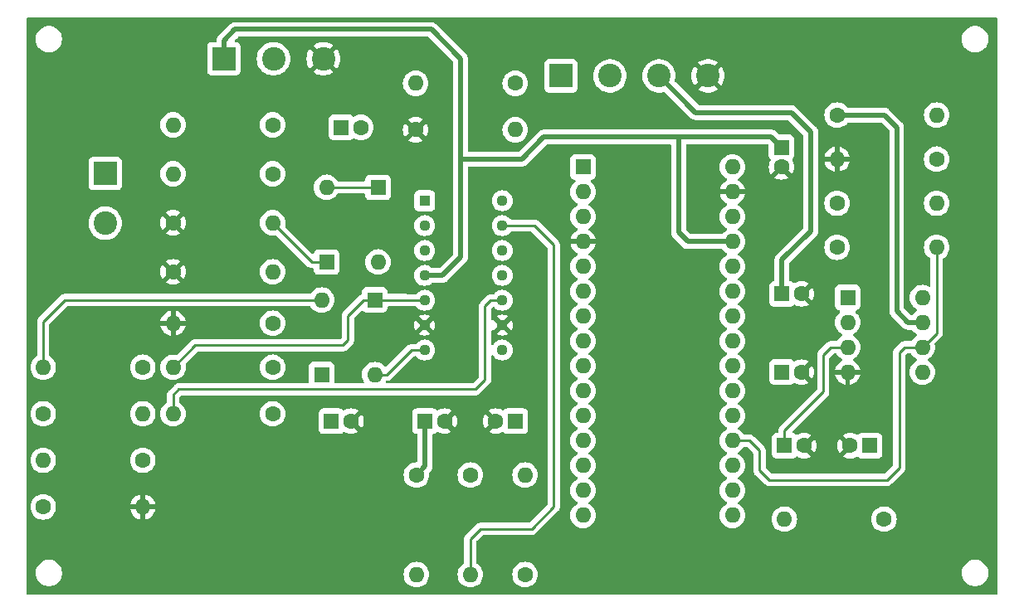
<source format=gbl>
%TF.GenerationSoftware,KiCad,Pcbnew,8.0.5*%
%TF.CreationDate,2025-05-15T16:04:32+03:00*%
%TF.ProjectId,spro2,7370726f-322e-46b6-9963-61645f706362,rev?*%
%TF.SameCoordinates,Original*%
%TF.FileFunction,Copper,L2,Bot*%
%TF.FilePolarity,Positive*%
%FSLAX46Y46*%
G04 Gerber Fmt 4.6, Leading zero omitted, Abs format (unit mm)*
G04 Created by KiCad (PCBNEW 8.0.5) date 2025-05-15 16:04:32*
%MOMM*%
%LPD*%
G01*
G04 APERTURE LIST*
%TA.AperFunction,ComponentPad*%
%ADD10R,1.600000X1.600000*%
%TD*%
%TA.AperFunction,ComponentPad*%
%ADD11C,1.600000*%
%TD*%
%TA.AperFunction,ComponentPad*%
%ADD12O,1.600000X1.600000*%
%TD*%
%TA.AperFunction,ComponentPad*%
%ADD13R,1.130000X1.130000*%
%TD*%
%TA.AperFunction,ComponentPad*%
%ADD14C,1.130000*%
%TD*%
%TA.AperFunction,ComponentPad*%
%ADD15C,2.400000*%
%TD*%
%TA.AperFunction,ComponentPad*%
%ADD16R,2.400000X2.400000*%
%TD*%
%TA.AperFunction,Conductor*%
%ADD17C,0.500000*%
%TD*%
%TA.AperFunction,Conductor*%
%ADD18C,0.250000*%
%TD*%
G04 APERTURE END LIST*
D10*
%TO.P,C9,1*%
%TO.N,+3.3V*%
X152544888Y-116000000D03*
D11*
%TO.P,C9,2*%
%TO.N,GND*%
X154544888Y-116000000D03*
%TD*%
D10*
%TO.P,C6,1*%
%TO.N,+5V*%
X161500000Y-123500000D03*
D11*
%TO.P,C6,2*%
%TO.N,GND*%
X159500000Y-123500000D03*
%TD*%
%TO.P,R11,1*%
%TO.N,Net-(D1-A)*%
X100580000Y-95750000D03*
D12*
%TO.P,R11,2*%
%TO.N,Net-(D1-K)*%
X90420000Y-95750000D03*
%TD*%
D11*
%TO.P,R18,1*%
%TO.N,Net-(U3C-+)*%
X87330000Y-125000000D03*
D12*
%TO.P,R18,2*%
%TO.N,/Humidity Amplifier/Humidity_In*%
X77170000Y-125000000D03*
%TD*%
D10*
%TO.P,D3,1,K*%
%TO.N,Net-(D3-K)*%
X111000000Y-108630000D03*
D12*
%TO.P,D3,2,A*%
%TO.N,Net-(D3-A)*%
X111000000Y-116250000D03*
%TD*%
D10*
%TO.P,C7,1*%
%TO.N,+5V*%
X116124888Y-121000000D03*
D11*
%TO.P,C7,2*%
%TO.N,GND*%
X118124888Y-121000000D03*
%TD*%
%TO.P,R3,1*%
%TO.N,Net-(R2-Pad2)*%
X168330000Y-94250000D03*
D12*
%TO.P,R3,2*%
%TO.N,GND*%
X158170000Y-94250000D03*
%TD*%
D11*
%TO.P,R14,1*%
%TO.N,Net-(J3-Pin_2)*%
X100580000Y-115500000D03*
D12*
%TO.P,R14,2*%
%TO.N,Net-(D3-K)*%
X90420000Y-115500000D03*
%TD*%
D10*
%TO.P,D1,1,K*%
%TO.N,Net-(D1-K)*%
X111330000Y-97130000D03*
D12*
%TO.P,D1,2,A*%
%TO.N,Net-(D1-A)*%
X111330000Y-104750000D03*
%TD*%
D11*
%TO.P,R10,1*%
%TO.N,GND*%
X90420000Y-105750000D03*
D12*
%TO.P,R10,2*%
%TO.N,Net-(U3A--)*%
X100580000Y-105750000D03*
%TD*%
D11*
%TO.P,R1,1*%
%TO.N,/Temperature sensor filter and amplifier/Temp_In*%
X162955113Y-131000000D03*
D12*
%TO.P,R1,2*%
%TO.N,Net-(U2-+)*%
X152795113Y-131000000D03*
%TD*%
D10*
%TO.P,U2,1,NC*%
%TO.N,unconnected-(U2-NC-Pad1)*%
X159250000Y-108380000D03*
D12*
%TO.P,U2,2,-*%
%TO.N,Net-(U2--)*%
X159250000Y-110920000D03*
%TO.P,U2,3,+*%
%TO.N,Net-(U2-+)*%
X159250000Y-113460000D03*
%TO.P,U2,4,V-*%
%TO.N,GND*%
X159250000Y-116000000D03*
%TO.P,U2,5,NC*%
%TO.N,unconnected-(U2-NC-Pad5)*%
X166870000Y-116000000D03*
%TO.P,U2,6*%
%TO.N,/Temp*%
X166870000Y-113460000D03*
%TO.P,U2,7,V+*%
%TO.N,+5V*%
X166870000Y-110920000D03*
%TO.P,U2,8,NC*%
%TO.N,unconnected-(U2-NC-Pad8)*%
X166870000Y-108380000D03*
%TD*%
D13*
%TO.P,U3,1*%
%TO.N,Net-(D1-K)*%
X116080000Y-98500000D03*
D14*
%TO.P,U3,2,-*%
%TO.N,Net-(U3A--)*%
X116080000Y-101040000D03*
%TO.P,U3,3,+*%
%TO.N,Net-(D1-A)*%
X116080000Y-103580000D03*
%TO.P,U3,4,V+*%
%TO.N,+5V*%
X116080000Y-106120000D03*
%TO.P,U3,5,+*%
%TO.N,Net-(D3-K)*%
X116080000Y-108660000D03*
%TO.P,U3,6,-*%
%TO.N,GND*%
X116080000Y-111200000D03*
%TO.P,U3,7*%
%TO.N,Net-(D3-A)*%
X116080000Y-113740000D03*
%TO.P,U3,8*%
%TO.N,/Humidity Amplifier/Humidity_In*%
X124020000Y-113740000D03*
%TO.P,U3,9,-*%
%TO.N,GND*%
X124020000Y-111200000D03*
%TO.P,U3,10,+*%
%TO.N,Net-(U3C-+)*%
X124020000Y-108660000D03*
%TO.P,U3,11,V-*%
%TO.N,-5V*%
X124020000Y-106120000D03*
%TO.P,U3,12,+*%
%TO.N,Net-(U3D-+)*%
X124020000Y-103580000D03*
%TO.P,U3,13,-*%
%TO.N,Net-(U3D--)*%
X124020000Y-101040000D03*
%TO.P,U3,14*%
%TO.N,/Humidity*%
X124020000Y-98500000D03*
%TD*%
D11*
%TO.P,R19,1*%
%TO.N,/Humidity Amplifier/Humidity_In*%
X77170000Y-129750000D03*
D12*
%TO.P,R19,2*%
%TO.N,GND*%
X87330000Y-129750000D03*
%TD*%
D15*
%TO.P,U1,3,GND*%
%TO.N,GND*%
X105750000Y-84000000D03*
%TO.P,U1,2,V_{OUT}*%
%TO.N,/Temperature sensor filter and amplifier/Temp_In*%
X100670000Y-84000000D03*
D16*
%TO.P,U1,1,+V_{S}*%
%TO.N,+5V*%
X95590000Y-84000000D03*
%TD*%
D11*
%TO.P,R9,1*%
%TO.N,GND*%
X90420000Y-100750000D03*
D12*
%TO.P,R9,2*%
%TO.N,Net-(D1-A)*%
X100580000Y-100750000D03*
%TD*%
D10*
%TO.P,C5,1*%
%TO.N,Net-(U3A--)*%
X107580000Y-91000000D03*
D11*
%TO.P,C5,2*%
%TO.N,Net-(C5-Pad2)*%
X109580000Y-91000000D03*
%TD*%
%TO.P,R17,1*%
%TO.N,Net-(D4-A)*%
X77170000Y-120250000D03*
D12*
%TO.P,R17,2*%
%TO.N,Net-(U3C-+)*%
X87330000Y-120250000D03*
%TD*%
D11*
%TO.P,R8,1*%
%TO.N,Net-(U3D-+)*%
X125330000Y-86500000D03*
D12*
%TO.P,R8,2*%
%TO.N,/Humidity*%
X115170000Y-86500000D03*
%TD*%
D11*
%TO.P,Rg1,1*%
%TO.N,Net-(U2--)*%
X158170000Y-98750000D03*
D12*
%TO.P,Rg1,2*%
%TO.N,Net-(R2-Pad2)*%
X168330000Y-98750000D03*
%TD*%
D10*
%TO.P,C4,1*%
%TO.N,Net-(U3A--)*%
X106580000Y-121000000D03*
D11*
%TO.P,C4,2*%
%TO.N,GND*%
X108580000Y-121000000D03*
%TD*%
D10*
%TO.P,C3,1*%
%TO.N,Net-(C3-Pad1)*%
X125330000Y-121000000D03*
D11*
%TO.P,C3,2*%
%TO.N,GND*%
X123330000Y-121000000D03*
%TD*%
D10*
%TO.P,C8,1*%
%TO.N,+3.3V*%
X152544888Y-108000000D03*
D11*
%TO.P,C8,2*%
%TO.N,GND*%
X154544888Y-108000000D03*
%TD*%
%TO.P,R2,1*%
%TO.N,+5V*%
X158170000Y-89750000D03*
D12*
%TO.P,R2,2*%
%TO.N,Net-(R2-Pad2)*%
X168330000Y-89750000D03*
%TD*%
D11*
%TO.P,R4,1*%
%TO.N,/Humidity Amplifier/Humidity_In*%
X126330000Y-136660000D03*
D12*
%TO.P,R4,2*%
%TO.N,Net-(C3-Pad1)*%
X126330000Y-126500000D03*
%TD*%
D11*
%TO.P,R15,1*%
%TO.N,Net-(J3-Pin_2)*%
X100580000Y-120250000D03*
D12*
%TO.P,R15,2*%
%TO.N,Net-(U3C-+)*%
X90420000Y-120250000D03*
%TD*%
D10*
%TO.P,A1,1,D1/TX*%
%TO.N,unconnected-(A1-D1{slash}TX-Pad1)*%
X132250000Y-95050000D03*
D12*
%TO.P,A1,2,D0/RX*%
%TO.N,unconnected-(A1-D0{slash}RX-Pad2)*%
X132250000Y-97590000D03*
%TO.P,A1,3,~{RESET}*%
%TO.N,unconnected-(A1-~{RESET}-Pad3)*%
X132250000Y-100130000D03*
%TO.P,A1,4,GND*%
%TO.N,GND*%
X132250000Y-102670000D03*
%TO.P,A1,5,D2*%
%TO.N,unconnected-(A1-D2-Pad5)*%
X132250000Y-105210000D03*
%TO.P,A1,6,D3*%
%TO.N,unconnected-(A1-D3-Pad6)*%
X132250000Y-107750000D03*
%TO.P,A1,7,D4*%
%TO.N,unconnected-(A1-D4-Pad7)*%
X132250000Y-110290000D03*
%TO.P,A1,8,D5*%
%TO.N,unconnected-(A1-D5-Pad8)*%
X132250000Y-112830000D03*
%TO.P,A1,9,D6*%
%TO.N,unconnected-(A1-D6-Pad9)*%
X132250000Y-115370000D03*
%TO.P,A1,10,D7*%
%TO.N,unconnected-(A1-D7-Pad10)*%
X132250000Y-117910000D03*
%TO.P,A1,11,D8*%
%TO.N,unconnected-(A1-D8-Pad11)*%
X132250000Y-120450000D03*
%TO.P,A1,12,D9*%
%TO.N,unconnected-(A1-D9-Pad12)*%
X132250000Y-122990000D03*
%TO.P,A1,13,D10*%
%TO.N,unconnected-(A1-D10-Pad13)*%
X132250000Y-125530000D03*
%TO.P,A1,14,D11*%
%TO.N,unconnected-(A1-D11-Pad14)*%
X132250000Y-128070000D03*
%TO.P,A1,15,D12*%
%TO.N,unconnected-(A1-D12-Pad15)*%
X132250000Y-130610000D03*
%TO.P,A1,16,D13*%
%TO.N,unconnected-(A1-D13-Pad16)*%
X147490000Y-130610000D03*
%TO.P,A1,17,3V3*%
%TO.N,+3.3V*%
X147490000Y-128070000D03*
%TO.P,A1,18,AREF*%
%TO.N,unconnected-(A1-AREF-Pad18)*%
X147490000Y-125530000D03*
%TO.P,A1,19,A0*%
%TO.N,/Temp*%
X147490000Y-122990000D03*
%TO.P,A1,20,A1*%
%TO.N,/Humidity*%
X147490000Y-120450000D03*
%TO.P,A1,21,A2*%
%TO.N,unconnected-(A1-A2-Pad21)*%
X147490000Y-117910000D03*
%TO.P,A1,22,A3*%
%TO.N,unconnected-(A1-A3-Pad22)*%
X147490000Y-115370000D03*
%TO.P,A1,23,A4*%
%TO.N,Net-(A1-A4)*%
X147490000Y-112830000D03*
%TO.P,A1,24,A5*%
%TO.N,Net-(A1-A5)*%
X147490000Y-110290000D03*
%TO.P,A1,25,A6*%
%TO.N,unconnected-(A1-A6-Pad25)*%
X147490000Y-107750000D03*
%TO.P,A1,26,A7*%
%TO.N,unconnected-(A1-A7-Pad26)*%
X147490000Y-105210000D03*
%TO.P,A1,27,+5V*%
%TO.N,+5V*%
X147490000Y-102670000D03*
%TO.P,A1,28,~{RESET}*%
%TO.N,unconnected-(A1-~{RESET}-Pad28)*%
X147490000Y-100130000D03*
%TO.P,A1,29,GND*%
%TO.N,GND*%
X147490000Y-97590000D03*
%TO.P,A1,30,VIN*%
%TO.N,unconnected-(A1-VIN-Pad30)*%
X147490000Y-95050000D03*
%TD*%
D10*
%TO.P,C1,1*%
%TO.N,+5V*%
X152500000Y-93044888D03*
D11*
%TO.P,C1,2*%
%TO.N,GND*%
X152500000Y-95044888D03*
%TD*%
%TO.P,R7,1*%
%TO.N,GND*%
X115170000Y-91250000D03*
D12*
%TO.P,R7,2*%
%TO.N,Net-(U3D-+)*%
X125330000Y-91250000D03*
%TD*%
D11*
%TO.P,R16,1*%
%TO.N,Net-(D3-K)*%
X87330000Y-115500000D03*
D12*
%TO.P,R16,2*%
%TO.N,Net-(D4-A)*%
X77170000Y-115500000D03*
%TD*%
D10*
%TO.P,D4,1,K*%
%TO.N,Net-(D3-A)*%
X105580000Y-116250000D03*
D12*
%TO.P,D4,2,A*%
%TO.N,Net-(D4-A)*%
X105580000Y-108630000D03*
%TD*%
D11*
%TO.P,R6,1*%
%TO.N,Net-(C3-Pad1)*%
X120750000Y-126500000D03*
D12*
%TO.P,R6,2*%
%TO.N,Net-(U3D--)*%
X120750000Y-136660000D03*
%TD*%
D15*
%TO.P,J3,2,Pin_2*%
%TO.N,Net-(J3-Pin_2)*%
X83500000Y-100790000D03*
D16*
%TO.P,J3,1,Pin_1*%
%TO.N,Net-(D1-K)*%
X83500000Y-95710000D03*
%TD*%
D11*
%TO.P,R12,1*%
%TO.N,Net-(C5-Pad2)*%
X100580000Y-90750000D03*
D12*
%TO.P,R12,2*%
%TO.N,Net-(D1-K)*%
X90420000Y-90750000D03*
%TD*%
D10*
%TO.P,D2,1,K*%
%TO.N,Net-(D1-A)*%
X106080000Y-104750000D03*
D12*
%TO.P,D2,2,A*%
%TO.N,Net-(D1-K)*%
X106080000Y-97130000D03*
%TD*%
D11*
%TO.P,R13,1*%
%TO.N,Net-(J3-Pin_2)*%
X100580000Y-111000000D03*
D12*
%TO.P,R13,2*%
%TO.N,GND*%
X90420000Y-111000000D03*
%TD*%
D11*
%TO.P,Rf1,1*%
%TO.N,Net-(U2--)*%
X158170000Y-103250000D03*
D12*
%TO.P,Rf1,2*%
%TO.N,/Temp*%
X168330000Y-103250000D03*
%TD*%
D10*
%TO.P,C2,1*%
%TO.N,Net-(U2-+)*%
X152794888Y-123500000D03*
D11*
%TO.P,C2,2*%
%TO.N,GND*%
X154794888Y-123500000D03*
%TD*%
%TO.P,R5,1*%
%TO.N,+5V*%
X115250000Y-126500000D03*
D12*
%TO.P,R5,2*%
%TO.N,Net-(U3D--)*%
X115250000Y-136660000D03*
%TD*%
D16*
%TO.P,J2,1,Pin_1*%
%TO.N,Net-(A1-A4)*%
X130000000Y-85750000D03*
D15*
%TO.P,J2,2,Pin_2*%
%TO.N,Net-(A1-A5)*%
X135000000Y-85750000D03*
%TO.P,J2,3,Pin_3*%
%TO.N,+3.3V*%
X140000000Y-85750000D03*
%TO.P,J2,4,Pin_4*%
%TO.N,GND*%
X145000000Y-85750000D03*
%TD*%
D17*
%TO.N,+5V*%
X116750000Y-81000000D02*
X96750000Y-81000000D01*
X96750000Y-81000000D02*
X95590000Y-82160000D01*
X119750000Y-84000000D02*
X116750000Y-81000000D01*
X119750000Y-99500000D02*
X119750000Y-84000000D01*
X95590000Y-82160000D02*
X95590000Y-84000000D01*
%TO.N,+3.3V*%
X143750000Y-89500000D02*
X140000000Y-85750000D01*
X153500000Y-89500000D02*
X143750000Y-89500000D01*
X152544888Y-104544888D02*
X155500000Y-101589776D01*
X155500000Y-101589776D02*
X155500000Y-91500000D01*
X155500000Y-91500000D02*
X153500000Y-89500000D01*
X152544888Y-108000000D02*
X152544888Y-104544888D01*
%TO.N,+5V*%
X119750000Y-94250000D02*
X119750000Y-99500000D01*
X128250000Y-92000000D02*
X126000000Y-94250000D01*
X126000000Y-94250000D02*
X119750000Y-94250000D01*
X151455112Y-92000000D02*
X128250000Y-92000000D01*
X152500000Y-93044888D02*
X151455112Y-92000000D01*
X117880000Y-106120000D02*
X116080000Y-106120000D01*
X119750000Y-104250000D02*
X117880000Y-106120000D01*
X119750000Y-99500000D02*
X119750000Y-104250000D01*
X142000000Y-101750000D02*
X142000000Y-92250000D01*
X142920000Y-102670000D02*
X142000000Y-101750000D01*
X147490000Y-102670000D02*
X142920000Y-102670000D01*
D18*
%TO.N,/Temp*%
X149240000Y-122990000D02*
X150250000Y-124000000D01*
X168330000Y-112000000D02*
X166870000Y-113460000D01*
X150250000Y-126000000D02*
X151250000Y-127000000D01*
X164500000Y-114000000D02*
X165040000Y-113460000D01*
X147490000Y-122990000D02*
X149240000Y-122990000D01*
X150250000Y-124000000D02*
X150250000Y-126000000D01*
X151250000Y-127000000D02*
X163250000Y-127000000D01*
X163250000Y-127000000D02*
X164500000Y-125750000D01*
X164500000Y-125750000D02*
X164500000Y-114000000D01*
X168330000Y-103250000D02*
X168330000Y-112000000D01*
X165040000Y-113460000D02*
X166870000Y-113460000D01*
%TO.N,/Humidity*%
X124020000Y-98500000D02*
X124020000Y-98480000D01*
%TO.N,Net-(D1-A)*%
X100580000Y-100750000D02*
X104580000Y-104750000D01*
X104580000Y-104750000D02*
X106080000Y-104750000D01*
%TO.N,Net-(D1-K)*%
X106080000Y-97130000D02*
X111330000Y-97130000D01*
%TO.N,Net-(D3-K)*%
X109870000Y-108630000D02*
X111000000Y-108630000D01*
X92670000Y-113250000D02*
X107750000Y-113250000D01*
X107750000Y-113250000D02*
X108250000Y-112750000D01*
X114130000Y-108630000D02*
X114160000Y-108660000D01*
X111000000Y-108630000D02*
X114130000Y-108630000D01*
X108250000Y-110250000D02*
X109870000Y-108630000D01*
X108250000Y-112750000D02*
X108250000Y-110250000D01*
X116080000Y-108660000D02*
X114160000Y-108660000D01*
X90420000Y-115500000D02*
X92670000Y-113250000D01*
%TO.N,Net-(D3-A)*%
X111000000Y-116250000D02*
X112250000Y-116250000D01*
X112250000Y-116250000D02*
X114760000Y-113740000D01*
X116080000Y-113740000D02*
X114760000Y-113740000D01*
%TO.N,Net-(D4-A)*%
X79370000Y-108630000D02*
X105580000Y-108630000D01*
X77170000Y-115500000D02*
X77170000Y-110830000D01*
X77170000Y-110830000D02*
X79370000Y-108630000D01*
%TO.N,Net-(U2-+)*%
X156750000Y-118000000D02*
X156750000Y-114250000D01*
X152794888Y-123500000D02*
X152794888Y-121955112D01*
X156750000Y-114250000D02*
X157540000Y-113460000D01*
X152794888Y-121955112D02*
X156750000Y-118000000D01*
X157540000Y-113460000D02*
X159250000Y-113460000D01*
%TO.N,Net-(U3D--)*%
X127290000Y-101040000D02*
X129250000Y-103000000D01*
X124020000Y-101040000D02*
X127290000Y-101040000D01*
X129250000Y-129750000D02*
X127000000Y-132000000D01*
X127000000Y-132000000D02*
X121750000Y-132000000D01*
X121750000Y-132000000D02*
X120750000Y-133000000D01*
X129250000Y-103000000D02*
X129250000Y-129750000D01*
X120750000Y-133000000D02*
X120750000Y-136660000D01*
%TO.N,Net-(U3C-+)*%
X122840000Y-108660000D02*
X124020000Y-108660000D01*
X90420000Y-118330000D02*
X91000000Y-117750000D01*
X91000000Y-117750000D02*
X121250000Y-117750000D01*
X122250000Y-109250000D02*
X122840000Y-108660000D01*
X122250000Y-116750000D02*
X122250000Y-109250000D01*
X90420000Y-120250000D02*
X90420000Y-118330000D01*
X121250000Y-117750000D02*
X122250000Y-116750000D01*
D17*
%TO.N,+5V*%
X116124888Y-121000000D02*
X116124888Y-125625112D01*
X164250000Y-109750000D02*
X164250000Y-91000000D01*
X165420000Y-110920000D02*
X164250000Y-109750000D01*
X163000000Y-89750000D02*
X158170000Y-89750000D01*
X166870000Y-110920000D02*
X165420000Y-110920000D01*
X164250000Y-91000000D02*
X163000000Y-89750000D01*
X116124888Y-125625112D02*
X115250000Y-126500000D01*
%TD*%
%TA.AperFunction,Conductor*%
%TO.N,GND*%
G36*
X174442539Y-79770185D02*
G01*
X174488294Y-79822989D01*
X174499500Y-79874500D01*
X174499500Y-138625500D01*
X174479815Y-138692539D01*
X174427011Y-138738294D01*
X174375500Y-138749500D01*
X75624500Y-138749500D01*
X75557461Y-138729815D01*
X75511706Y-138677011D01*
X75500500Y-138625500D01*
X75500500Y-136393713D01*
X76399500Y-136393713D01*
X76399500Y-136606287D01*
X76432754Y-136816243D01*
X76455644Y-136886692D01*
X76498444Y-137018414D01*
X76594951Y-137207820D01*
X76719890Y-137379786D01*
X76870213Y-137530109D01*
X77042179Y-137655048D01*
X77042181Y-137655049D01*
X77042184Y-137655051D01*
X77231588Y-137751557D01*
X77433757Y-137817246D01*
X77643713Y-137850500D01*
X77643714Y-137850500D01*
X77856286Y-137850500D01*
X77856287Y-137850500D01*
X78066243Y-137817246D01*
X78268412Y-137751557D01*
X78457816Y-137655051D01*
X78479789Y-137639086D01*
X78629786Y-137530109D01*
X78629788Y-137530106D01*
X78629792Y-137530104D01*
X78780104Y-137379792D01*
X78780106Y-137379788D01*
X78780109Y-137379786D01*
X78905048Y-137207820D01*
X78905047Y-137207820D01*
X78905051Y-137207816D01*
X79001557Y-137018412D01*
X79067246Y-136816243D01*
X79091993Y-136659998D01*
X113944532Y-136659998D01*
X113944532Y-136660001D01*
X113964364Y-136886686D01*
X113964366Y-136886697D01*
X114023258Y-137106488D01*
X114023261Y-137106497D01*
X114119431Y-137312732D01*
X114119432Y-137312734D01*
X114249954Y-137499141D01*
X114410858Y-137660045D01*
X114410861Y-137660047D01*
X114597266Y-137790568D01*
X114803504Y-137886739D01*
X115023308Y-137945635D01*
X115185230Y-137959801D01*
X115249998Y-137965468D01*
X115250000Y-137965468D01*
X115250002Y-137965468D01*
X115306673Y-137960509D01*
X115476692Y-137945635D01*
X115696496Y-137886739D01*
X115902734Y-137790568D01*
X116089139Y-137660047D01*
X116250047Y-137499139D01*
X116380568Y-137312734D01*
X116476739Y-137106496D01*
X116535635Y-136886692D01*
X116555468Y-136660000D01*
X116555468Y-136659998D01*
X119444532Y-136659998D01*
X119444532Y-136660001D01*
X119464364Y-136886686D01*
X119464366Y-136886697D01*
X119523258Y-137106488D01*
X119523261Y-137106497D01*
X119619431Y-137312732D01*
X119619432Y-137312734D01*
X119749954Y-137499141D01*
X119910858Y-137660045D01*
X119910861Y-137660047D01*
X120097266Y-137790568D01*
X120303504Y-137886739D01*
X120523308Y-137945635D01*
X120685230Y-137959801D01*
X120749998Y-137965468D01*
X120750000Y-137965468D01*
X120750002Y-137965468D01*
X120806673Y-137960509D01*
X120976692Y-137945635D01*
X121196496Y-137886739D01*
X121402734Y-137790568D01*
X121589139Y-137660047D01*
X121750047Y-137499139D01*
X121880568Y-137312734D01*
X121976739Y-137106496D01*
X122035635Y-136886692D01*
X122055468Y-136660000D01*
X122055468Y-136659998D01*
X125024532Y-136659998D01*
X125024532Y-136660001D01*
X125044364Y-136886686D01*
X125044366Y-136886697D01*
X125103258Y-137106488D01*
X125103261Y-137106497D01*
X125199431Y-137312732D01*
X125199432Y-137312734D01*
X125329954Y-137499141D01*
X125490858Y-137660045D01*
X125490861Y-137660047D01*
X125677266Y-137790568D01*
X125883504Y-137886739D01*
X126103308Y-137945635D01*
X126265230Y-137959801D01*
X126329998Y-137965468D01*
X126330000Y-137965468D01*
X126330002Y-137965468D01*
X126386673Y-137960509D01*
X126556692Y-137945635D01*
X126776496Y-137886739D01*
X126982734Y-137790568D01*
X127169139Y-137660047D01*
X127330047Y-137499139D01*
X127460568Y-137312734D01*
X127556739Y-137106496D01*
X127615635Y-136886692D01*
X127635468Y-136660000D01*
X127615635Y-136433308D01*
X127605026Y-136393713D01*
X170899500Y-136393713D01*
X170899500Y-136606287D01*
X170932754Y-136816243D01*
X170955644Y-136886692D01*
X170998444Y-137018414D01*
X171094951Y-137207820D01*
X171219890Y-137379786D01*
X171370213Y-137530109D01*
X171542179Y-137655048D01*
X171542181Y-137655049D01*
X171542184Y-137655051D01*
X171731588Y-137751557D01*
X171933757Y-137817246D01*
X172143713Y-137850500D01*
X172143714Y-137850500D01*
X172356286Y-137850500D01*
X172356287Y-137850500D01*
X172566243Y-137817246D01*
X172768412Y-137751557D01*
X172957816Y-137655051D01*
X172979789Y-137639086D01*
X173129786Y-137530109D01*
X173129788Y-137530106D01*
X173129792Y-137530104D01*
X173280104Y-137379792D01*
X173280106Y-137379788D01*
X173280109Y-137379786D01*
X173405048Y-137207820D01*
X173405047Y-137207820D01*
X173405051Y-137207816D01*
X173501557Y-137018412D01*
X173567246Y-136816243D01*
X173600500Y-136606287D01*
X173600500Y-136393713D01*
X173567246Y-136183757D01*
X173501557Y-135981588D01*
X173405051Y-135792184D01*
X173405049Y-135792181D01*
X173405048Y-135792179D01*
X173280109Y-135620213D01*
X173129786Y-135469890D01*
X172957820Y-135344951D01*
X172768414Y-135248444D01*
X172768413Y-135248443D01*
X172768412Y-135248443D01*
X172566243Y-135182754D01*
X172566241Y-135182753D01*
X172566240Y-135182753D01*
X172404957Y-135157208D01*
X172356287Y-135149500D01*
X172143713Y-135149500D01*
X172095042Y-135157208D01*
X171933760Y-135182753D01*
X171731585Y-135248444D01*
X171542179Y-135344951D01*
X171370213Y-135469890D01*
X171219890Y-135620213D01*
X171094951Y-135792179D01*
X170998444Y-135981585D01*
X170932753Y-136183760D01*
X170928041Y-136213511D01*
X170899500Y-136393713D01*
X127605026Y-136393713D01*
X127556739Y-136213504D01*
X127460568Y-136007266D01*
X127330047Y-135820861D01*
X127330045Y-135820858D01*
X127169141Y-135659954D01*
X126982734Y-135529432D01*
X126982732Y-135529431D01*
X126776497Y-135433261D01*
X126776488Y-135433258D01*
X126556697Y-135374366D01*
X126556693Y-135374365D01*
X126556692Y-135374365D01*
X126556691Y-135374364D01*
X126556686Y-135374364D01*
X126330002Y-135354532D01*
X126329998Y-135354532D01*
X126103313Y-135374364D01*
X126103302Y-135374366D01*
X125883511Y-135433258D01*
X125883502Y-135433261D01*
X125677267Y-135529431D01*
X125677265Y-135529432D01*
X125490858Y-135659954D01*
X125329954Y-135820858D01*
X125199432Y-136007265D01*
X125199431Y-136007267D01*
X125103261Y-136213502D01*
X125103258Y-136213511D01*
X125044366Y-136433302D01*
X125044364Y-136433313D01*
X125024532Y-136659998D01*
X122055468Y-136659998D01*
X122035635Y-136433308D01*
X121976739Y-136213504D01*
X121880568Y-136007266D01*
X121750047Y-135820861D01*
X121750045Y-135820858D01*
X121589140Y-135659953D01*
X121428377Y-135547386D01*
X121384752Y-135492809D01*
X121375500Y-135445811D01*
X121375500Y-133310452D01*
X121395185Y-133243413D01*
X121411819Y-133222771D01*
X121972772Y-132661819D01*
X122034095Y-132628334D01*
X122060453Y-132625500D01*
X127061607Y-132625500D01*
X127122029Y-132613481D01*
X127182452Y-132601463D01*
X127182455Y-132601461D01*
X127182458Y-132601461D01*
X127215787Y-132587654D01*
X127215786Y-132587654D01*
X127215792Y-132587652D01*
X127296286Y-132554312D01*
X127356403Y-132514142D01*
X127398733Y-132485858D01*
X127485858Y-132398733D01*
X127485858Y-132398731D01*
X127496066Y-132388524D01*
X127496067Y-132388521D01*
X129735858Y-130148733D01*
X129804312Y-130046285D01*
X129834991Y-129972218D01*
X129841185Y-129957266D01*
X129851461Y-129932456D01*
X129851463Y-129932452D01*
X129870113Y-129838691D01*
X129875501Y-129811606D01*
X129875501Y-129688393D01*
X129875501Y-129683283D01*
X129875500Y-129683257D01*
X129875500Y-103067741D01*
X129875501Y-103067720D01*
X129875501Y-102938391D01*
X129855451Y-102837598D01*
X129855451Y-102837597D01*
X129851463Y-102817548D01*
X129808779Y-102714500D01*
X129804312Y-102703715D01*
X129735858Y-102601267D01*
X129735855Y-102601263D01*
X127782928Y-100648338D01*
X127782925Y-100648334D01*
X127782925Y-100648335D01*
X127775858Y-100641268D01*
X127775858Y-100641267D01*
X127688733Y-100554142D01*
X127688732Y-100554141D01*
X127688731Y-100554140D01*
X127637509Y-100519915D01*
X127586287Y-100485689D01*
X127586286Y-100485688D01*
X127586283Y-100485686D01*
X127586280Y-100485685D01*
X127505792Y-100452347D01*
X127472454Y-100438538D01*
X127472455Y-100438538D01*
X127472452Y-100438537D01*
X127472448Y-100438536D01*
X127472444Y-100438535D01*
X127388492Y-100421835D01*
X127388483Y-100421835D01*
X127351607Y-100414500D01*
X127351606Y-100414500D01*
X124943689Y-100414500D01*
X124876650Y-100394815D01*
X124847836Y-100369165D01*
X124777067Y-100282932D01*
X124614825Y-100149783D01*
X124614818Y-100149779D01*
X124429723Y-100050844D01*
X124228876Y-99989917D01*
X124020000Y-99969345D01*
X123811123Y-99989917D01*
X123610276Y-100050844D01*
X123425181Y-100149779D01*
X123425174Y-100149783D01*
X123262932Y-100282932D01*
X123129783Y-100445174D01*
X123129779Y-100445181D01*
X123030844Y-100630276D01*
X122969917Y-100831123D01*
X122949345Y-101040000D01*
X122969917Y-101248876D01*
X123030844Y-101449723D01*
X123129779Y-101634818D01*
X123129783Y-101634825D01*
X123262932Y-101797067D01*
X123425174Y-101930216D01*
X123425181Y-101930220D01*
X123599249Y-102023261D01*
X123610278Y-102029156D01*
X123811126Y-102090083D01*
X124020000Y-102110655D01*
X124228874Y-102090083D01*
X124429722Y-102029156D01*
X124614824Y-101930217D01*
X124777067Y-101797067D01*
X124847836Y-101710834D01*
X124905581Y-101671501D01*
X124943689Y-101665500D01*
X126979548Y-101665500D01*
X127046587Y-101685185D01*
X127067229Y-101701819D01*
X128588181Y-103222771D01*
X128621666Y-103284094D01*
X128624500Y-103310452D01*
X128624500Y-129439547D01*
X128604815Y-129506586D01*
X128588181Y-129527228D01*
X126777229Y-131338181D01*
X126715906Y-131371666D01*
X126689548Y-131374500D01*
X121817741Y-131374500D01*
X121817721Y-131374499D01*
X121811607Y-131374499D01*
X121688394Y-131374499D01*
X121587597Y-131394548D01*
X121587592Y-131394548D01*
X121567549Y-131398536D01*
X121567547Y-131398536D01*
X121520397Y-131418067D01*
X121453719Y-131445685D01*
X121453717Y-131445686D01*
X121351266Y-131514141D01*
X121351263Y-131514144D01*
X120351269Y-132514140D01*
X120264144Y-132601264D01*
X120264138Y-132601272D01*
X120195692Y-132703705D01*
X120195684Y-132703719D01*
X120162347Y-132784207D01*
X120156823Y-132797543D01*
X120148537Y-132817545D01*
X120148535Y-132817553D01*
X120124500Y-132938389D01*
X120124500Y-135445811D01*
X120104815Y-135512850D01*
X120071623Y-135547386D01*
X119910859Y-135659953D01*
X119749954Y-135820858D01*
X119619432Y-136007265D01*
X119619431Y-136007267D01*
X119523261Y-136213502D01*
X119523258Y-136213511D01*
X119464366Y-136433302D01*
X119464364Y-136433313D01*
X119444532Y-136659998D01*
X116555468Y-136659998D01*
X116535635Y-136433308D01*
X116476739Y-136213504D01*
X116380568Y-136007266D01*
X116250047Y-135820861D01*
X116250045Y-135820858D01*
X116089141Y-135659954D01*
X115902734Y-135529432D01*
X115902732Y-135529431D01*
X115696497Y-135433261D01*
X115696488Y-135433258D01*
X115476697Y-135374366D01*
X115476693Y-135374365D01*
X115476692Y-135374365D01*
X115476691Y-135374364D01*
X115476686Y-135374364D01*
X115250002Y-135354532D01*
X115249998Y-135354532D01*
X115023313Y-135374364D01*
X115023302Y-135374366D01*
X114803511Y-135433258D01*
X114803502Y-135433261D01*
X114597267Y-135529431D01*
X114597265Y-135529432D01*
X114410858Y-135659954D01*
X114249954Y-135820858D01*
X114119432Y-136007265D01*
X114119431Y-136007267D01*
X114023261Y-136213502D01*
X114023258Y-136213511D01*
X113964366Y-136433302D01*
X113964364Y-136433313D01*
X113944532Y-136659998D01*
X79091993Y-136659998D01*
X79100500Y-136606287D01*
X79100500Y-136393713D01*
X79067246Y-136183757D01*
X79001557Y-135981588D01*
X78905051Y-135792184D01*
X78905049Y-135792181D01*
X78905048Y-135792179D01*
X78780109Y-135620213D01*
X78629786Y-135469890D01*
X78457820Y-135344951D01*
X78268414Y-135248444D01*
X78268413Y-135248443D01*
X78268412Y-135248443D01*
X78066243Y-135182754D01*
X78066241Y-135182753D01*
X78066240Y-135182753D01*
X77904957Y-135157208D01*
X77856287Y-135149500D01*
X77643713Y-135149500D01*
X77595042Y-135157208D01*
X77433760Y-135182753D01*
X77231585Y-135248444D01*
X77042179Y-135344951D01*
X76870213Y-135469890D01*
X76719890Y-135620213D01*
X76594951Y-135792179D01*
X76498444Y-135981585D01*
X76432753Y-136183760D01*
X76428041Y-136213511D01*
X76399500Y-136393713D01*
X75500500Y-136393713D01*
X75500500Y-129749998D01*
X75864532Y-129749998D01*
X75864532Y-129750001D01*
X75884364Y-129976686D01*
X75884366Y-129976697D01*
X75943258Y-130196488D01*
X75943261Y-130196497D01*
X76039431Y-130402732D01*
X76039432Y-130402734D01*
X76169954Y-130589141D01*
X76330858Y-130750045D01*
X76330861Y-130750047D01*
X76517266Y-130880568D01*
X76723504Y-130976739D01*
X76943308Y-131035635D01*
X77105230Y-131049801D01*
X77169998Y-131055468D01*
X77170000Y-131055468D01*
X77170002Y-131055468D01*
X77226673Y-131050509D01*
X77396692Y-131035635D01*
X77616496Y-130976739D01*
X77822734Y-130880568D01*
X78009139Y-130750047D01*
X78170047Y-130589139D01*
X78300568Y-130402734D01*
X78396739Y-130196496D01*
X78455635Y-129976692D01*
X78475468Y-129750000D01*
X78472350Y-129714366D01*
X78469629Y-129683257D01*
X78455635Y-129523308D01*
X78449389Y-129499999D01*
X86051127Y-129499999D01*
X86051128Y-129500000D01*
X87014314Y-129500000D01*
X87009920Y-129504394D01*
X86957259Y-129595606D01*
X86930000Y-129697339D01*
X86930000Y-129802661D01*
X86957259Y-129904394D01*
X87009920Y-129995606D01*
X87014314Y-130000000D01*
X86051128Y-130000000D01*
X86103730Y-130196317D01*
X86103734Y-130196326D01*
X86199865Y-130402482D01*
X86330342Y-130588820D01*
X86491179Y-130749657D01*
X86677517Y-130880134D01*
X86883673Y-130976265D01*
X86883682Y-130976269D01*
X87079999Y-131028872D01*
X87080000Y-131028871D01*
X87080000Y-130065686D01*
X87084394Y-130070080D01*
X87175606Y-130122741D01*
X87277339Y-130150000D01*
X87382661Y-130150000D01*
X87484394Y-130122741D01*
X87575606Y-130070080D01*
X87580000Y-130065686D01*
X87580000Y-131028872D01*
X87776317Y-130976269D01*
X87776326Y-130976265D01*
X87982482Y-130880134D01*
X88168820Y-130749657D01*
X88329657Y-130588820D01*
X88460134Y-130402482D01*
X88556265Y-130196326D01*
X88556269Y-130196317D01*
X88608872Y-130000000D01*
X87645686Y-130000000D01*
X87650080Y-129995606D01*
X87702741Y-129904394D01*
X87730000Y-129802661D01*
X87730000Y-129697339D01*
X87702741Y-129595606D01*
X87650080Y-129504394D01*
X87645686Y-129500000D01*
X88608872Y-129500000D01*
X88608872Y-129499999D01*
X88556269Y-129303682D01*
X88556265Y-129303673D01*
X88460134Y-129097517D01*
X88329657Y-128911179D01*
X88168820Y-128750342D01*
X87982482Y-128619865D01*
X87776328Y-128523734D01*
X87580000Y-128471127D01*
X87580000Y-129434314D01*
X87575606Y-129429920D01*
X87484394Y-129377259D01*
X87382661Y-129350000D01*
X87277339Y-129350000D01*
X87175606Y-129377259D01*
X87084394Y-129429920D01*
X87080000Y-129434314D01*
X87080000Y-128471127D01*
X86883671Y-128523734D01*
X86677517Y-128619865D01*
X86491179Y-128750342D01*
X86330342Y-128911179D01*
X86199865Y-129097517D01*
X86103734Y-129303673D01*
X86103730Y-129303682D01*
X86051127Y-129499999D01*
X78449389Y-129499999D01*
X78396739Y-129303504D01*
X78300568Y-129097266D01*
X78170047Y-128910861D01*
X78170045Y-128910858D01*
X78009141Y-128749954D01*
X77822734Y-128619432D01*
X77822732Y-128619431D01*
X77616497Y-128523261D01*
X77616488Y-128523258D01*
X77396697Y-128464366D01*
X77396693Y-128464365D01*
X77396692Y-128464365D01*
X77396691Y-128464364D01*
X77396686Y-128464364D01*
X77170002Y-128444532D01*
X77169998Y-128444532D01*
X76943313Y-128464364D01*
X76943302Y-128464366D01*
X76723511Y-128523258D01*
X76723502Y-128523261D01*
X76517267Y-128619431D01*
X76517265Y-128619432D01*
X76330858Y-128749954D01*
X76169954Y-128910858D01*
X76039432Y-129097265D01*
X76039431Y-129097267D01*
X75943261Y-129303502D01*
X75943258Y-129303511D01*
X75884366Y-129523302D01*
X75884364Y-129523313D01*
X75864532Y-129749998D01*
X75500500Y-129749998D01*
X75500500Y-126499998D01*
X113944532Y-126499998D01*
X113944532Y-126500001D01*
X113964364Y-126726686D01*
X113964366Y-126726697D01*
X114023258Y-126946488D01*
X114023261Y-126946497D01*
X114119431Y-127152732D01*
X114119432Y-127152734D01*
X114249954Y-127339141D01*
X114410858Y-127500045D01*
X114410861Y-127500047D01*
X114597266Y-127630568D01*
X114803504Y-127726739D01*
X115023308Y-127785635D01*
X115185230Y-127799801D01*
X115249998Y-127805468D01*
X115250000Y-127805468D01*
X115250002Y-127805468D01*
X115306673Y-127800509D01*
X115476692Y-127785635D01*
X115696496Y-127726739D01*
X115902734Y-127630568D01*
X116089139Y-127500047D01*
X116250047Y-127339139D01*
X116380568Y-127152734D01*
X116476739Y-126946496D01*
X116535635Y-126726692D01*
X116555468Y-126500000D01*
X116555468Y-126499998D01*
X119444532Y-126499998D01*
X119444532Y-126500001D01*
X119464364Y-126726686D01*
X119464366Y-126726697D01*
X119523258Y-126946488D01*
X119523261Y-126946497D01*
X119619431Y-127152732D01*
X119619432Y-127152734D01*
X119749954Y-127339141D01*
X119910858Y-127500045D01*
X119910861Y-127500047D01*
X120097266Y-127630568D01*
X120303504Y-127726739D01*
X120523308Y-127785635D01*
X120685230Y-127799801D01*
X120749998Y-127805468D01*
X120750000Y-127805468D01*
X120750002Y-127805468D01*
X120806673Y-127800509D01*
X120976692Y-127785635D01*
X121196496Y-127726739D01*
X121402734Y-127630568D01*
X121589139Y-127500047D01*
X121750047Y-127339139D01*
X121880568Y-127152734D01*
X121976739Y-126946496D01*
X122035635Y-126726692D01*
X122055468Y-126500000D01*
X122055468Y-126499998D01*
X125024532Y-126499998D01*
X125024532Y-126500001D01*
X125044364Y-126726686D01*
X125044366Y-126726697D01*
X125103258Y-126946488D01*
X125103261Y-126946497D01*
X125199431Y-127152732D01*
X125199432Y-127152734D01*
X125329954Y-127339141D01*
X125490858Y-127500045D01*
X125490861Y-127500047D01*
X125677266Y-127630568D01*
X125883504Y-127726739D01*
X126103308Y-127785635D01*
X126265230Y-127799801D01*
X126329998Y-127805468D01*
X126330000Y-127805468D01*
X126330002Y-127805468D01*
X126386673Y-127800509D01*
X126556692Y-127785635D01*
X126776496Y-127726739D01*
X126982734Y-127630568D01*
X127169139Y-127500047D01*
X127330047Y-127339139D01*
X127460568Y-127152734D01*
X127556739Y-126946496D01*
X127615635Y-126726692D01*
X127635468Y-126500000D01*
X127615635Y-126273308D01*
X127570142Y-126103526D01*
X127556741Y-126053511D01*
X127556738Y-126053502D01*
X127520829Y-125976496D01*
X127460568Y-125847266D01*
X127330047Y-125660861D01*
X127330045Y-125660858D01*
X127169141Y-125499954D01*
X126982734Y-125369432D01*
X126982732Y-125369431D01*
X126776497Y-125273261D01*
X126776488Y-125273258D01*
X126556697Y-125214366D01*
X126556693Y-125214365D01*
X126556692Y-125214365D01*
X126556691Y-125214364D01*
X126556686Y-125214364D01*
X126330002Y-125194532D01*
X126329998Y-125194532D01*
X126103313Y-125214364D01*
X126103302Y-125214366D01*
X125883511Y-125273258D01*
X125883502Y-125273261D01*
X125677267Y-125369431D01*
X125677265Y-125369432D01*
X125490858Y-125499954D01*
X125329954Y-125660858D01*
X125199432Y-125847265D01*
X125199431Y-125847267D01*
X125103261Y-126053502D01*
X125103258Y-126053511D01*
X125044366Y-126273302D01*
X125044364Y-126273313D01*
X125024532Y-126499998D01*
X122055468Y-126499998D01*
X122035635Y-126273308D01*
X121990142Y-126103526D01*
X121976741Y-126053511D01*
X121976738Y-126053502D01*
X121940829Y-125976496D01*
X121880568Y-125847266D01*
X121750047Y-125660861D01*
X121750045Y-125660858D01*
X121589141Y-125499954D01*
X121402734Y-125369432D01*
X121402732Y-125369431D01*
X121196497Y-125273261D01*
X121196488Y-125273258D01*
X120976697Y-125214366D01*
X120976693Y-125214365D01*
X120976692Y-125214365D01*
X120976691Y-125214364D01*
X120976686Y-125214364D01*
X120750002Y-125194532D01*
X120749998Y-125194532D01*
X120523313Y-125214364D01*
X120523302Y-125214366D01*
X120303511Y-125273258D01*
X120303502Y-125273261D01*
X120097267Y-125369431D01*
X120097265Y-125369432D01*
X119910858Y-125499954D01*
X119749954Y-125660858D01*
X119619432Y-125847265D01*
X119619431Y-125847267D01*
X119523261Y-126053502D01*
X119523258Y-126053511D01*
X119464366Y-126273302D01*
X119464364Y-126273313D01*
X119444532Y-126499998D01*
X116555468Y-126499998D01*
X116540869Y-126333137D01*
X116554635Y-126264639D01*
X116576710Y-126234656D01*
X116707839Y-126103528D01*
X116789972Y-125980607D01*
X116791675Y-125976497D01*
X116809921Y-125932445D01*
X116846546Y-125844025D01*
X116850960Y-125821835D01*
X116867058Y-125740909D01*
X116875388Y-125699032D01*
X116875388Y-122422351D01*
X116895073Y-122355312D01*
X116947877Y-122309557D01*
X116986135Y-122299061D01*
X117032371Y-122294091D01*
X117167219Y-122243796D01*
X117282434Y-122157546D01*
X117289238Y-122148455D01*
X117345168Y-122106584D01*
X117414859Y-122101597D01*
X117459628Y-122121188D01*
X117472400Y-122130130D01*
X117472406Y-122130134D01*
X117678561Y-122226265D01*
X117678570Y-122226269D01*
X117898277Y-122285139D01*
X117898288Y-122285141D01*
X118124886Y-122304966D01*
X118124890Y-122304966D01*
X118351487Y-122285141D01*
X118351498Y-122285139D01*
X118571205Y-122226269D01*
X118571219Y-122226264D01*
X118777366Y-122130136D01*
X118850359Y-122079024D01*
X118171335Y-121400000D01*
X118177549Y-121400000D01*
X118279282Y-121372741D01*
X118370494Y-121320080D01*
X118444968Y-121245606D01*
X118497629Y-121154394D01*
X118524888Y-121052661D01*
X118524888Y-121046447D01*
X119203912Y-121725471D01*
X119255024Y-121652478D01*
X119351152Y-121446331D01*
X119351157Y-121446317D01*
X119410027Y-121226610D01*
X119410029Y-121226599D01*
X119429854Y-121000002D01*
X119429854Y-120999997D01*
X122025034Y-120999997D01*
X122025034Y-121000002D01*
X122044858Y-121226599D01*
X122044860Y-121226610D01*
X122103730Y-121446317D01*
X122103735Y-121446331D01*
X122199863Y-121652478D01*
X122250974Y-121725472D01*
X122930000Y-121046446D01*
X122930000Y-121052661D01*
X122957259Y-121154394D01*
X123009920Y-121245606D01*
X123084394Y-121320080D01*
X123175606Y-121372741D01*
X123277339Y-121400000D01*
X123283551Y-121400000D01*
X122604526Y-122079025D01*
X122677513Y-122130132D01*
X122677521Y-122130136D01*
X122883668Y-122226264D01*
X122883682Y-122226269D01*
X123103389Y-122285139D01*
X123103400Y-122285141D01*
X123329998Y-122304966D01*
X123330002Y-122304966D01*
X123556599Y-122285141D01*
X123556610Y-122285139D01*
X123776317Y-122226269D01*
X123776326Y-122226265D01*
X123982481Y-122130134D01*
X123995253Y-122121191D01*
X124061459Y-122098862D01*
X124129227Y-122115870D01*
X124165644Y-122148449D01*
X124172454Y-122157546D01*
X124189299Y-122170156D01*
X124287664Y-122243793D01*
X124287671Y-122243797D01*
X124422517Y-122294091D01*
X124422516Y-122294091D01*
X124429444Y-122294835D01*
X124482127Y-122300500D01*
X126177872Y-122300499D01*
X126237483Y-122294091D01*
X126372331Y-122243796D01*
X126487546Y-122157546D01*
X126573796Y-122042331D01*
X126624091Y-121907483D01*
X126630500Y-121847873D01*
X126630499Y-120152128D01*
X126624091Y-120092517D01*
X126590891Y-120003504D01*
X126573797Y-119957671D01*
X126573793Y-119957664D01*
X126487547Y-119842455D01*
X126487544Y-119842452D01*
X126372335Y-119756206D01*
X126372328Y-119756202D01*
X126237482Y-119705908D01*
X126237483Y-119705908D01*
X126177883Y-119699501D01*
X126177881Y-119699500D01*
X126177873Y-119699500D01*
X126177864Y-119699500D01*
X124482129Y-119699500D01*
X124482123Y-119699501D01*
X124422516Y-119705908D01*
X124287671Y-119756202D01*
X124287664Y-119756206D01*
X124172457Y-119842451D01*
X124172452Y-119842456D01*
X124165645Y-119851549D01*
X124109710Y-119893418D01*
X124040018Y-119898400D01*
X123995260Y-119878812D01*
X123982485Y-119869868D01*
X123982481Y-119869865D01*
X123776326Y-119773734D01*
X123776317Y-119773730D01*
X123556610Y-119714860D01*
X123556599Y-119714858D01*
X123330002Y-119695034D01*
X123329998Y-119695034D01*
X123103400Y-119714858D01*
X123103389Y-119714860D01*
X122883682Y-119773730D01*
X122883673Y-119773734D01*
X122677516Y-119869866D01*
X122677512Y-119869868D01*
X122604526Y-119920973D01*
X122604526Y-119920974D01*
X123283553Y-120600000D01*
X123277339Y-120600000D01*
X123175606Y-120627259D01*
X123084394Y-120679920D01*
X123009920Y-120754394D01*
X122957259Y-120845606D01*
X122930000Y-120947339D01*
X122930000Y-120953552D01*
X122250974Y-120274526D01*
X122250973Y-120274526D01*
X122199868Y-120347512D01*
X122199866Y-120347516D01*
X122103734Y-120553673D01*
X122103730Y-120553682D01*
X122044860Y-120773389D01*
X122044858Y-120773400D01*
X122025034Y-120999997D01*
X119429854Y-120999997D01*
X119410029Y-120773400D01*
X119410027Y-120773389D01*
X119351157Y-120553682D01*
X119351152Y-120553668D01*
X119255024Y-120347521D01*
X119255020Y-120347513D01*
X119203913Y-120274526D01*
X118524888Y-120953551D01*
X118524888Y-120947339D01*
X118497629Y-120845606D01*
X118444968Y-120754394D01*
X118370494Y-120679920D01*
X118279282Y-120627259D01*
X118177549Y-120600000D01*
X118171335Y-120600000D01*
X118850360Y-119920974D01*
X118777366Y-119869863D01*
X118571219Y-119773735D01*
X118571205Y-119773730D01*
X118351498Y-119714860D01*
X118351487Y-119714858D01*
X118124890Y-119695034D01*
X118124886Y-119695034D01*
X117898288Y-119714858D01*
X117898277Y-119714860D01*
X117678570Y-119773730D01*
X117678561Y-119773734D01*
X117472400Y-119869868D01*
X117472395Y-119869871D01*
X117459624Y-119878813D01*
X117393417Y-119901138D01*
X117325651Y-119884124D01*
X117289240Y-119851546D01*
X117282434Y-119842454D01*
X117282432Y-119842453D01*
X117282432Y-119842452D01*
X117167223Y-119756206D01*
X117167216Y-119756202D01*
X117032370Y-119705908D01*
X117032371Y-119705908D01*
X116972771Y-119699501D01*
X116972769Y-119699500D01*
X116972761Y-119699500D01*
X116972752Y-119699500D01*
X115277017Y-119699500D01*
X115277011Y-119699501D01*
X115217404Y-119705908D01*
X115082559Y-119756202D01*
X115082552Y-119756206D01*
X114967343Y-119842452D01*
X114967340Y-119842455D01*
X114881094Y-119957664D01*
X114881090Y-119957671D01*
X114830796Y-120092517D01*
X114824389Y-120152116D01*
X114824389Y-120152123D01*
X114824388Y-120152135D01*
X114824388Y-121847870D01*
X114824389Y-121847876D01*
X114830796Y-121907483D01*
X114881090Y-122042328D01*
X114881094Y-122042335D01*
X114967340Y-122157544D01*
X114967343Y-122157547D01*
X115082552Y-122243793D01*
X115082559Y-122243797D01*
X115217404Y-122294091D01*
X115263645Y-122299063D01*
X115328195Y-122325801D01*
X115368043Y-122383194D01*
X115374388Y-122422352D01*
X115374388Y-125070532D01*
X115354703Y-125137571D01*
X115301899Y-125183326D01*
X115255340Y-125193454D01*
X115255393Y-125194060D01*
X115250650Y-125194474D01*
X115250388Y-125194532D01*
X115249998Y-125194532D01*
X115023313Y-125214364D01*
X115023302Y-125214366D01*
X114803511Y-125273258D01*
X114803502Y-125273261D01*
X114597267Y-125369431D01*
X114597265Y-125369432D01*
X114410858Y-125499954D01*
X114249954Y-125660858D01*
X114119432Y-125847265D01*
X114119431Y-125847267D01*
X114023261Y-126053502D01*
X114023258Y-126053511D01*
X113964366Y-126273302D01*
X113964364Y-126273313D01*
X113944532Y-126499998D01*
X75500500Y-126499998D01*
X75500500Y-124999998D01*
X75864532Y-124999998D01*
X75864532Y-125000001D01*
X75884364Y-125226686D01*
X75884366Y-125226697D01*
X75943258Y-125446488D01*
X75943261Y-125446497D01*
X76039431Y-125652732D01*
X76039432Y-125652734D01*
X76169954Y-125839141D01*
X76330858Y-126000045D01*
X76330861Y-126000047D01*
X76517266Y-126130568D01*
X76723504Y-126226739D01*
X76723509Y-126226740D01*
X76723511Y-126226741D01*
X76757537Y-126235858D01*
X76943308Y-126285635D01*
X77105230Y-126299801D01*
X77169998Y-126305468D01*
X77170000Y-126305468D01*
X77170002Y-126305468D01*
X77226673Y-126300509D01*
X77396692Y-126285635D01*
X77616496Y-126226739D01*
X77822734Y-126130568D01*
X78009139Y-126000047D01*
X78170047Y-125839139D01*
X78300568Y-125652734D01*
X78396739Y-125446496D01*
X78455635Y-125226692D01*
X78475468Y-125000000D01*
X78475468Y-124999998D01*
X86024532Y-124999998D01*
X86024532Y-125000001D01*
X86044364Y-125226686D01*
X86044366Y-125226697D01*
X86103258Y-125446488D01*
X86103261Y-125446497D01*
X86199431Y-125652732D01*
X86199432Y-125652734D01*
X86329954Y-125839141D01*
X86490858Y-126000045D01*
X86490861Y-126000047D01*
X86677266Y-126130568D01*
X86883504Y-126226739D01*
X86883509Y-126226740D01*
X86883511Y-126226741D01*
X86917537Y-126235858D01*
X87103308Y-126285635D01*
X87265230Y-126299801D01*
X87329998Y-126305468D01*
X87330000Y-126305468D01*
X87330002Y-126305468D01*
X87386673Y-126300509D01*
X87556692Y-126285635D01*
X87776496Y-126226739D01*
X87982734Y-126130568D01*
X88169139Y-126000047D01*
X88330047Y-125839139D01*
X88460568Y-125652734D01*
X88556739Y-125446496D01*
X88615635Y-125226692D01*
X88635468Y-125000000D01*
X88615635Y-124773308D01*
X88556739Y-124553504D01*
X88460568Y-124347266D01*
X88330047Y-124160861D01*
X88330045Y-124160858D01*
X88169141Y-123999954D01*
X87982734Y-123869432D01*
X87982732Y-123869431D01*
X87776497Y-123773261D01*
X87776488Y-123773258D01*
X87556697Y-123714366D01*
X87556693Y-123714365D01*
X87556692Y-123714365D01*
X87556691Y-123714364D01*
X87556686Y-123714364D01*
X87330002Y-123694532D01*
X87329998Y-123694532D01*
X87103313Y-123714364D01*
X87103302Y-123714366D01*
X86883511Y-123773258D01*
X86883502Y-123773261D01*
X86677267Y-123869431D01*
X86677265Y-123869432D01*
X86490858Y-123999954D01*
X86329954Y-124160858D01*
X86199432Y-124347265D01*
X86199431Y-124347267D01*
X86103261Y-124553502D01*
X86103258Y-124553511D01*
X86044366Y-124773302D01*
X86044364Y-124773313D01*
X86024532Y-124999998D01*
X78475468Y-124999998D01*
X78455635Y-124773308D01*
X78396739Y-124553504D01*
X78300568Y-124347266D01*
X78170047Y-124160861D01*
X78170045Y-124160858D01*
X78009141Y-123999954D01*
X77822734Y-123869432D01*
X77822732Y-123869431D01*
X77616497Y-123773261D01*
X77616488Y-123773258D01*
X77396697Y-123714366D01*
X77396693Y-123714365D01*
X77396692Y-123714365D01*
X77396691Y-123714364D01*
X77396686Y-123714364D01*
X77170002Y-123694532D01*
X77169998Y-123694532D01*
X76943313Y-123714364D01*
X76943302Y-123714366D01*
X76723511Y-123773258D01*
X76723502Y-123773261D01*
X76517267Y-123869431D01*
X76517265Y-123869432D01*
X76330858Y-123999954D01*
X76169954Y-124160858D01*
X76039432Y-124347265D01*
X76039431Y-124347267D01*
X75943261Y-124553502D01*
X75943258Y-124553511D01*
X75884366Y-124773302D01*
X75884364Y-124773313D01*
X75864532Y-124999998D01*
X75500500Y-124999998D01*
X75500500Y-120249998D01*
X75864532Y-120249998D01*
X75864532Y-120250001D01*
X75884364Y-120476686D01*
X75884366Y-120476697D01*
X75943258Y-120696488D01*
X75943261Y-120696497D01*
X76039431Y-120902732D01*
X76039432Y-120902734D01*
X76169954Y-121089141D01*
X76330858Y-121250045D01*
X76330861Y-121250047D01*
X76517266Y-121380568D01*
X76723504Y-121476739D01*
X76943308Y-121535635D01*
X77105230Y-121549801D01*
X77169998Y-121555468D01*
X77170000Y-121555468D01*
X77170002Y-121555468D01*
X77226673Y-121550509D01*
X77396692Y-121535635D01*
X77616496Y-121476739D01*
X77822734Y-121380568D01*
X78009139Y-121250047D01*
X78170047Y-121089139D01*
X78300568Y-120902734D01*
X78396739Y-120696496D01*
X78455635Y-120476692D01*
X78475468Y-120250000D01*
X78475468Y-120249998D01*
X86024532Y-120249998D01*
X86024532Y-120250001D01*
X86044364Y-120476686D01*
X86044366Y-120476697D01*
X86103258Y-120696488D01*
X86103261Y-120696497D01*
X86199431Y-120902732D01*
X86199432Y-120902734D01*
X86329954Y-121089141D01*
X86490858Y-121250045D01*
X86490861Y-121250047D01*
X86677266Y-121380568D01*
X86883504Y-121476739D01*
X87103308Y-121535635D01*
X87265230Y-121549801D01*
X87329998Y-121555468D01*
X87330000Y-121555468D01*
X87330002Y-121555468D01*
X87386673Y-121550509D01*
X87556692Y-121535635D01*
X87776496Y-121476739D01*
X87982734Y-121380568D01*
X88169139Y-121250047D01*
X88330047Y-121089139D01*
X88460568Y-120902734D01*
X88556739Y-120696496D01*
X88615635Y-120476692D01*
X88635468Y-120250000D01*
X88635468Y-120249998D01*
X89114532Y-120249998D01*
X89114532Y-120250001D01*
X89134364Y-120476686D01*
X89134366Y-120476697D01*
X89193258Y-120696488D01*
X89193261Y-120696497D01*
X89289431Y-120902732D01*
X89289432Y-120902734D01*
X89419954Y-121089141D01*
X89580858Y-121250045D01*
X89580861Y-121250047D01*
X89767266Y-121380568D01*
X89973504Y-121476739D01*
X90193308Y-121535635D01*
X90355230Y-121549801D01*
X90419998Y-121555468D01*
X90420000Y-121555468D01*
X90420002Y-121555468D01*
X90476673Y-121550509D01*
X90646692Y-121535635D01*
X90866496Y-121476739D01*
X91072734Y-121380568D01*
X91259139Y-121250047D01*
X91420047Y-121089139D01*
X91550568Y-120902734D01*
X91646739Y-120696496D01*
X91705635Y-120476692D01*
X91725468Y-120250000D01*
X91725468Y-120249998D01*
X99274532Y-120249998D01*
X99274532Y-120250001D01*
X99294364Y-120476686D01*
X99294366Y-120476697D01*
X99353258Y-120696488D01*
X99353261Y-120696497D01*
X99449431Y-120902732D01*
X99449432Y-120902734D01*
X99579954Y-121089141D01*
X99740858Y-121250045D01*
X99740861Y-121250047D01*
X99927266Y-121380568D01*
X100133504Y-121476739D01*
X100353308Y-121535635D01*
X100515230Y-121549801D01*
X100579998Y-121555468D01*
X100580000Y-121555468D01*
X100580002Y-121555468D01*
X100636673Y-121550509D01*
X100806692Y-121535635D01*
X101026496Y-121476739D01*
X101232734Y-121380568D01*
X101419139Y-121250047D01*
X101580047Y-121089139D01*
X101710568Y-120902734D01*
X101806739Y-120696496D01*
X101865635Y-120476692D01*
X101885468Y-120250000D01*
X101876906Y-120152135D01*
X105279500Y-120152135D01*
X105279500Y-121847870D01*
X105279501Y-121847876D01*
X105285908Y-121907483D01*
X105336202Y-122042328D01*
X105336206Y-122042335D01*
X105422452Y-122157544D01*
X105422455Y-122157547D01*
X105537664Y-122243793D01*
X105537671Y-122243797D01*
X105672517Y-122294091D01*
X105672516Y-122294091D01*
X105679444Y-122294835D01*
X105732127Y-122300500D01*
X107427872Y-122300499D01*
X107487483Y-122294091D01*
X107622331Y-122243796D01*
X107737546Y-122157546D01*
X107744350Y-122148455D01*
X107800280Y-122106584D01*
X107869971Y-122101597D01*
X107914740Y-122121188D01*
X107927512Y-122130130D01*
X107927518Y-122130134D01*
X108133673Y-122226265D01*
X108133682Y-122226269D01*
X108353389Y-122285139D01*
X108353400Y-122285141D01*
X108579998Y-122304966D01*
X108580002Y-122304966D01*
X108806599Y-122285141D01*
X108806610Y-122285139D01*
X109026317Y-122226269D01*
X109026331Y-122226264D01*
X109232478Y-122130136D01*
X109305471Y-122079024D01*
X108626447Y-121400000D01*
X108632661Y-121400000D01*
X108734394Y-121372741D01*
X108825606Y-121320080D01*
X108900080Y-121245606D01*
X108952741Y-121154394D01*
X108980000Y-121052661D01*
X108980000Y-121046447D01*
X109659024Y-121725471D01*
X109710136Y-121652478D01*
X109806264Y-121446331D01*
X109806269Y-121446317D01*
X109865139Y-121226610D01*
X109865141Y-121226599D01*
X109884966Y-121000002D01*
X109884966Y-120999997D01*
X109865141Y-120773400D01*
X109865139Y-120773389D01*
X109806269Y-120553682D01*
X109806264Y-120553668D01*
X109710136Y-120347521D01*
X109710132Y-120347513D01*
X109659025Y-120274526D01*
X108980000Y-120953551D01*
X108980000Y-120947339D01*
X108952741Y-120845606D01*
X108900080Y-120754394D01*
X108825606Y-120679920D01*
X108734394Y-120627259D01*
X108632661Y-120600000D01*
X108626447Y-120600000D01*
X109305472Y-119920974D01*
X109232478Y-119869863D01*
X109026331Y-119773735D01*
X109026317Y-119773730D01*
X108806610Y-119714860D01*
X108806599Y-119714858D01*
X108580002Y-119695034D01*
X108579998Y-119695034D01*
X108353400Y-119714858D01*
X108353389Y-119714860D01*
X108133682Y-119773730D01*
X108133673Y-119773734D01*
X107927512Y-119869868D01*
X107927507Y-119869871D01*
X107914736Y-119878813D01*
X107848529Y-119901138D01*
X107780763Y-119884124D01*
X107744352Y-119851546D01*
X107737546Y-119842454D01*
X107737544Y-119842453D01*
X107737544Y-119842452D01*
X107622335Y-119756206D01*
X107622328Y-119756202D01*
X107487482Y-119705908D01*
X107487483Y-119705908D01*
X107427883Y-119699501D01*
X107427881Y-119699500D01*
X107427873Y-119699500D01*
X107427864Y-119699500D01*
X105732129Y-119699500D01*
X105732123Y-119699501D01*
X105672516Y-119705908D01*
X105537671Y-119756202D01*
X105537664Y-119756206D01*
X105422455Y-119842452D01*
X105422452Y-119842455D01*
X105336206Y-119957664D01*
X105336202Y-119957671D01*
X105285908Y-120092517D01*
X105279501Y-120152116D01*
X105279501Y-120152123D01*
X105279500Y-120152135D01*
X101876906Y-120152135D01*
X101865635Y-120023308D01*
X101806739Y-119803504D01*
X101710568Y-119597266D01*
X101580047Y-119410861D01*
X101580045Y-119410858D01*
X101419141Y-119249954D01*
X101232734Y-119119432D01*
X101232732Y-119119431D01*
X101026497Y-119023261D01*
X101026488Y-119023258D01*
X100806697Y-118964366D01*
X100806693Y-118964365D01*
X100806692Y-118964365D01*
X100806691Y-118964364D01*
X100806686Y-118964364D01*
X100580002Y-118944532D01*
X100579998Y-118944532D01*
X100353313Y-118964364D01*
X100353302Y-118964366D01*
X100133511Y-119023258D01*
X100133502Y-119023261D01*
X99927267Y-119119431D01*
X99927265Y-119119432D01*
X99740858Y-119249954D01*
X99579954Y-119410858D01*
X99449432Y-119597265D01*
X99449431Y-119597267D01*
X99353261Y-119803502D01*
X99353258Y-119803511D01*
X99294366Y-120023302D01*
X99294364Y-120023313D01*
X99274532Y-120249998D01*
X91725468Y-120249998D01*
X91705635Y-120023308D01*
X91646739Y-119803504D01*
X91550568Y-119597266D01*
X91420047Y-119410861D01*
X91420045Y-119410858D01*
X91259140Y-119249953D01*
X91098377Y-119137386D01*
X91054752Y-119082809D01*
X91045500Y-119035811D01*
X91045500Y-118640452D01*
X91065185Y-118573413D01*
X91081819Y-118552771D01*
X91222771Y-118411819D01*
X91284094Y-118378334D01*
X91310452Y-118375500D01*
X121311607Y-118375500D01*
X121372029Y-118363481D01*
X121432452Y-118351463D01*
X121432455Y-118351461D01*
X121432458Y-118351461D01*
X121465787Y-118337654D01*
X121465786Y-118337654D01*
X121465792Y-118337652D01*
X121546286Y-118304312D01*
X121597509Y-118270084D01*
X121600039Y-118268394D01*
X121610271Y-118261556D01*
X121648733Y-118235858D01*
X121735858Y-118148733D01*
X121735858Y-118148731D01*
X121746066Y-118138524D01*
X121746067Y-118138521D01*
X122735858Y-117148733D01*
X122804312Y-117046285D01*
X122851463Y-116932451D01*
X122875501Y-116811606D01*
X122875501Y-116688393D01*
X122875501Y-116683283D01*
X122875500Y-116683257D01*
X122875500Y-114354130D01*
X122895185Y-114287091D01*
X122947989Y-114241336D01*
X123017147Y-114231392D01*
X123080703Y-114260417D01*
X123108859Y-114295678D01*
X123129781Y-114334822D01*
X123129783Y-114334825D01*
X123262932Y-114497067D01*
X123425174Y-114630216D01*
X123425181Y-114630220D01*
X123488501Y-114664065D01*
X123610278Y-114729156D01*
X123811126Y-114790083D01*
X124020000Y-114810655D01*
X124228874Y-114790083D01*
X124429722Y-114729156D01*
X124614824Y-114630217D01*
X124777067Y-114497067D01*
X124910217Y-114334824D01*
X125009156Y-114149722D01*
X125070083Y-113948874D01*
X125090655Y-113740000D01*
X125070083Y-113531126D01*
X125009156Y-113330278D01*
X125009155Y-113330276D01*
X124910220Y-113145181D01*
X124910216Y-113145174D01*
X124777067Y-112982932D01*
X124614825Y-112849783D01*
X124614818Y-112849779D01*
X124429723Y-112750844D01*
X124228876Y-112689917D01*
X124020000Y-112669345D01*
X123811123Y-112689917D01*
X123610276Y-112750844D01*
X123425181Y-112849779D01*
X123425174Y-112849783D01*
X123262932Y-112982932D01*
X123129783Y-113145174D01*
X123129778Y-113145181D01*
X123108858Y-113184322D01*
X123059896Y-113234167D01*
X122991758Y-113249627D01*
X122926078Y-113225795D01*
X122883710Y-113170238D01*
X122875500Y-113125869D01*
X122875500Y-111813070D01*
X122895185Y-111746031D01*
X122947989Y-111700276D01*
X123017147Y-111690332D01*
X123080703Y-111719357D01*
X123108859Y-111754618D01*
X123109893Y-111756552D01*
X123655000Y-111211446D01*
X123655000Y-111248053D01*
X123679874Y-111340885D01*
X123727927Y-111424116D01*
X123795884Y-111492073D01*
X123879115Y-111540126D01*
X123971947Y-111565000D01*
X124008553Y-111565000D01*
X123463445Y-112110106D01*
X123610465Y-112188690D01*
X123811227Y-112249590D01*
X123811223Y-112249590D01*
X124020000Y-112270152D01*
X124228774Y-112249590D01*
X124429532Y-112188690D01*
X124576553Y-112110105D01*
X124031448Y-111565000D01*
X124068053Y-111565000D01*
X124160885Y-111540126D01*
X124244116Y-111492073D01*
X124312073Y-111424116D01*
X124360126Y-111340885D01*
X124385000Y-111248053D01*
X124385000Y-111211447D01*
X124930105Y-111756552D01*
X125008690Y-111609532D01*
X125069590Y-111408774D01*
X125090152Y-111200000D01*
X125069590Y-110991225D01*
X125008690Y-110790465D01*
X124930106Y-110643445D01*
X124385000Y-111188551D01*
X124385000Y-111151947D01*
X124360126Y-111059115D01*
X124312073Y-110975884D01*
X124244116Y-110907927D01*
X124160885Y-110859874D01*
X124068053Y-110835000D01*
X124031448Y-110835000D01*
X124576552Y-110289893D01*
X124576552Y-110289892D01*
X124429534Y-110211309D01*
X124228772Y-110150409D01*
X124228776Y-110150409D01*
X124020000Y-110129847D01*
X123811225Y-110150409D01*
X123610471Y-110211307D01*
X123463446Y-110289893D01*
X124008553Y-110835000D01*
X123971947Y-110835000D01*
X123879115Y-110859874D01*
X123795884Y-110907927D01*
X123727927Y-110975884D01*
X123679874Y-111059115D01*
X123655000Y-111151947D01*
X123655000Y-111188553D01*
X123109893Y-110643446D01*
X123109891Y-110643446D01*
X123108858Y-110645381D01*
X123059896Y-110695226D01*
X122991758Y-110710686D01*
X122926078Y-110686854D01*
X122883710Y-110631297D01*
X122875500Y-110586928D01*
X122875500Y-109560452D01*
X122895185Y-109493413D01*
X122911813Y-109472776D01*
X123033037Y-109351552D01*
X123094356Y-109318070D01*
X123164048Y-109323054D01*
X123216567Y-109360571D01*
X123260521Y-109414128D01*
X123262933Y-109417067D01*
X123425174Y-109550216D01*
X123425181Y-109550220D01*
X123610276Y-109649155D01*
X123610278Y-109649156D01*
X123811126Y-109710083D01*
X124020000Y-109730655D01*
X124228874Y-109710083D01*
X124429722Y-109649156D01*
X124614824Y-109550217D01*
X124777067Y-109417067D01*
X124910217Y-109254824D01*
X125009156Y-109069722D01*
X125070083Y-108868874D01*
X125090655Y-108660000D01*
X125070083Y-108451126D01*
X125009156Y-108250278D01*
X124998996Y-108231270D01*
X124910220Y-108065181D01*
X124910216Y-108065174D01*
X124777067Y-107902932D01*
X124614825Y-107769783D01*
X124614818Y-107769779D01*
X124429723Y-107670844D01*
X124228876Y-107609917D01*
X124020000Y-107589345D01*
X123811123Y-107609917D01*
X123610276Y-107670844D01*
X123425181Y-107769779D01*
X123425174Y-107769783D01*
X123262932Y-107902932D01*
X123192164Y-107989165D01*
X123134419Y-108028499D01*
X123096311Y-108034500D01*
X122901607Y-108034500D01*
X122778393Y-108034500D01*
X122759955Y-108038167D01*
X122741516Y-108041835D01*
X122741515Y-108041834D01*
X122657554Y-108058535D01*
X122657545Y-108058537D01*
X122637543Y-108066823D01*
X122624207Y-108072347D01*
X122543719Y-108105684D01*
X122543705Y-108105692D01*
X122441272Y-108174138D01*
X122441264Y-108174144D01*
X122026270Y-108589139D01*
X121851270Y-108764139D01*
X121851267Y-108764142D01*
X121807704Y-108807704D01*
X121764142Y-108851266D01*
X121744563Y-108880569D01*
X121744562Y-108880570D01*
X121695690Y-108953709D01*
X121695688Y-108953713D01*
X121695688Y-108953714D01*
X121674708Y-109004365D01*
X121648538Y-109067544D01*
X121648535Y-109067556D01*
X121624500Y-109188389D01*
X121624500Y-116439547D01*
X121604815Y-116506586D01*
X121588181Y-116527228D01*
X121027229Y-117088181D01*
X120965906Y-117121666D01*
X120939548Y-117124500D01*
X112213488Y-117124500D01*
X112146449Y-117104815D01*
X112100694Y-117052011D01*
X112090750Y-116982853D01*
X112111903Y-116929391D01*
X112112603Y-116928391D01*
X112167174Y-116884758D01*
X112214188Y-116875500D01*
X112311607Y-116875500D01*
X112372029Y-116863481D01*
X112432452Y-116851463D01*
X112432455Y-116851461D01*
X112432458Y-116851461D01*
X112465787Y-116837654D01*
X112465786Y-116837654D01*
X112465792Y-116837652D01*
X112546286Y-116804312D01*
X112597509Y-116770084D01*
X112648733Y-116735858D01*
X112735858Y-116648733D01*
X112735859Y-116648731D01*
X112742925Y-116641665D01*
X112742927Y-116641661D01*
X114982771Y-114401819D01*
X115044094Y-114368334D01*
X115070452Y-114365500D01*
X115156311Y-114365500D01*
X115223350Y-114385185D01*
X115252164Y-114410835D01*
X115322932Y-114497067D01*
X115485174Y-114630216D01*
X115485181Y-114630220D01*
X115548501Y-114664065D01*
X115670278Y-114729156D01*
X115871126Y-114790083D01*
X116080000Y-114810655D01*
X116288874Y-114790083D01*
X116489722Y-114729156D01*
X116674824Y-114630217D01*
X116837067Y-114497067D01*
X116970217Y-114334824D01*
X117069156Y-114149722D01*
X117130083Y-113948874D01*
X117150655Y-113740000D01*
X117130083Y-113531126D01*
X117069156Y-113330278D01*
X117069155Y-113330276D01*
X116970220Y-113145181D01*
X116970216Y-113145174D01*
X116837067Y-112982932D01*
X116674825Y-112849783D01*
X116674818Y-112849779D01*
X116489723Y-112750844D01*
X116288876Y-112689917D01*
X116080000Y-112669345D01*
X115871123Y-112689917D01*
X115670276Y-112750844D01*
X115485181Y-112849779D01*
X115485174Y-112849783D01*
X115322932Y-112982932D01*
X115252164Y-113069165D01*
X115194419Y-113108499D01*
X115156311Y-113114500D01*
X114821607Y-113114500D01*
X114698393Y-113114500D01*
X114679955Y-113118167D01*
X114661516Y-113121835D01*
X114661515Y-113121834D01*
X114577555Y-113138535D01*
X114577547Y-113138537D01*
X114552933Y-113148733D01*
X114552932Y-113148733D01*
X114463713Y-113185688D01*
X114463708Y-113185690D01*
X114361272Y-113254138D01*
X114361264Y-113254144D01*
X114274139Y-113341270D01*
X112188762Y-115426646D01*
X112127439Y-115460131D01*
X112057747Y-115455147D01*
X112003809Y-115414768D01*
X112003526Y-115415006D01*
X112002512Y-115413797D01*
X112001814Y-115413275D01*
X112000178Y-115411016D01*
X112000048Y-115410861D01*
X111839141Y-115249954D01*
X111652734Y-115119432D01*
X111652732Y-115119431D01*
X111446497Y-115023261D01*
X111446488Y-115023258D01*
X111226697Y-114964366D01*
X111226693Y-114964365D01*
X111226692Y-114964365D01*
X111226691Y-114964364D01*
X111226686Y-114964364D01*
X111000002Y-114944532D01*
X110999998Y-114944532D01*
X110773313Y-114964364D01*
X110773302Y-114964366D01*
X110553511Y-115023258D01*
X110553502Y-115023261D01*
X110347267Y-115119431D01*
X110347265Y-115119432D01*
X110160858Y-115249954D01*
X109999954Y-115410858D01*
X109869432Y-115597265D01*
X109869431Y-115597267D01*
X109773261Y-115803502D01*
X109773258Y-115803511D01*
X109714366Y-116023302D01*
X109714364Y-116023313D01*
X109694532Y-116249998D01*
X109694532Y-116250000D01*
X109714364Y-116476686D01*
X109714366Y-116476697D01*
X109773258Y-116696488D01*
X109773261Y-116696497D01*
X109869431Y-116902732D01*
X109869432Y-116902734D01*
X109888088Y-116929378D01*
X109910415Y-116995583D01*
X109893405Y-117063350D01*
X109842457Y-117111163D01*
X109786513Y-117124500D01*
X107004500Y-117124500D01*
X106937461Y-117104815D01*
X106891706Y-117052011D01*
X106880500Y-117000500D01*
X106880499Y-115402129D01*
X106880498Y-115402123D01*
X106880497Y-115402116D01*
X106874629Y-115347521D01*
X106874091Y-115342516D01*
X106823797Y-115207671D01*
X106823793Y-115207664D01*
X106737547Y-115092455D01*
X106737544Y-115092452D01*
X106622335Y-115006206D01*
X106622328Y-115006202D01*
X106487482Y-114955908D01*
X106487483Y-114955908D01*
X106427883Y-114949501D01*
X106427881Y-114949500D01*
X106427873Y-114949500D01*
X106427864Y-114949500D01*
X104732129Y-114949500D01*
X104732123Y-114949501D01*
X104672516Y-114955908D01*
X104537671Y-115006202D01*
X104537664Y-115006206D01*
X104422455Y-115092452D01*
X104422452Y-115092455D01*
X104336206Y-115207664D01*
X104336202Y-115207671D01*
X104285908Y-115342517D01*
X104279501Y-115402116D01*
X104279500Y-115402127D01*
X104279500Y-116249998D01*
X104279501Y-117000500D01*
X104259816Y-117067539D01*
X104207013Y-117113294D01*
X104155501Y-117124500D01*
X91061607Y-117124500D01*
X90938393Y-117124500D01*
X90907887Y-117130568D01*
X90907886Y-117130567D01*
X90817555Y-117148535D01*
X90817548Y-117148537D01*
X90795948Y-117157484D01*
X90795947Y-117157483D01*
X90703720Y-117195684D01*
X90701643Y-117197073D01*
X90701638Y-117197076D01*
X90601268Y-117264140D01*
X90571318Y-117294091D01*
X90514142Y-117351267D01*
X90514139Y-117351270D01*
X90021270Y-117844139D01*
X90021267Y-117844142D01*
X89977705Y-117887704D01*
X89934143Y-117931265D01*
X89934142Y-117931267D01*
X89929381Y-117938393D01*
X89865689Y-118033711D01*
X89865684Y-118033721D01*
X89854136Y-118061604D01*
X89854135Y-118061607D01*
X89818538Y-118147545D01*
X89818535Y-118147555D01*
X89794500Y-118268389D01*
X89794500Y-119035811D01*
X89774815Y-119102850D01*
X89741623Y-119137386D01*
X89580859Y-119249953D01*
X89419954Y-119410858D01*
X89289432Y-119597265D01*
X89289431Y-119597267D01*
X89193261Y-119803502D01*
X89193258Y-119803511D01*
X89134366Y-120023302D01*
X89134364Y-120023313D01*
X89114532Y-120249998D01*
X88635468Y-120249998D01*
X88615635Y-120023308D01*
X88556739Y-119803504D01*
X88460568Y-119597266D01*
X88330047Y-119410861D01*
X88330045Y-119410858D01*
X88169141Y-119249954D01*
X87982734Y-119119432D01*
X87982732Y-119119431D01*
X87776497Y-119023261D01*
X87776488Y-119023258D01*
X87556697Y-118964366D01*
X87556693Y-118964365D01*
X87556692Y-118964365D01*
X87556691Y-118964364D01*
X87556686Y-118964364D01*
X87330002Y-118944532D01*
X87329998Y-118944532D01*
X87103313Y-118964364D01*
X87103302Y-118964366D01*
X86883511Y-119023258D01*
X86883502Y-119023261D01*
X86677267Y-119119431D01*
X86677265Y-119119432D01*
X86490858Y-119249954D01*
X86329954Y-119410858D01*
X86199432Y-119597265D01*
X86199431Y-119597267D01*
X86103261Y-119803502D01*
X86103258Y-119803511D01*
X86044366Y-120023302D01*
X86044364Y-120023313D01*
X86024532Y-120249998D01*
X78475468Y-120249998D01*
X78455635Y-120023308D01*
X78396739Y-119803504D01*
X78300568Y-119597266D01*
X78170047Y-119410861D01*
X78170045Y-119410858D01*
X78009141Y-119249954D01*
X77822734Y-119119432D01*
X77822732Y-119119431D01*
X77616497Y-119023261D01*
X77616488Y-119023258D01*
X77396697Y-118964366D01*
X77396693Y-118964365D01*
X77396692Y-118964365D01*
X77396691Y-118964364D01*
X77396686Y-118964364D01*
X77170002Y-118944532D01*
X77169998Y-118944532D01*
X76943313Y-118964364D01*
X76943302Y-118964366D01*
X76723511Y-119023258D01*
X76723502Y-119023261D01*
X76517267Y-119119431D01*
X76517265Y-119119432D01*
X76330858Y-119249954D01*
X76169954Y-119410858D01*
X76039432Y-119597265D01*
X76039431Y-119597267D01*
X75943261Y-119803502D01*
X75943258Y-119803511D01*
X75884366Y-120023302D01*
X75884364Y-120023313D01*
X75864532Y-120249998D01*
X75500500Y-120249998D01*
X75500500Y-115499998D01*
X75864532Y-115499998D01*
X75864532Y-115500001D01*
X75884364Y-115726686D01*
X75884366Y-115726697D01*
X75943258Y-115946488D01*
X75943261Y-115946497D01*
X76039431Y-116152732D01*
X76039432Y-116152734D01*
X76169954Y-116339141D01*
X76330858Y-116500045D01*
X76330861Y-116500047D01*
X76517266Y-116630568D01*
X76723504Y-116726739D01*
X76943308Y-116785635D01*
X77105230Y-116799801D01*
X77169998Y-116805468D01*
X77170000Y-116805468D01*
X77170002Y-116805468D01*
X77226673Y-116800509D01*
X77396692Y-116785635D01*
X77616496Y-116726739D01*
X77822734Y-116630568D01*
X78009139Y-116500047D01*
X78170047Y-116339139D01*
X78300568Y-116152734D01*
X78396739Y-115946496D01*
X78455635Y-115726692D01*
X78475468Y-115500000D01*
X78475468Y-115499998D01*
X86024532Y-115499998D01*
X86024532Y-115500001D01*
X86044364Y-115726686D01*
X86044366Y-115726697D01*
X86103258Y-115946488D01*
X86103261Y-115946497D01*
X86199431Y-116152732D01*
X86199432Y-116152734D01*
X86329954Y-116339141D01*
X86490858Y-116500045D01*
X86490861Y-116500047D01*
X86677266Y-116630568D01*
X86883504Y-116726739D01*
X87103308Y-116785635D01*
X87265230Y-116799801D01*
X87329998Y-116805468D01*
X87330000Y-116805468D01*
X87330002Y-116805468D01*
X87386673Y-116800509D01*
X87556692Y-116785635D01*
X87776496Y-116726739D01*
X87982734Y-116630568D01*
X88169139Y-116500047D01*
X88330047Y-116339139D01*
X88460568Y-116152734D01*
X88556739Y-115946496D01*
X88615635Y-115726692D01*
X88635468Y-115500000D01*
X88635468Y-115499998D01*
X89114532Y-115499998D01*
X89114532Y-115500001D01*
X89134364Y-115726686D01*
X89134366Y-115726697D01*
X89193258Y-115946488D01*
X89193261Y-115946497D01*
X89289431Y-116152732D01*
X89289432Y-116152734D01*
X89419954Y-116339141D01*
X89580858Y-116500045D01*
X89580861Y-116500047D01*
X89767266Y-116630568D01*
X89973504Y-116726739D01*
X90193308Y-116785635D01*
X90355230Y-116799801D01*
X90419998Y-116805468D01*
X90420000Y-116805468D01*
X90420002Y-116805468D01*
X90476673Y-116800509D01*
X90646692Y-116785635D01*
X90866496Y-116726739D01*
X91072734Y-116630568D01*
X91259139Y-116500047D01*
X91420047Y-116339139D01*
X91550568Y-116152734D01*
X91646739Y-115946496D01*
X91705635Y-115726692D01*
X91725468Y-115500000D01*
X91725468Y-115499998D01*
X99274532Y-115499998D01*
X99274532Y-115500001D01*
X99294364Y-115726686D01*
X99294366Y-115726697D01*
X99353258Y-115946488D01*
X99353261Y-115946497D01*
X99449431Y-116152732D01*
X99449432Y-116152734D01*
X99579954Y-116339141D01*
X99740858Y-116500045D01*
X99740861Y-116500047D01*
X99927266Y-116630568D01*
X100133504Y-116726739D01*
X100353308Y-116785635D01*
X100515230Y-116799801D01*
X100579998Y-116805468D01*
X100580000Y-116805468D01*
X100580002Y-116805468D01*
X100636673Y-116800509D01*
X100806692Y-116785635D01*
X101026496Y-116726739D01*
X101232734Y-116630568D01*
X101419139Y-116500047D01*
X101580047Y-116339139D01*
X101710568Y-116152734D01*
X101806739Y-115946496D01*
X101865635Y-115726692D01*
X101885468Y-115500000D01*
X101865635Y-115273308D01*
X101806739Y-115053504D01*
X101710568Y-114847266D01*
X101598167Y-114686739D01*
X101580045Y-114660858D01*
X101419141Y-114499954D01*
X101232734Y-114369432D01*
X101232732Y-114369431D01*
X101026497Y-114273261D01*
X101026488Y-114273258D01*
X100806697Y-114214366D01*
X100806693Y-114214365D01*
X100806692Y-114214365D01*
X100806691Y-114214364D01*
X100806686Y-114214364D01*
X100580002Y-114194532D01*
X100579998Y-114194532D01*
X100353313Y-114214364D01*
X100353302Y-114214366D01*
X100133511Y-114273258D01*
X100133502Y-114273261D01*
X99927267Y-114369431D01*
X99927265Y-114369432D01*
X99740858Y-114499954D01*
X99579954Y-114660858D01*
X99449432Y-114847265D01*
X99449431Y-114847267D01*
X99353261Y-115053502D01*
X99353258Y-115053511D01*
X99294366Y-115273302D01*
X99294364Y-115273313D01*
X99274532Y-115499998D01*
X91725468Y-115499998D01*
X91705635Y-115273308D01*
X91687318Y-115204948D01*
X91688981Y-115135103D01*
X91719410Y-115085179D01*
X92892772Y-113911819D01*
X92954095Y-113878334D01*
X92980453Y-113875500D01*
X107811608Y-113875500D01*
X107811608Y-113875499D01*
X107895902Y-113858733D01*
X107895903Y-113858733D01*
X107908196Y-113856287D01*
X107932452Y-113851463D01*
X107983061Y-113830500D01*
X108046286Y-113804312D01*
X108118160Y-113756286D01*
X108148733Y-113735858D01*
X108235858Y-113648733D01*
X108235859Y-113648731D01*
X108242925Y-113641665D01*
X108242928Y-113641661D01*
X108648729Y-113235860D01*
X108648733Y-113235858D01*
X108735858Y-113148733D01*
X108789988Y-113067722D01*
X108804312Y-113046285D01*
X108851463Y-112932451D01*
X108851463Y-112932448D01*
X108851465Y-112932444D01*
X108856786Y-112905691D01*
X108856787Y-112905688D01*
X108875500Y-112811606D01*
X108875500Y-111200000D01*
X115009847Y-111200000D01*
X115030409Y-111408774D01*
X115091309Y-111609534D01*
X115169892Y-111756552D01*
X115169893Y-111756552D01*
X115715000Y-111211446D01*
X115715000Y-111248053D01*
X115739874Y-111340885D01*
X115787927Y-111424116D01*
X115855884Y-111492073D01*
X115939115Y-111540126D01*
X116031947Y-111565000D01*
X116068553Y-111565000D01*
X115523445Y-112110106D01*
X115670465Y-112188690D01*
X115871227Y-112249590D01*
X115871223Y-112249590D01*
X116080000Y-112270152D01*
X116288774Y-112249590D01*
X116489532Y-112188690D01*
X116636553Y-112110105D01*
X116091448Y-111565000D01*
X116128053Y-111565000D01*
X116220885Y-111540126D01*
X116304116Y-111492073D01*
X116372073Y-111424116D01*
X116420126Y-111340885D01*
X116445000Y-111248053D01*
X116445000Y-111211447D01*
X116990105Y-111756552D01*
X117068690Y-111609532D01*
X117129590Y-111408774D01*
X117150152Y-111200000D01*
X117129590Y-110991225D01*
X117068690Y-110790465D01*
X116990106Y-110643445D01*
X116445000Y-111188551D01*
X116445000Y-111151947D01*
X116420126Y-111059115D01*
X116372073Y-110975884D01*
X116304116Y-110907927D01*
X116220885Y-110859874D01*
X116128053Y-110835000D01*
X116091448Y-110835000D01*
X116636552Y-110289893D01*
X116636552Y-110289892D01*
X116489534Y-110211309D01*
X116288772Y-110150409D01*
X116288776Y-110150409D01*
X116080000Y-110129847D01*
X115871225Y-110150409D01*
X115670471Y-110211307D01*
X115523446Y-110289893D01*
X116068553Y-110835000D01*
X116031947Y-110835000D01*
X115939115Y-110859874D01*
X115855884Y-110907927D01*
X115787927Y-110975884D01*
X115739874Y-111059115D01*
X115715000Y-111151947D01*
X115715000Y-111188553D01*
X115169893Y-110643446D01*
X115091307Y-110790471D01*
X115030409Y-110991225D01*
X115009847Y-111200000D01*
X108875500Y-111200000D01*
X108875500Y-110560451D01*
X108895185Y-110493412D01*
X108911815Y-110472774D01*
X109636203Y-109748385D01*
X109697524Y-109714902D01*
X109767215Y-109719886D01*
X109823147Y-109761755D01*
X109842454Y-109787546D01*
X109888643Y-109822123D01*
X109957664Y-109873793D01*
X109957671Y-109873797D01*
X110092517Y-109924091D01*
X110092516Y-109924091D01*
X110099444Y-109924835D01*
X110152127Y-109930500D01*
X111847872Y-109930499D01*
X111907483Y-109924091D01*
X112042331Y-109873796D01*
X112157546Y-109787546D01*
X112243796Y-109672331D01*
X112294091Y-109537483D01*
X112300500Y-109477873D01*
X112300500Y-109379500D01*
X112320185Y-109312461D01*
X112372989Y-109266706D01*
X112424500Y-109255500D01*
X113939498Y-109255500D01*
X113975495Y-109260840D01*
X113977546Y-109261462D01*
X113977548Y-109261463D01*
X113977550Y-109261463D01*
X113977552Y-109261464D01*
X114098388Y-109285499D01*
X114098392Y-109285500D01*
X114098393Y-109285500D01*
X114098394Y-109285500D01*
X115156311Y-109285500D01*
X115223350Y-109305185D01*
X115252164Y-109330835D01*
X115322932Y-109417067D01*
X115485174Y-109550216D01*
X115485181Y-109550220D01*
X115670276Y-109649155D01*
X115670278Y-109649156D01*
X115871126Y-109710083D01*
X116080000Y-109730655D01*
X116288874Y-109710083D01*
X116489722Y-109649156D01*
X116674824Y-109550217D01*
X116837067Y-109417067D01*
X116970217Y-109254824D01*
X117069156Y-109069722D01*
X117130083Y-108868874D01*
X117150655Y-108660000D01*
X117130083Y-108451126D01*
X117069156Y-108250278D01*
X117058996Y-108231270D01*
X116970220Y-108065181D01*
X116970216Y-108065174D01*
X116837067Y-107902932D01*
X116674825Y-107769783D01*
X116674818Y-107769779D01*
X116489723Y-107670844D01*
X116288876Y-107609917D01*
X116080000Y-107589345D01*
X115871123Y-107609917D01*
X115670276Y-107670844D01*
X115485181Y-107769779D01*
X115485174Y-107769783D01*
X115322932Y-107902932D01*
X115252164Y-107989165D01*
X115194419Y-108028499D01*
X115156311Y-108034500D01*
X114350503Y-108034500D01*
X114314506Y-108029160D01*
X114312458Y-108028538D01*
X114302661Y-108026589D01*
X114252029Y-108016518D01*
X114191610Y-108004500D01*
X114191607Y-108004500D01*
X114191606Y-108004500D01*
X112424499Y-108004500D01*
X112357460Y-107984815D01*
X112311705Y-107932011D01*
X112300499Y-107880500D01*
X112300499Y-107782129D01*
X112300498Y-107782123D01*
X112300497Y-107782116D01*
X112294091Y-107722517D01*
X112278203Y-107679920D01*
X112243797Y-107587671D01*
X112243793Y-107587664D01*
X112157547Y-107472455D01*
X112157544Y-107472452D01*
X112042335Y-107386206D01*
X112042328Y-107386202D01*
X111907482Y-107335908D01*
X111907483Y-107335908D01*
X111847883Y-107329501D01*
X111847881Y-107329500D01*
X111847873Y-107329500D01*
X111847864Y-107329500D01*
X110152129Y-107329500D01*
X110152123Y-107329501D01*
X110092516Y-107335908D01*
X109957671Y-107386202D01*
X109957664Y-107386206D01*
X109842455Y-107472452D01*
X109842452Y-107472455D01*
X109756206Y-107587664D01*
X109756202Y-107587671D01*
X109705908Y-107722517D01*
X109700827Y-107769783D01*
X109699501Y-107782123D01*
X109699500Y-107782135D01*
X109699500Y-107940732D01*
X109679815Y-108007771D01*
X109627011Y-108053526D01*
X109622952Y-108055293D01*
X109573715Y-108075686D01*
X109563627Y-108082428D01*
X109563626Y-108082429D01*
X109471268Y-108144140D01*
X109441271Y-108174138D01*
X109384142Y-108231267D01*
X107764144Y-109851264D01*
X107764138Y-109851272D01*
X107729914Y-109902489D01*
X107729915Y-109902490D01*
X107695691Y-109953708D01*
X107695689Y-109953712D01*
X107695688Y-109953714D01*
X107676536Y-109999953D01*
X107648538Y-110067545D01*
X107648535Y-110067555D01*
X107624500Y-110188389D01*
X107624500Y-112439548D01*
X107604815Y-112506587D01*
X107588181Y-112527229D01*
X107527229Y-112588181D01*
X107465906Y-112621666D01*
X107439548Y-112624500D01*
X92737741Y-112624500D01*
X92737721Y-112624499D01*
X92731607Y-112624499D01*
X92608394Y-112624499D01*
X92507597Y-112644548D01*
X92507592Y-112644548D01*
X92487549Y-112648536D01*
X92455077Y-112661987D01*
X92455076Y-112661987D01*
X92373721Y-112695684D01*
X92373708Y-112695691D01*
X92271267Y-112764141D01*
X92271263Y-112764144D01*
X90834821Y-114200586D01*
X90773498Y-114234071D01*
X90715048Y-114232680D01*
X90646697Y-114214366D01*
X90646693Y-114214365D01*
X90646692Y-114214365D01*
X90533346Y-114204448D01*
X90420001Y-114194532D01*
X90419998Y-114194532D01*
X90193313Y-114214364D01*
X90193302Y-114214366D01*
X89973511Y-114273258D01*
X89973502Y-114273261D01*
X89767267Y-114369431D01*
X89767265Y-114369432D01*
X89580858Y-114499954D01*
X89419954Y-114660858D01*
X89289432Y-114847265D01*
X89289431Y-114847267D01*
X89193261Y-115053502D01*
X89193258Y-115053511D01*
X89134366Y-115273302D01*
X89134364Y-115273313D01*
X89114532Y-115499998D01*
X88635468Y-115499998D01*
X88615635Y-115273308D01*
X88556739Y-115053504D01*
X88460568Y-114847266D01*
X88348167Y-114686739D01*
X88330045Y-114660858D01*
X88169141Y-114499954D01*
X87982734Y-114369432D01*
X87982732Y-114369431D01*
X87776497Y-114273261D01*
X87776488Y-114273258D01*
X87556697Y-114214366D01*
X87556693Y-114214365D01*
X87556692Y-114214365D01*
X87556691Y-114214364D01*
X87556686Y-114214364D01*
X87330002Y-114194532D01*
X87329998Y-114194532D01*
X87103313Y-114214364D01*
X87103302Y-114214366D01*
X86883511Y-114273258D01*
X86883502Y-114273261D01*
X86677267Y-114369431D01*
X86677265Y-114369432D01*
X86490858Y-114499954D01*
X86329954Y-114660858D01*
X86199432Y-114847265D01*
X86199431Y-114847267D01*
X86103261Y-115053502D01*
X86103258Y-115053511D01*
X86044366Y-115273302D01*
X86044364Y-115273313D01*
X86024532Y-115499998D01*
X78475468Y-115499998D01*
X78455635Y-115273308D01*
X78396739Y-115053504D01*
X78300568Y-114847266D01*
X78188167Y-114686739D01*
X78170045Y-114660858D01*
X78009140Y-114499953D01*
X77848377Y-114387386D01*
X77804752Y-114332809D01*
X77795500Y-114285811D01*
X77795500Y-111140452D01*
X77815185Y-111073413D01*
X77831819Y-111052771D01*
X78134591Y-110749999D01*
X89141127Y-110749999D01*
X89141128Y-110750000D01*
X90104314Y-110750000D01*
X90099920Y-110754394D01*
X90047259Y-110845606D01*
X90020000Y-110947339D01*
X90020000Y-111052661D01*
X90047259Y-111154394D01*
X90099920Y-111245606D01*
X90104314Y-111250000D01*
X89141128Y-111250000D01*
X89193730Y-111446317D01*
X89193734Y-111446326D01*
X89289865Y-111652482D01*
X89420342Y-111838820D01*
X89581179Y-111999657D01*
X89767517Y-112130134D01*
X89973673Y-112226265D01*
X89973682Y-112226269D01*
X90169999Y-112278872D01*
X90170000Y-112278871D01*
X90170000Y-111315686D01*
X90174394Y-111320080D01*
X90265606Y-111372741D01*
X90367339Y-111400000D01*
X90472661Y-111400000D01*
X90574394Y-111372741D01*
X90665606Y-111320080D01*
X90670000Y-111315686D01*
X90670000Y-112278872D01*
X90866317Y-112226269D01*
X90866326Y-112226265D01*
X91072482Y-112130134D01*
X91258820Y-111999657D01*
X91419657Y-111838820D01*
X91550134Y-111652482D01*
X91646265Y-111446326D01*
X91646269Y-111446317D01*
X91698872Y-111250000D01*
X90735686Y-111250000D01*
X90740080Y-111245606D01*
X90792741Y-111154394D01*
X90820000Y-111052661D01*
X90820000Y-110999998D01*
X99274532Y-110999998D01*
X99274532Y-111000001D01*
X99294364Y-111226686D01*
X99294366Y-111226697D01*
X99353258Y-111446488D01*
X99353261Y-111446497D01*
X99449431Y-111652732D01*
X99449432Y-111652734D01*
X99579954Y-111839141D01*
X99740858Y-112000045D01*
X99740861Y-112000047D01*
X99927266Y-112130568D01*
X100133504Y-112226739D01*
X100133509Y-112226740D01*
X100133511Y-112226741D01*
X100186415Y-112240916D01*
X100353308Y-112285635D01*
X100515230Y-112299801D01*
X100579998Y-112305468D01*
X100580000Y-112305468D01*
X100580002Y-112305468D01*
X100636673Y-112300509D01*
X100806692Y-112285635D01*
X101026496Y-112226739D01*
X101232734Y-112130568D01*
X101419139Y-112000047D01*
X101580047Y-111839139D01*
X101710568Y-111652734D01*
X101806739Y-111446496D01*
X101865635Y-111226692D01*
X101885468Y-111000000D01*
X101865635Y-110773308D01*
X101809687Y-110564505D01*
X101806741Y-110553511D01*
X101806738Y-110553502D01*
X101768573Y-110471658D01*
X101710568Y-110347266D01*
X101580047Y-110160861D01*
X101580045Y-110160858D01*
X101419140Y-109999953D01*
X101232734Y-109869432D01*
X101232732Y-109869431D01*
X101026497Y-109773261D01*
X101026488Y-109773258D01*
X100806697Y-109714366D01*
X100806693Y-109714365D01*
X100806692Y-109714365D01*
X100806691Y-109714364D01*
X100806686Y-109714364D01*
X100580002Y-109694532D01*
X100579998Y-109694532D01*
X100353313Y-109714364D01*
X100353302Y-109714366D01*
X100133511Y-109773258D01*
X100133502Y-109773261D01*
X99927267Y-109869431D01*
X99927265Y-109869432D01*
X99740860Y-109999953D01*
X99579954Y-110160858D01*
X99449432Y-110347265D01*
X99449431Y-110347267D01*
X99353261Y-110553502D01*
X99353258Y-110553511D01*
X99294366Y-110773302D01*
X99294364Y-110773313D01*
X99274532Y-110999998D01*
X90820000Y-110999998D01*
X90820000Y-110947339D01*
X90792741Y-110845606D01*
X90740080Y-110754394D01*
X90735686Y-110750000D01*
X91698872Y-110750000D01*
X91698872Y-110749999D01*
X91646269Y-110553682D01*
X91646265Y-110553673D01*
X91550134Y-110347517D01*
X91419657Y-110161179D01*
X91258820Y-110000342D01*
X91072482Y-109869865D01*
X90866328Y-109773734D01*
X90670000Y-109721127D01*
X90670000Y-110684314D01*
X90665606Y-110679920D01*
X90574394Y-110627259D01*
X90472661Y-110600000D01*
X90367339Y-110600000D01*
X90265606Y-110627259D01*
X90174394Y-110679920D01*
X90170000Y-110684314D01*
X90170000Y-109721127D01*
X89973671Y-109773734D01*
X89767517Y-109869865D01*
X89581179Y-110000342D01*
X89420342Y-110161179D01*
X89289865Y-110347517D01*
X89193734Y-110553673D01*
X89193730Y-110553682D01*
X89141127Y-110749999D01*
X78134591Y-110749999D01*
X79592771Y-109291819D01*
X79654094Y-109258334D01*
X79680452Y-109255500D01*
X104365812Y-109255500D01*
X104432851Y-109275185D01*
X104467387Y-109308377D01*
X104579954Y-109469141D01*
X104740858Y-109630045D01*
X104740861Y-109630047D01*
X104927266Y-109760568D01*
X105133504Y-109856739D01*
X105353308Y-109915635D01*
X105515230Y-109929801D01*
X105579998Y-109935468D01*
X105580000Y-109935468D01*
X105580002Y-109935468D01*
X105636807Y-109930498D01*
X105806692Y-109915635D01*
X106026496Y-109856739D01*
X106232734Y-109760568D01*
X106419139Y-109630047D01*
X106580047Y-109469139D01*
X106710568Y-109282734D01*
X106806739Y-109076496D01*
X106865635Y-108856692D01*
X106885468Y-108630000D01*
X106865635Y-108403308D01*
X106818286Y-108226599D01*
X106806741Y-108183511D01*
X106806738Y-108183502D01*
X106802373Y-108174142D01*
X106710568Y-107977266D01*
X106580047Y-107790861D01*
X106580045Y-107790858D01*
X106419141Y-107629954D01*
X106232734Y-107499432D01*
X106232732Y-107499431D01*
X106026497Y-107403261D01*
X106026488Y-107403258D01*
X105806697Y-107344366D01*
X105806693Y-107344365D01*
X105806692Y-107344365D01*
X105806691Y-107344364D01*
X105806686Y-107344364D01*
X105580002Y-107324532D01*
X105579998Y-107324532D01*
X105353313Y-107344364D01*
X105353302Y-107344366D01*
X105133511Y-107403258D01*
X105133502Y-107403261D01*
X104927267Y-107499431D01*
X104927265Y-107499432D01*
X104740858Y-107629954D01*
X104579954Y-107790858D01*
X104467387Y-107951623D01*
X104412811Y-107995248D01*
X104365812Y-108004500D01*
X79308389Y-108004500D01*
X79247971Y-108016518D01*
X79187548Y-108028537D01*
X79187546Y-108028537D01*
X79187545Y-108028538D01*
X79187543Y-108028538D01*
X79155443Y-108041835D01*
X79073715Y-108075686D01*
X79063627Y-108082428D01*
X79063626Y-108082429D01*
X78971268Y-108144140D01*
X78941271Y-108174138D01*
X78884142Y-108231267D01*
X78884139Y-108231270D01*
X76771270Y-110344139D01*
X76771267Y-110344142D01*
X76727704Y-110387704D01*
X76684142Y-110431266D01*
X76657153Y-110471659D01*
X76657152Y-110471660D01*
X76615690Y-110533708D01*
X76615686Y-110533716D01*
X76602934Y-110564505D01*
X76568538Y-110647544D01*
X76568535Y-110647556D01*
X76544500Y-110768389D01*
X76544500Y-114285811D01*
X76524815Y-114352850D01*
X76491623Y-114387386D01*
X76330859Y-114499953D01*
X76169954Y-114660858D01*
X76039432Y-114847265D01*
X76039431Y-114847267D01*
X75943261Y-115053502D01*
X75943258Y-115053511D01*
X75884366Y-115273302D01*
X75884364Y-115273313D01*
X75864532Y-115499998D01*
X75500500Y-115499998D01*
X75500500Y-105749997D01*
X89115034Y-105749997D01*
X89115034Y-105750002D01*
X89134858Y-105976599D01*
X89134860Y-105976610D01*
X89193730Y-106196317D01*
X89193735Y-106196331D01*
X89289863Y-106402478D01*
X89340974Y-106475472D01*
X90020000Y-105796446D01*
X90020000Y-105802661D01*
X90047259Y-105904394D01*
X90099920Y-105995606D01*
X90174394Y-106070080D01*
X90265606Y-106122741D01*
X90367339Y-106150000D01*
X90373553Y-106150000D01*
X89694526Y-106829025D01*
X89767513Y-106880132D01*
X89767521Y-106880136D01*
X89973668Y-106976264D01*
X89973682Y-106976269D01*
X90193389Y-107035139D01*
X90193400Y-107035141D01*
X90419998Y-107054966D01*
X90420002Y-107054966D01*
X90646599Y-107035141D01*
X90646610Y-107035139D01*
X90866317Y-106976269D01*
X90866331Y-106976264D01*
X91072478Y-106880136D01*
X91145471Y-106829024D01*
X90466447Y-106150000D01*
X90472661Y-106150000D01*
X90574394Y-106122741D01*
X90665606Y-106070080D01*
X90740080Y-105995606D01*
X90792741Y-105904394D01*
X90820000Y-105802661D01*
X90820000Y-105796447D01*
X91499024Y-106475471D01*
X91550136Y-106402478D01*
X91646264Y-106196331D01*
X91646269Y-106196317D01*
X91705139Y-105976610D01*
X91705141Y-105976599D01*
X91724966Y-105750002D01*
X91724966Y-105749998D01*
X99274532Y-105749998D01*
X99274532Y-105750001D01*
X99294364Y-105976686D01*
X99294366Y-105976697D01*
X99353258Y-106196488D01*
X99353261Y-106196497D01*
X99449431Y-106402732D01*
X99449432Y-106402734D01*
X99579954Y-106589141D01*
X99740858Y-106750045D01*
X99740861Y-106750047D01*
X99927266Y-106880568D01*
X100133504Y-106976739D01*
X100353308Y-107035635D01*
X100515230Y-107049801D01*
X100579998Y-107055468D01*
X100580000Y-107055468D01*
X100580002Y-107055468D01*
X100636673Y-107050509D01*
X100806692Y-107035635D01*
X101026496Y-106976739D01*
X101232734Y-106880568D01*
X101419139Y-106750047D01*
X101580047Y-106589139D01*
X101710568Y-106402734D01*
X101806739Y-106196496D01*
X101865635Y-105976692D01*
X101885468Y-105750000D01*
X101865635Y-105523308D01*
X101806739Y-105303504D01*
X101710568Y-105097266D01*
X101580047Y-104910861D01*
X101580045Y-104910858D01*
X101419141Y-104749954D01*
X101232734Y-104619432D01*
X101232732Y-104619431D01*
X101026497Y-104523261D01*
X101026488Y-104523258D01*
X100806697Y-104464366D01*
X100806693Y-104464365D01*
X100806692Y-104464365D01*
X100806691Y-104464364D01*
X100806686Y-104464364D01*
X100580002Y-104444532D01*
X100579998Y-104444532D01*
X100353313Y-104464364D01*
X100353302Y-104464366D01*
X100133511Y-104523258D01*
X100133502Y-104523261D01*
X99927267Y-104619431D01*
X99927265Y-104619432D01*
X99740858Y-104749954D01*
X99579954Y-104910858D01*
X99449432Y-105097265D01*
X99449431Y-105097267D01*
X99353261Y-105303502D01*
X99353258Y-105303511D01*
X99294366Y-105523302D01*
X99294364Y-105523313D01*
X99274532Y-105749998D01*
X91724966Y-105749998D01*
X91724966Y-105749997D01*
X91705141Y-105523400D01*
X91705139Y-105523389D01*
X91646269Y-105303682D01*
X91646264Y-105303668D01*
X91550136Y-105097521D01*
X91550132Y-105097513D01*
X91499025Y-105024526D01*
X90820000Y-105703551D01*
X90820000Y-105697339D01*
X90792741Y-105595606D01*
X90740080Y-105504394D01*
X90665606Y-105429920D01*
X90574394Y-105377259D01*
X90472661Y-105350000D01*
X90466448Y-105350000D01*
X91145472Y-104670974D01*
X91072478Y-104619863D01*
X90866331Y-104523735D01*
X90866317Y-104523730D01*
X90646610Y-104464860D01*
X90646599Y-104464858D01*
X90420002Y-104445034D01*
X90419998Y-104445034D01*
X90193400Y-104464858D01*
X90193389Y-104464860D01*
X89973682Y-104523730D01*
X89973673Y-104523734D01*
X89767516Y-104619866D01*
X89767512Y-104619868D01*
X89694526Y-104670973D01*
X89694526Y-104670974D01*
X90373553Y-105350000D01*
X90367339Y-105350000D01*
X90265606Y-105377259D01*
X90174394Y-105429920D01*
X90099920Y-105504394D01*
X90047259Y-105595606D01*
X90020000Y-105697339D01*
X90020000Y-105703552D01*
X89340974Y-105024526D01*
X89340973Y-105024526D01*
X89289868Y-105097512D01*
X89289866Y-105097516D01*
X89193734Y-105303673D01*
X89193730Y-105303682D01*
X89134860Y-105523389D01*
X89134858Y-105523400D01*
X89115034Y-105749997D01*
X75500500Y-105749997D01*
X75500500Y-100789995D01*
X81794732Y-100789995D01*
X81794732Y-100790004D01*
X81813777Y-101044154D01*
X81860503Y-101248876D01*
X81870492Y-101292637D01*
X81956736Y-101512382D01*
X81963608Y-101529890D01*
X81969117Y-101539432D01*
X82091041Y-101750612D01*
X82249950Y-101949877D01*
X82436783Y-102123232D01*
X82647366Y-102266805D01*
X82647371Y-102266807D01*
X82647372Y-102266808D01*
X82647373Y-102266809D01*
X82769328Y-102325538D01*
X82876992Y-102377387D01*
X82876993Y-102377387D01*
X82876996Y-102377389D01*
X83120542Y-102452513D01*
X83372565Y-102490500D01*
X83627435Y-102490500D01*
X83879458Y-102452513D01*
X84123004Y-102377389D01*
X84352634Y-102266805D01*
X84563217Y-102123232D01*
X84750050Y-101949877D01*
X84908959Y-101750612D01*
X85036393Y-101529888D01*
X85129508Y-101292637D01*
X85186222Y-101044157D01*
X85202186Y-100831126D01*
X85205268Y-100790004D01*
X85205268Y-100789995D01*
X85202270Y-100749997D01*
X89115034Y-100749997D01*
X89115034Y-100750002D01*
X89134858Y-100976599D01*
X89134860Y-100976610D01*
X89193730Y-101196317D01*
X89193735Y-101196331D01*
X89289863Y-101402478D01*
X89340974Y-101475472D01*
X90020000Y-100796446D01*
X90020000Y-100802661D01*
X90047259Y-100904394D01*
X90099920Y-100995606D01*
X90174394Y-101070080D01*
X90265606Y-101122741D01*
X90367339Y-101150000D01*
X90373553Y-101150000D01*
X89694526Y-101829025D01*
X89767513Y-101880132D01*
X89767521Y-101880136D01*
X89973668Y-101976264D01*
X89973682Y-101976269D01*
X90193389Y-102035139D01*
X90193400Y-102035141D01*
X90419998Y-102054966D01*
X90420002Y-102054966D01*
X90646599Y-102035141D01*
X90646610Y-102035139D01*
X90866317Y-101976269D01*
X90866331Y-101976264D01*
X91072478Y-101880136D01*
X91145471Y-101829024D01*
X90466447Y-101150000D01*
X90472661Y-101150000D01*
X90574394Y-101122741D01*
X90665606Y-101070080D01*
X90740080Y-100995606D01*
X90792741Y-100904394D01*
X90820000Y-100802661D01*
X90820000Y-100796447D01*
X91499024Y-101475471D01*
X91550136Y-101402478D01*
X91646264Y-101196331D01*
X91646269Y-101196317D01*
X91705139Y-100976610D01*
X91705141Y-100976599D01*
X91724966Y-100750002D01*
X91724966Y-100749998D01*
X99274532Y-100749998D01*
X99274532Y-100750001D01*
X99294364Y-100976686D01*
X99294366Y-100976697D01*
X99353258Y-101196488D01*
X99353261Y-101196497D01*
X99449431Y-101402732D01*
X99449432Y-101402734D01*
X99579954Y-101589141D01*
X99740858Y-101750045D01*
X99740861Y-101750047D01*
X99927266Y-101880568D01*
X100133504Y-101976739D01*
X100353308Y-102035635D01*
X100510780Y-102049412D01*
X100579998Y-102055468D01*
X100580000Y-102055468D01*
X100580002Y-102055468D01*
X100649220Y-102049412D01*
X100806692Y-102035635D01*
X100875048Y-102017319D01*
X100944896Y-102018980D01*
X100994822Y-102049412D01*
X104091016Y-105145606D01*
X104091045Y-105145637D01*
X104181263Y-105235855D01*
X104181267Y-105235858D01*
X104283707Y-105304307D01*
X104283713Y-105304310D01*
X104283714Y-105304311D01*
X104397548Y-105351463D01*
X104455213Y-105362933D01*
X104518391Y-105375499D01*
X104518392Y-105375500D01*
X104518393Y-105375500D01*
X104518394Y-105375500D01*
X104655501Y-105375500D01*
X104722540Y-105395185D01*
X104768295Y-105447989D01*
X104779501Y-105499500D01*
X104779501Y-105597876D01*
X104785908Y-105657483D01*
X104836202Y-105792328D01*
X104836206Y-105792335D01*
X104922452Y-105907544D01*
X104922455Y-105907547D01*
X105037664Y-105993793D01*
X105037671Y-105993797D01*
X105172517Y-106044091D01*
X105172516Y-106044091D01*
X105179444Y-106044835D01*
X105232127Y-106050500D01*
X106927872Y-106050499D01*
X106987483Y-106044091D01*
X107122331Y-105993796D01*
X107237546Y-105907546D01*
X107323796Y-105792331D01*
X107374091Y-105657483D01*
X107380500Y-105597873D01*
X107380499Y-104749998D01*
X110024532Y-104749998D01*
X110024532Y-104750001D01*
X110044364Y-104976686D01*
X110044366Y-104976697D01*
X110103258Y-105196488D01*
X110103261Y-105196497D01*
X110199431Y-105402732D01*
X110199432Y-105402734D01*
X110329954Y-105589141D01*
X110490858Y-105750045D01*
X110490861Y-105750047D01*
X110677266Y-105880568D01*
X110883504Y-105976739D01*
X111103308Y-106035635D01*
X111257682Y-106049141D01*
X111329998Y-106055468D01*
X111330000Y-106055468D01*
X111330002Y-106055468D01*
X111386807Y-106050498D01*
X111556692Y-106035635D01*
X111776496Y-105976739D01*
X111982734Y-105880568D01*
X112169139Y-105750047D01*
X112330047Y-105589139D01*
X112460568Y-105402734D01*
X112556739Y-105196496D01*
X112615635Y-104976692D01*
X112635468Y-104750000D01*
X112615635Y-104523308D01*
X112556739Y-104303504D01*
X112460568Y-104097266D01*
X112330047Y-103910861D01*
X112330045Y-103910858D01*
X112169141Y-103749954D01*
X111982734Y-103619432D01*
X111982732Y-103619431D01*
X111898173Y-103580000D01*
X115009345Y-103580000D01*
X115029917Y-103788876D01*
X115090844Y-103989723D01*
X115189779Y-104174818D01*
X115189783Y-104174825D01*
X115322932Y-104337067D01*
X115485174Y-104470216D01*
X115485181Y-104470220D01*
X115648031Y-104557265D01*
X115670278Y-104569156D01*
X115871126Y-104630083D01*
X116080000Y-104650655D01*
X116288874Y-104630083D01*
X116489722Y-104569156D01*
X116674824Y-104470217D01*
X116837067Y-104337067D01*
X116970217Y-104174824D01*
X117069156Y-103989722D01*
X117130083Y-103788874D01*
X117150655Y-103580000D01*
X117130083Y-103371126D01*
X117069156Y-103170278D01*
X117050794Y-103135925D01*
X116970220Y-102985181D01*
X116970216Y-102985174D01*
X116837067Y-102822932D01*
X116674825Y-102689783D01*
X116674818Y-102689779D01*
X116489723Y-102590844D01*
X116288876Y-102529917D01*
X116080000Y-102509345D01*
X115871123Y-102529917D01*
X115670276Y-102590844D01*
X115485181Y-102689779D01*
X115485174Y-102689783D01*
X115322932Y-102822932D01*
X115189783Y-102985174D01*
X115189779Y-102985181D01*
X115090844Y-103170276D01*
X115029917Y-103371123D01*
X115009345Y-103580000D01*
X111898173Y-103580000D01*
X111776497Y-103523261D01*
X111776488Y-103523258D01*
X111556697Y-103464366D01*
X111556693Y-103464365D01*
X111556692Y-103464365D01*
X111556691Y-103464364D01*
X111556686Y-103464364D01*
X111330002Y-103444532D01*
X111329998Y-103444532D01*
X111103313Y-103464364D01*
X111103302Y-103464366D01*
X110883511Y-103523258D01*
X110883502Y-103523261D01*
X110677267Y-103619431D01*
X110677265Y-103619432D01*
X110490858Y-103749954D01*
X110329954Y-103910858D01*
X110199432Y-104097265D01*
X110199431Y-104097267D01*
X110103261Y-104303502D01*
X110103258Y-104303511D01*
X110044366Y-104523302D01*
X110044364Y-104523313D01*
X110024532Y-104749998D01*
X107380499Y-104749998D01*
X107380499Y-103902128D01*
X107374091Y-103842517D01*
X107368818Y-103828380D01*
X107323797Y-103707671D01*
X107323793Y-103707664D01*
X107237547Y-103592455D01*
X107237544Y-103592452D01*
X107122335Y-103506206D01*
X107122328Y-103506202D01*
X106987482Y-103455908D01*
X106987483Y-103455908D01*
X106927883Y-103449501D01*
X106927881Y-103449500D01*
X106927873Y-103449500D01*
X106927864Y-103449500D01*
X105232129Y-103449500D01*
X105232123Y-103449501D01*
X105172516Y-103455908D01*
X105037671Y-103506202D01*
X105037664Y-103506206D01*
X104922455Y-103592452D01*
X104922452Y-103592455D01*
X104836206Y-103707664D01*
X104836202Y-103707671D01*
X104791181Y-103828380D01*
X104749310Y-103884314D01*
X104683845Y-103908731D01*
X104615572Y-103893879D01*
X104587318Y-103872728D01*
X101879412Y-101164822D01*
X101845927Y-101103499D01*
X101847318Y-101045048D01*
X101848671Y-101040000D01*
X115009345Y-101040000D01*
X115029917Y-101248876D01*
X115090844Y-101449723D01*
X115189779Y-101634818D01*
X115189783Y-101634825D01*
X115322932Y-101797067D01*
X115485174Y-101930216D01*
X115485181Y-101930220D01*
X115659249Y-102023261D01*
X115670278Y-102029156D01*
X115871126Y-102090083D01*
X116080000Y-102110655D01*
X116288874Y-102090083D01*
X116489722Y-102029156D01*
X116674824Y-101930217D01*
X116837067Y-101797067D01*
X116970217Y-101634824D01*
X117069156Y-101449722D01*
X117130083Y-101248874D01*
X117150655Y-101040000D01*
X117130083Y-100831126D01*
X117069156Y-100630278D01*
X117069155Y-100630276D01*
X116970220Y-100445181D01*
X116970216Y-100445174D01*
X116837067Y-100282932D01*
X116674825Y-100149783D01*
X116674818Y-100149779D01*
X116489723Y-100050844D01*
X116288876Y-99989917D01*
X116080000Y-99969345D01*
X115871123Y-99989917D01*
X115670276Y-100050844D01*
X115485181Y-100149779D01*
X115485174Y-100149783D01*
X115322932Y-100282932D01*
X115189783Y-100445174D01*
X115189779Y-100445181D01*
X115090844Y-100630276D01*
X115029917Y-100831123D01*
X115009345Y-101040000D01*
X101848671Y-101040000D01*
X101865635Y-100976692D01*
X101885468Y-100750000D01*
X101865635Y-100523308D01*
X101806739Y-100303504D01*
X101710568Y-100097266D01*
X101580047Y-99910861D01*
X101580045Y-99910858D01*
X101419141Y-99749954D01*
X101232734Y-99619432D01*
X101232732Y-99619431D01*
X101026497Y-99523261D01*
X101026488Y-99523258D01*
X100806697Y-99464366D01*
X100806693Y-99464365D01*
X100806692Y-99464365D01*
X100806691Y-99464364D01*
X100806686Y-99464364D01*
X100580002Y-99444532D01*
X100579998Y-99444532D01*
X100353313Y-99464364D01*
X100353302Y-99464366D01*
X100133511Y-99523258D01*
X100133502Y-99523261D01*
X99927267Y-99619431D01*
X99927265Y-99619432D01*
X99740858Y-99749954D01*
X99579954Y-99910858D01*
X99449432Y-100097265D01*
X99449431Y-100097267D01*
X99353261Y-100303502D01*
X99353258Y-100303511D01*
X99294366Y-100523302D01*
X99294364Y-100523313D01*
X99274532Y-100749998D01*
X91724966Y-100749998D01*
X91724966Y-100749997D01*
X91705141Y-100523400D01*
X91705139Y-100523389D01*
X91646269Y-100303682D01*
X91646264Y-100303668D01*
X91550136Y-100097521D01*
X91550132Y-100097513D01*
X91499025Y-100024526D01*
X90820000Y-100703551D01*
X90820000Y-100697339D01*
X90792741Y-100595606D01*
X90740080Y-100504394D01*
X90665606Y-100429920D01*
X90574394Y-100377259D01*
X90472661Y-100350000D01*
X90466448Y-100350000D01*
X91145472Y-99670974D01*
X91072478Y-99619863D01*
X90866331Y-99523735D01*
X90866317Y-99523730D01*
X90646610Y-99464860D01*
X90646599Y-99464858D01*
X90420002Y-99445034D01*
X90419998Y-99445034D01*
X90193400Y-99464858D01*
X90193389Y-99464860D01*
X89973682Y-99523730D01*
X89973673Y-99523734D01*
X89767516Y-99619866D01*
X89767512Y-99619868D01*
X89694526Y-99670973D01*
X89694526Y-99670974D01*
X90373553Y-100350000D01*
X90367339Y-100350000D01*
X90265606Y-100377259D01*
X90174394Y-100429920D01*
X90099920Y-100504394D01*
X90047259Y-100595606D01*
X90020000Y-100697339D01*
X90020000Y-100703552D01*
X89340974Y-100024526D01*
X89340973Y-100024526D01*
X89289868Y-100097512D01*
X89289866Y-100097516D01*
X89193734Y-100303673D01*
X89193730Y-100303682D01*
X89134860Y-100523389D01*
X89134858Y-100523400D01*
X89115034Y-100749997D01*
X85202270Y-100749997D01*
X85191663Y-100608459D01*
X85186222Y-100535843D01*
X85129508Y-100287363D01*
X85036393Y-100050112D01*
X84908959Y-99829388D01*
X84750050Y-99630123D01*
X84563217Y-99456768D01*
X84352634Y-99313195D01*
X84352630Y-99313193D01*
X84352627Y-99313191D01*
X84352626Y-99313190D01*
X84123006Y-99202612D01*
X84123008Y-99202612D01*
X83879466Y-99127489D01*
X83879462Y-99127488D01*
X83879458Y-99127487D01*
X83758231Y-99109214D01*
X83627440Y-99089500D01*
X83627435Y-99089500D01*
X83372565Y-99089500D01*
X83372559Y-99089500D01*
X83215609Y-99113157D01*
X83120542Y-99127487D01*
X83120539Y-99127488D01*
X83120533Y-99127489D01*
X82876992Y-99202612D01*
X82647373Y-99313190D01*
X82647372Y-99313191D01*
X82436782Y-99456768D01*
X82249952Y-99630121D01*
X82249950Y-99630123D01*
X82091041Y-99829388D01*
X81963608Y-100050109D01*
X81870492Y-100287362D01*
X81870490Y-100287369D01*
X81813777Y-100535845D01*
X81794732Y-100789995D01*
X75500500Y-100789995D01*
X75500500Y-94462135D01*
X81799500Y-94462135D01*
X81799500Y-96957870D01*
X81799501Y-96957876D01*
X81805908Y-97017483D01*
X81856202Y-97152328D01*
X81856206Y-97152335D01*
X81942452Y-97267544D01*
X81942455Y-97267547D01*
X82057664Y-97353793D01*
X82057671Y-97353797D01*
X82192517Y-97404091D01*
X82192516Y-97404091D01*
X82199444Y-97404835D01*
X82252127Y-97410500D01*
X84747872Y-97410499D01*
X84807483Y-97404091D01*
X84942331Y-97353796D01*
X85057546Y-97267546D01*
X85143796Y-97152331D01*
X85152126Y-97129998D01*
X104774532Y-97129998D01*
X104774532Y-97130001D01*
X104794364Y-97356686D01*
X104794366Y-97356697D01*
X104853258Y-97576488D01*
X104853261Y-97576497D01*
X104949431Y-97782732D01*
X104949432Y-97782734D01*
X105079954Y-97969141D01*
X105240858Y-98130045D01*
X105240861Y-98130047D01*
X105427266Y-98260568D01*
X105633504Y-98356739D01*
X105853308Y-98415635D01*
X106007682Y-98429141D01*
X106079998Y-98435468D01*
X106080000Y-98435468D01*
X106080002Y-98435468D01*
X106136807Y-98430498D01*
X106306692Y-98415635D01*
X106526496Y-98356739D01*
X106732734Y-98260568D01*
X106919139Y-98130047D01*
X107080047Y-97969139D01*
X107170470Y-97840000D01*
X107192613Y-97808377D01*
X107247189Y-97764752D01*
X107294188Y-97755500D01*
X109905501Y-97755500D01*
X109972540Y-97775185D01*
X110018295Y-97827989D01*
X110029501Y-97879500D01*
X110029501Y-97977876D01*
X110035908Y-98037483D01*
X110086202Y-98172328D01*
X110086206Y-98172335D01*
X110172452Y-98287544D01*
X110172455Y-98287547D01*
X110287664Y-98373793D01*
X110287671Y-98373797D01*
X110422517Y-98424091D01*
X110422516Y-98424091D01*
X110429444Y-98424835D01*
X110482127Y-98430500D01*
X112177872Y-98430499D01*
X112237483Y-98424091D01*
X112372331Y-98373796D01*
X112487546Y-98287546D01*
X112573796Y-98172331D01*
X112624091Y-98037483D01*
X112630500Y-97977873D01*
X112630500Y-97887135D01*
X115014500Y-97887135D01*
X115014500Y-99112870D01*
X115014501Y-99112876D01*
X115020908Y-99172483D01*
X115071202Y-99307328D01*
X115071206Y-99307335D01*
X115157452Y-99422544D01*
X115157455Y-99422547D01*
X115272664Y-99508793D01*
X115272671Y-99508797D01*
X115407517Y-99559091D01*
X115407516Y-99559091D01*
X115414444Y-99559835D01*
X115467127Y-99565500D01*
X116692872Y-99565499D01*
X116752483Y-99559091D01*
X116887331Y-99508796D01*
X117002546Y-99422546D01*
X117088796Y-99307331D01*
X117139091Y-99172483D01*
X117145500Y-99112873D01*
X117145499Y-97887128D01*
X117139091Y-97827517D01*
X117135055Y-97816697D01*
X117088797Y-97692671D01*
X117088793Y-97692664D01*
X117002547Y-97577455D01*
X117002544Y-97577452D01*
X116887335Y-97491206D01*
X116887328Y-97491202D01*
X116752482Y-97440908D01*
X116752483Y-97440908D01*
X116692883Y-97434501D01*
X116692881Y-97434500D01*
X116692873Y-97434500D01*
X116692864Y-97434500D01*
X115467129Y-97434500D01*
X115467123Y-97434501D01*
X115407516Y-97440908D01*
X115272671Y-97491202D01*
X115272664Y-97491206D01*
X115157455Y-97577452D01*
X115157452Y-97577455D01*
X115071206Y-97692664D01*
X115071202Y-97692671D01*
X115020908Y-97827517D01*
X115015320Y-97879500D01*
X115014501Y-97887123D01*
X115014500Y-97887135D01*
X112630500Y-97887135D01*
X112630499Y-96282128D01*
X112624091Y-96222517D01*
X112618636Y-96207892D01*
X112573797Y-96087671D01*
X112573793Y-96087664D01*
X112487547Y-95972455D01*
X112487544Y-95972452D01*
X112372335Y-95886206D01*
X112372328Y-95886202D01*
X112237482Y-95835908D01*
X112237483Y-95835908D01*
X112177883Y-95829501D01*
X112177881Y-95829500D01*
X112177873Y-95829500D01*
X112177864Y-95829500D01*
X110482129Y-95829500D01*
X110482123Y-95829501D01*
X110422516Y-95835908D01*
X110287671Y-95886202D01*
X110287664Y-95886206D01*
X110172455Y-95972452D01*
X110172452Y-95972455D01*
X110086206Y-96087664D01*
X110086202Y-96087671D01*
X110035908Y-96222517D01*
X110032517Y-96254065D01*
X110029501Y-96282123D01*
X110029500Y-96282135D01*
X110029500Y-96380500D01*
X110009815Y-96447539D01*
X109957011Y-96493294D01*
X109905500Y-96504500D01*
X107294188Y-96504500D01*
X107227149Y-96484815D01*
X107192613Y-96451623D01*
X107080045Y-96290858D01*
X106919141Y-96129954D01*
X106732734Y-95999432D01*
X106732732Y-95999431D01*
X106526497Y-95903261D01*
X106526488Y-95903258D01*
X106306697Y-95844366D01*
X106306693Y-95844365D01*
X106306692Y-95844365D01*
X106306691Y-95844364D01*
X106306686Y-95844364D01*
X106080002Y-95824532D01*
X106079998Y-95824532D01*
X105853313Y-95844364D01*
X105853302Y-95844366D01*
X105633511Y-95903258D01*
X105633502Y-95903261D01*
X105427267Y-95999431D01*
X105427265Y-95999432D01*
X105240858Y-96129954D01*
X105079954Y-96290858D01*
X104949432Y-96477265D01*
X104949431Y-96477267D01*
X104853261Y-96683502D01*
X104853258Y-96683511D01*
X104794366Y-96903302D01*
X104794364Y-96903313D01*
X104774532Y-97129998D01*
X85152126Y-97129998D01*
X85194091Y-97017483D01*
X85200500Y-96957873D01*
X85200500Y-95749998D01*
X89114532Y-95749998D01*
X89114532Y-95750001D01*
X89134364Y-95976686D01*
X89134366Y-95976697D01*
X89193258Y-96196488D01*
X89193261Y-96196497D01*
X89289431Y-96402732D01*
X89289432Y-96402734D01*
X89419954Y-96589141D01*
X89580858Y-96750045D01*
X89582478Y-96751179D01*
X89767266Y-96880568D01*
X89973504Y-96976739D01*
X90193308Y-97035635D01*
X90355230Y-97049801D01*
X90419998Y-97055468D01*
X90420000Y-97055468D01*
X90420002Y-97055468D01*
X90476673Y-97050509D01*
X90646692Y-97035635D01*
X90866496Y-96976739D01*
X91072734Y-96880568D01*
X91259139Y-96750047D01*
X91420047Y-96589139D01*
X91550568Y-96402734D01*
X91646739Y-96196496D01*
X91705635Y-95976692D01*
X91725468Y-95750000D01*
X91725468Y-95749998D01*
X99274532Y-95749998D01*
X99274532Y-95750001D01*
X99294364Y-95976686D01*
X99294366Y-95976697D01*
X99353258Y-96196488D01*
X99353261Y-96196497D01*
X99449431Y-96402732D01*
X99449432Y-96402734D01*
X99579954Y-96589141D01*
X99740858Y-96750045D01*
X99742478Y-96751179D01*
X99927266Y-96880568D01*
X100133504Y-96976739D01*
X100353308Y-97035635D01*
X100515230Y-97049801D01*
X100579998Y-97055468D01*
X100580000Y-97055468D01*
X100580002Y-97055468D01*
X100636673Y-97050509D01*
X100806692Y-97035635D01*
X101026496Y-96976739D01*
X101232734Y-96880568D01*
X101419139Y-96750047D01*
X101580047Y-96589139D01*
X101710568Y-96402734D01*
X101806739Y-96196496D01*
X101865635Y-95976692D01*
X101885468Y-95750000D01*
X101865635Y-95523308D01*
X101806739Y-95303504D01*
X101710568Y-95097266D01*
X101580047Y-94910861D01*
X101580045Y-94910858D01*
X101419141Y-94749954D01*
X101232734Y-94619432D01*
X101232732Y-94619431D01*
X101026497Y-94523261D01*
X101026488Y-94523258D01*
X100806697Y-94464366D01*
X100806693Y-94464365D01*
X100806692Y-94464365D01*
X100806691Y-94464364D01*
X100806686Y-94464364D01*
X100580002Y-94444532D01*
X100579998Y-94444532D01*
X100353313Y-94464364D01*
X100353302Y-94464366D01*
X100133511Y-94523258D01*
X100133502Y-94523261D01*
X99927267Y-94619431D01*
X99927265Y-94619432D01*
X99740858Y-94749954D01*
X99579954Y-94910858D01*
X99449432Y-95097265D01*
X99449431Y-95097267D01*
X99353261Y-95303502D01*
X99353258Y-95303511D01*
X99294366Y-95523302D01*
X99294364Y-95523313D01*
X99274532Y-95749998D01*
X91725468Y-95749998D01*
X91705635Y-95523308D01*
X91646739Y-95303504D01*
X91550568Y-95097266D01*
X91420047Y-94910861D01*
X91420045Y-94910858D01*
X91259141Y-94749954D01*
X91072734Y-94619432D01*
X91072732Y-94619431D01*
X90866497Y-94523261D01*
X90866488Y-94523258D01*
X90646697Y-94464366D01*
X90646693Y-94464365D01*
X90646692Y-94464365D01*
X90646691Y-94464364D01*
X90646686Y-94464364D01*
X90420002Y-94444532D01*
X90419998Y-94444532D01*
X90193313Y-94464364D01*
X90193302Y-94464366D01*
X89973511Y-94523258D01*
X89973502Y-94523261D01*
X89767267Y-94619431D01*
X89767265Y-94619432D01*
X89580858Y-94749954D01*
X89419954Y-94910858D01*
X89289432Y-95097265D01*
X89289431Y-95097267D01*
X89193261Y-95303502D01*
X89193258Y-95303511D01*
X89134366Y-95523302D01*
X89134364Y-95523313D01*
X89114532Y-95749998D01*
X85200500Y-95749998D01*
X85200499Y-94462128D01*
X85194091Y-94402517D01*
X85192132Y-94397265D01*
X85143797Y-94267671D01*
X85143793Y-94267664D01*
X85057547Y-94152455D01*
X85057544Y-94152452D01*
X84942335Y-94066206D01*
X84942328Y-94066202D01*
X84807482Y-94015908D01*
X84807483Y-94015908D01*
X84747883Y-94009501D01*
X84747881Y-94009500D01*
X84747873Y-94009500D01*
X84747864Y-94009500D01*
X82252129Y-94009500D01*
X82252123Y-94009501D01*
X82192516Y-94015908D01*
X82057671Y-94066202D01*
X82057664Y-94066206D01*
X81942455Y-94152452D01*
X81942452Y-94152455D01*
X81856206Y-94267664D01*
X81856202Y-94267671D01*
X81805908Y-94402517D01*
X81799501Y-94462116D01*
X81799501Y-94462123D01*
X81799500Y-94462135D01*
X75500500Y-94462135D01*
X75500500Y-90749998D01*
X89114532Y-90749998D01*
X89114532Y-90750001D01*
X89134364Y-90976686D01*
X89134366Y-90976697D01*
X89193258Y-91196488D01*
X89193261Y-91196497D01*
X89289431Y-91402732D01*
X89289432Y-91402734D01*
X89419954Y-91589141D01*
X89580858Y-91750045D01*
X89580861Y-91750047D01*
X89767266Y-91880568D01*
X89973504Y-91976739D01*
X90193308Y-92035635D01*
X90355230Y-92049801D01*
X90419998Y-92055468D01*
X90420000Y-92055468D01*
X90420002Y-92055468D01*
X90476673Y-92050509D01*
X90646692Y-92035635D01*
X90866496Y-91976739D01*
X91072734Y-91880568D01*
X91259139Y-91750047D01*
X91420047Y-91589139D01*
X91550568Y-91402734D01*
X91646739Y-91196496D01*
X91705635Y-90976692D01*
X91725468Y-90750000D01*
X91725468Y-90749998D01*
X99274532Y-90749998D01*
X99274532Y-90750001D01*
X99294364Y-90976686D01*
X99294366Y-90976697D01*
X99353258Y-91196488D01*
X99353261Y-91196497D01*
X99449431Y-91402732D01*
X99449432Y-91402734D01*
X99579954Y-91589141D01*
X99740858Y-91750045D01*
X99740861Y-91750047D01*
X99927266Y-91880568D01*
X100133504Y-91976739D01*
X100353308Y-92035635D01*
X100515230Y-92049801D01*
X100579998Y-92055468D01*
X100580000Y-92055468D01*
X100580002Y-92055468D01*
X100636673Y-92050509D01*
X100806692Y-92035635D01*
X101026496Y-91976739D01*
X101232734Y-91880568D01*
X101419139Y-91750047D01*
X101580047Y-91589139D01*
X101710568Y-91402734D01*
X101806739Y-91196496D01*
X101865635Y-90976692D01*
X101885468Y-90750000D01*
X101865635Y-90523308D01*
X101806739Y-90303504D01*
X101736154Y-90152135D01*
X106279500Y-90152135D01*
X106279500Y-91847870D01*
X106279501Y-91847876D01*
X106285908Y-91907483D01*
X106336202Y-92042328D01*
X106336206Y-92042335D01*
X106422452Y-92157544D01*
X106422455Y-92157547D01*
X106537664Y-92243793D01*
X106537671Y-92243797D01*
X106672517Y-92294091D01*
X106672516Y-92294091D01*
X106679444Y-92294835D01*
X106732127Y-92300500D01*
X108427872Y-92300499D01*
X108487483Y-92294091D01*
X108622331Y-92243796D01*
X108737546Y-92157546D01*
X108744051Y-92148856D01*
X108799982Y-92106984D01*
X108869673Y-92101997D01*
X108914442Y-92121589D01*
X108927264Y-92130567D01*
X108927266Y-92130568D01*
X109133504Y-92226739D01*
X109353308Y-92285635D01*
X109515230Y-92299801D01*
X109579998Y-92305468D01*
X109580000Y-92305468D01*
X109580002Y-92305468D01*
X109636807Y-92300498D01*
X109806692Y-92285635D01*
X110026496Y-92226739D01*
X110232734Y-92130568D01*
X110419139Y-92000047D01*
X110580047Y-91839139D01*
X110710568Y-91652734D01*
X110806739Y-91446496D01*
X110859390Y-91249997D01*
X113865034Y-91249997D01*
X113865034Y-91250002D01*
X113884858Y-91476599D01*
X113884860Y-91476610D01*
X113943730Y-91696317D01*
X113943735Y-91696331D01*
X114039863Y-91902478D01*
X114090974Y-91975472D01*
X114770000Y-91296446D01*
X114770000Y-91302661D01*
X114797259Y-91404394D01*
X114849920Y-91495606D01*
X114924394Y-91570080D01*
X115015606Y-91622741D01*
X115117339Y-91650000D01*
X115123553Y-91650000D01*
X114444526Y-92329025D01*
X114517513Y-92380132D01*
X114517521Y-92380136D01*
X114723668Y-92476264D01*
X114723682Y-92476269D01*
X114943389Y-92535139D01*
X114943400Y-92535141D01*
X115169998Y-92554966D01*
X115170002Y-92554966D01*
X115396599Y-92535141D01*
X115396610Y-92535139D01*
X115616317Y-92476269D01*
X115616331Y-92476264D01*
X115822478Y-92380136D01*
X115895471Y-92329024D01*
X115216447Y-91650000D01*
X115222661Y-91650000D01*
X115324394Y-91622741D01*
X115415606Y-91570080D01*
X115490080Y-91495606D01*
X115542741Y-91404394D01*
X115570000Y-91302661D01*
X115570000Y-91296447D01*
X116249024Y-91975471D01*
X116300136Y-91902478D01*
X116396264Y-91696331D01*
X116396269Y-91696317D01*
X116455139Y-91476610D01*
X116455141Y-91476599D01*
X116474966Y-91250002D01*
X116474966Y-91249997D01*
X116455141Y-91023400D01*
X116455139Y-91023389D01*
X116396269Y-90803682D01*
X116396264Y-90803668D01*
X116300136Y-90597521D01*
X116300132Y-90597513D01*
X116249025Y-90524526D01*
X115570000Y-91203551D01*
X115570000Y-91197339D01*
X115542741Y-91095606D01*
X115490080Y-91004394D01*
X115415606Y-90929920D01*
X115324394Y-90877259D01*
X115222661Y-90850000D01*
X115216448Y-90850000D01*
X115895472Y-90170974D01*
X115822478Y-90119863D01*
X115616331Y-90023735D01*
X115616317Y-90023730D01*
X115396610Y-89964860D01*
X115396599Y-89964858D01*
X115170002Y-89945034D01*
X115169998Y-89945034D01*
X114943400Y-89964858D01*
X114943389Y-89964860D01*
X114723682Y-90023730D01*
X114723673Y-90023734D01*
X114517516Y-90119866D01*
X114517512Y-90119868D01*
X114444526Y-90170973D01*
X114444526Y-90170974D01*
X115123553Y-90850000D01*
X115117339Y-90850000D01*
X115015606Y-90877259D01*
X114924394Y-90929920D01*
X114849920Y-91004394D01*
X114797259Y-91095606D01*
X114770000Y-91197339D01*
X114770000Y-91203552D01*
X114090974Y-90524526D01*
X114090973Y-90524526D01*
X114039868Y-90597512D01*
X114039866Y-90597516D01*
X113943734Y-90803673D01*
X113943730Y-90803682D01*
X113884860Y-91023389D01*
X113884858Y-91023400D01*
X113865034Y-91249997D01*
X110859390Y-91249997D01*
X110865635Y-91226692D01*
X110885468Y-91000000D01*
X110865635Y-90773308D01*
X110806739Y-90553504D01*
X110710568Y-90347266D01*
X110587128Y-90170974D01*
X110580045Y-90160858D01*
X110419141Y-89999954D01*
X110232734Y-89869432D01*
X110232732Y-89869431D01*
X110026497Y-89773261D01*
X110026488Y-89773258D01*
X109806697Y-89714366D01*
X109806693Y-89714365D01*
X109806692Y-89714365D01*
X109806691Y-89714364D01*
X109806686Y-89714364D01*
X109580002Y-89694532D01*
X109579998Y-89694532D01*
X109353313Y-89714364D01*
X109353302Y-89714366D01*
X109133511Y-89773258D01*
X109133502Y-89773261D01*
X108927267Y-89869431D01*
X108927262Y-89869434D01*
X108914435Y-89878415D01*
X108848227Y-89900738D01*
X108780461Y-89883722D01*
X108744052Y-89851145D01*
X108737546Y-89842454D01*
X108737545Y-89842453D01*
X108737544Y-89842452D01*
X108622335Y-89756206D01*
X108622328Y-89756202D01*
X108487482Y-89705908D01*
X108487483Y-89705908D01*
X108427883Y-89699501D01*
X108427881Y-89699500D01*
X108427873Y-89699500D01*
X108427864Y-89699500D01*
X106732129Y-89699500D01*
X106732123Y-89699501D01*
X106672516Y-89705908D01*
X106537671Y-89756202D01*
X106537664Y-89756206D01*
X106422455Y-89842452D01*
X106422452Y-89842455D01*
X106336206Y-89957664D01*
X106336202Y-89957671D01*
X106285908Y-90092517D01*
X106279501Y-90152116D01*
X106279500Y-90152135D01*
X101736154Y-90152135D01*
X101710568Y-90097266D01*
X101603975Y-89945034D01*
X101580045Y-89910858D01*
X101419141Y-89749954D01*
X101232734Y-89619432D01*
X101232732Y-89619431D01*
X101026497Y-89523261D01*
X101026488Y-89523258D01*
X100806697Y-89464366D01*
X100806693Y-89464365D01*
X100806692Y-89464365D01*
X100806691Y-89464364D01*
X100806686Y-89464364D01*
X100580002Y-89444532D01*
X100579998Y-89444532D01*
X100353313Y-89464364D01*
X100353302Y-89464366D01*
X100133511Y-89523258D01*
X100133502Y-89523261D01*
X99927267Y-89619431D01*
X99927265Y-89619432D01*
X99740858Y-89749954D01*
X99579954Y-89910858D01*
X99449432Y-90097265D01*
X99449431Y-90097267D01*
X99353261Y-90303502D01*
X99353258Y-90303511D01*
X99294366Y-90523302D01*
X99294364Y-90523313D01*
X99274532Y-90749998D01*
X91725468Y-90749998D01*
X91705635Y-90523308D01*
X91646739Y-90303504D01*
X91550568Y-90097266D01*
X91443975Y-89945034D01*
X91420045Y-89910858D01*
X91259141Y-89749954D01*
X91072734Y-89619432D01*
X91072732Y-89619431D01*
X90866497Y-89523261D01*
X90866488Y-89523258D01*
X90646697Y-89464366D01*
X90646693Y-89464365D01*
X90646692Y-89464365D01*
X90646691Y-89464364D01*
X90646686Y-89464364D01*
X90420002Y-89444532D01*
X90419998Y-89444532D01*
X90193313Y-89464364D01*
X90193302Y-89464366D01*
X89973511Y-89523258D01*
X89973502Y-89523261D01*
X89767267Y-89619431D01*
X89767265Y-89619432D01*
X89580858Y-89749954D01*
X89419954Y-89910858D01*
X89289432Y-90097265D01*
X89289431Y-90097267D01*
X89193261Y-90303502D01*
X89193258Y-90303511D01*
X89134366Y-90523302D01*
X89134364Y-90523313D01*
X89114532Y-90749998D01*
X75500500Y-90749998D01*
X75500500Y-86499998D01*
X113864532Y-86499998D01*
X113864532Y-86500001D01*
X113884364Y-86726686D01*
X113884366Y-86726697D01*
X113943258Y-86946488D01*
X113943261Y-86946497D01*
X114039431Y-87152732D01*
X114039432Y-87152734D01*
X114169954Y-87339141D01*
X114330858Y-87500045D01*
X114330861Y-87500047D01*
X114517266Y-87630568D01*
X114723504Y-87726739D01*
X114943308Y-87785635D01*
X115105230Y-87799801D01*
X115169998Y-87805468D01*
X115170000Y-87805468D01*
X115170002Y-87805468D01*
X115226673Y-87800509D01*
X115396692Y-87785635D01*
X115616496Y-87726739D01*
X115822734Y-87630568D01*
X116009139Y-87500047D01*
X116170047Y-87339139D01*
X116300568Y-87152734D01*
X116396739Y-86946496D01*
X116455635Y-86726692D01*
X116475468Y-86500000D01*
X116474583Y-86489890D01*
X116462732Y-86354427D01*
X116455635Y-86273308D01*
X116396739Y-86053504D01*
X116300568Y-85847266D01*
X116170047Y-85660861D01*
X116170045Y-85660858D01*
X116009141Y-85499954D01*
X115822734Y-85369432D01*
X115822732Y-85369431D01*
X115616497Y-85273261D01*
X115616488Y-85273258D01*
X115396697Y-85214366D01*
X115396693Y-85214365D01*
X115396692Y-85214365D01*
X115396691Y-85214364D01*
X115396686Y-85214364D01*
X115170002Y-85194532D01*
X115169998Y-85194532D01*
X114943313Y-85214364D01*
X114943302Y-85214366D01*
X114723511Y-85273258D01*
X114723502Y-85273261D01*
X114517267Y-85369431D01*
X114517265Y-85369432D01*
X114330858Y-85499954D01*
X114169954Y-85660858D01*
X114039432Y-85847265D01*
X114039431Y-85847267D01*
X113943261Y-86053502D01*
X113943258Y-86053511D01*
X113884366Y-86273302D01*
X113884364Y-86273313D01*
X113864532Y-86499998D01*
X75500500Y-86499998D01*
X75500500Y-81893713D01*
X76399500Y-81893713D01*
X76399500Y-82106287D01*
X76432754Y-82316243D01*
X76464066Y-82412612D01*
X76498444Y-82518414D01*
X76594951Y-82707820D01*
X76719890Y-82879786D01*
X76870213Y-83030109D01*
X77042179Y-83155048D01*
X77042181Y-83155049D01*
X77042184Y-83155051D01*
X77231588Y-83251557D01*
X77433757Y-83317246D01*
X77643713Y-83350500D01*
X77643714Y-83350500D01*
X77856286Y-83350500D01*
X77856287Y-83350500D01*
X78066243Y-83317246D01*
X78268412Y-83251557D01*
X78457816Y-83155051D01*
X78617014Y-83039388D01*
X78629786Y-83030109D01*
X78629788Y-83030106D01*
X78629792Y-83030104D01*
X78780104Y-82879792D01*
X78780106Y-82879788D01*
X78780109Y-82879786D01*
X78872852Y-82752135D01*
X93889500Y-82752135D01*
X93889500Y-85247870D01*
X93889501Y-85247876D01*
X93895908Y-85307483D01*
X93946202Y-85442328D01*
X93946206Y-85442335D01*
X94032452Y-85557544D01*
X94032455Y-85557547D01*
X94147664Y-85643793D01*
X94147671Y-85643797D01*
X94282517Y-85694091D01*
X94282516Y-85694091D01*
X94289444Y-85694835D01*
X94342127Y-85700500D01*
X96837872Y-85700499D01*
X96897483Y-85694091D01*
X97032331Y-85643796D01*
X97147546Y-85557546D01*
X97233796Y-85442331D01*
X97284091Y-85307483D01*
X97290500Y-85247873D01*
X97290499Y-83999995D01*
X98964732Y-83999995D01*
X98964732Y-84000004D01*
X98983777Y-84254154D01*
X99040375Y-84502128D01*
X99040492Y-84502637D01*
X99133607Y-84739888D01*
X99261041Y-84960612D01*
X99419950Y-85159877D01*
X99606783Y-85333232D01*
X99817366Y-85476805D01*
X99817371Y-85476807D01*
X99817372Y-85476808D01*
X99817373Y-85476809D01*
X99939328Y-85535538D01*
X100046992Y-85587387D01*
X100046993Y-85587387D01*
X100046996Y-85587389D01*
X100290542Y-85662513D01*
X100542565Y-85700500D01*
X100797435Y-85700500D01*
X101049458Y-85662513D01*
X101293004Y-85587389D01*
X101522634Y-85476805D01*
X101733217Y-85333232D01*
X101920050Y-85159877D01*
X102078959Y-84960612D01*
X102206393Y-84739888D01*
X102299508Y-84502637D01*
X102356222Y-84254157D01*
X102367309Y-84106204D01*
X102375268Y-84000004D01*
X102375268Y-83999995D01*
X104045233Y-83999995D01*
X104045233Y-84000004D01*
X104064273Y-84254079D01*
X104120968Y-84502477D01*
X104120973Y-84502494D01*
X104214058Y-84739671D01*
X104214057Y-84739671D01*
X104341454Y-84960327D01*
X104341461Y-84960338D01*
X104383452Y-85012991D01*
X104383453Y-85012992D01*
X105185387Y-84211058D01*
X105190889Y-84231591D01*
X105269881Y-84368408D01*
X105381592Y-84480119D01*
X105518409Y-84559111D01*
X105538940Y-84564612D01*
X104736813Y-85366738D01*
X104897616Y-85476371D01*
X104897624Y-85476376D01*
X105127176Y-85586921D01*
X105127174Y-85586921D01*
X105370652Y-85662024D01*
X105370658Y-85662026D01*
X105622595Y-85699999D01*
X105622604Y-85700000D01*
X105877396Y-85700000D01*
X105877404Y-85699999D01*
X106129341Y-85662026D01*
X106129347Y-85662024D01*
X106372824Y-85586921D01*
X106602376Y-85476376D01*
X106602377Y-85476375D01*
X106763185Y-85366738D01*
X105961060Y-84564612D01*
X105981591Y-84559111D01*
X106118408Y-84480119D01*
X106230119Y-84368408D01*
X106309111Y-84231591D01*
X106314612Y-84211059D01*
X107116544Y-85012992D01*
X107116546Y-85012991D01*
X107158544Y-84960330D01*
X107285941Y-84739671D01*
X107379026Y-84502494D01*
X107379031Y-84502477D01*
X107435726Y-84254079D01*
X107454767Y-84000004D01*
X107454767Y-83999995D01*
X107435726Y-83745920D01*
X107379031Y-83497522D01*
X107379026Y-83497505D01*
X107285941Y-83260328D01*
X107285942Y-83260328D01*
X107158545Y-83039672D01*
X107116545Y-82987006D01*
X106314612Y-83788939D01*
X106309111Y-83768409D01*
X106230119Y-83631592D01*
X106118408Y-83519881D01*
X105981591Y-83440889D01*
X105961059Y-83435387D01*
X106763185Y-82633260D01*
X106602384Y-82523628D01*
X106602376Y-82523623D01*
X106372823Y-82413078D01*
X106372825Y-82413078D01*
X106129347Y-82337975D01*
X106129341Y-82337973D01*
X105877404Y-82300000D01*
X105622595Y-82300000D01*
X105370658Y-82337973D01*
X105370652Y-82337975D01*
X105127175Y-82413078D01*
X104897622Y-82523625D01*
X104897609Y-82523632D01*
X104736813Y-82633259D01*
X105538941Y-83435387D01*
X105518409Y-83440889D01*
X105381592Y-83519881D01*
X105269881Y-83631592D01*
X105190889Y-83768409D01*
X105185387Y-83788940D01*
X104383452Y-82987006D01*
X104341457Y-83039667D01*
X104214058Y-83260328D01*
X104120973Y-83497505D01*
X104120968Y-83497522D01*
X104064273Y-83745920D01*
X104045233Y-83999995D01*
X102375268Y-83999995D01*
X102356222Y-83745845D01*
X102304647Y-83519881D01*
X102299508Y-83497363D01*
X102206393Y-83260112D01*
X102078959Y-83039388D01*
X101920050Y-82840123D01*
X101733217Y-82666768D01*
X101522634Y-82523195D01*
X101522630Y-82523193D01*
X101522627Y-82523191D01*
X101522626Y-82523190D01*
X101293006Y-82412612D01*
X101293008Y-82412612D01*
X101049466Y-82337489D01*
X101049462Y-82337488D01*
X101049458Y-82337487D01*
X100908516Y-82316243D01*
X100797440Y-82299500D01*
X100797435Y-82299500D01*
X100542565Y-82299500D01*
X100542559Y-82299500D01*
X100385609Y-82323157D01*
X100290542Y-82337487D01*
X100290539Y-82337488D01*
X100290533Y-82337489D01*
X100046992Y-82412612D01*
X99817373Y-82523190D01*
X99817372Y-82523191D01*
X99606782Y-82666768D01*
X99419952Y-82840121D01*
X99419950Y-82840123D01*
X99261041Y-83039388D01*
X99133608Y-83260109D01*
X99040492Y-83497362D01*
X99040490Y-83497369D01*
X98983777Y-83745845D01*
X98964732Y-83999995D01*
X97290499Y-83999995D01*
X97290499Y-82752128D01*
X97284091Y-82692517D01*
X97274487Y-82666768D01*
X97233797Y-82557671D01*
X97233793Y-82557664D01*
X97147547Y-82442455D01*
X97147544Y-82442452D01*
X97032335Y-82356206D01*
X97032328Y-82356202D01*
X96897482Y-82305908D01*
X96897483Y-82305908D01*
X96837883Y-82299501D01*
X96837881Y-82299500D01*
X96837873Y-82299500D01*
X96837865Y-82299500D01*
X96811229Y-82299500D01*
X96744190Y-82279815D01*
X96698435Y-82227011D01*
X96688491Y-82157853D01*
X96717516Y-82094297D01*
X96723548Y-82087819D01*
X96870276Y-81941092D01*
X97024549Y-81786819D01*
X97085872Y-81753334D01*
X97112230Y-81750500D01*
X116387770Y-81750500D01*
X116454809Y-81770185D01*
X116475451Y-81786819D01*
X118963181Y-84274548D01*
X118996666Y-84335871D01*
X118999500Y-84362229D01*
X118999500Y-103887770D01*
X118979815Y-103954809D01*
X118963181Y-103975451D01*
X117605451Y-105333181D01*
X117544128Y-105366666D01*
X117517770Y-105369500D01*
X116889437Y-105369500D01*
X116822398Y-105349815D01*
X116810772Y-105341353D01*
X116674825Y-105229783D01*
X116674818Y-105229779D01*
X116489723Y-105130844D01*
X116288876Y-105069917D01*
X116080000Y-105049345D01*
X115871123Y-105069917D01*
X115670276Y-105130844D01*
X115485181Y-105229779D01*
X115485174Y-105229783D01*
X115322932Y-105362932D01*
X115189783Y-105525174D01*
X115189779Y-105525181D01*
X115090844Y-105710276D01*
X115029917Y-105911123D01*
X115009345Y-106120000D01*
X115029917Y-106328876D01*
X115090844Y-106529723D01*
X115189779Y-106714818D01*
X115189783Y-106714825D01*
X115322932Y-106877067D01*
X115485174Y-107010216D01*
X115485181Y-107010220D01*
X115642604Y-107094364D01*
X115670278Y-107109156D01*
X115871126Y-107170083D01*
X116080000Y-107190655D01*
X116288874Y-107170083D01*
X116489722Y-107109156D01*
X116674824Y-107010217D01*
X116748363Y-106949864D01*
X116810772Y-106898647D01*
X116875082Y-106871334D01*
X116889437Y-106870500D01*
X117953920Y-106870500D01*
X118051462Y-106851096D01*
X118098913Y-106841658D01*
X118235495Y-106785084D01*
X118288750Y-106749500D01*
X118358416Y-106702952D01*
X118941368Y-106120000D01*
X122949345Y-106120000D01*
X122969917Y-106328876D01*
X123030844Y-106529723D01*
X123129779Y-106714818D01*
X123129783Y-106714825D01*
X123262932Y-106877067D01*
X123425174Y-107010216D01*
X123425181Y-107010220D01*
X123582604Y-107094364D01*
X123610278Y-107109156D01*
X123811126Y-107170083D01*
X124020000Y-107190655D01*
X124228874Y-107170083D01*
X124429722Y-107109156D01*
X124614824Y-107010217D01*
X124777067Y-106877067D01*
X124910217Y-106714824D01*
X125009156Y-106529722D01*
X125070083Y-106328874D01*
X125090655Y-106120000D01*
X125070083Y-105911126D01*
X125009156Y-105710278D01*
X124980936Y-105657482D01*
X124910220Y-105525181D01*
X124910216Y-105525174D01*
X124777067Y-105362932D01*
X124614825Y-105229783D01*
X124614818Y-105229779D01*
X124429723Y-105130844D01*
X124228876Y-105069917D01*
X124020000Y-105049345D01*
X123811123Y-105069917D01*
X123610276Y-105130844D01*
X123425181Y-105229779D01*
X123425174Y-105229783D01*
X123262932Y-105362932D01*
X123129783Y-105525174D01*
X123129779Y-105525181D01*
X123030844Y-105710276D01*
X122969917Y-105911123D01*
X122949345Y-106120000D01*
X118941368Y-106120000D01*
X120332951Y-104728416D01*
X120415084Y-104605495D01*
X120471658Y-104468913D01*
X120486705Y-104393267D01*
X120500500Y-104323920D01*
X120500500Y-103580000D01*
X122949345Y-103580000D01*
X122969917Y-103788876D01*
X123030844Y-103989723D01*
X123129779Y-104174818D01*
X123129783Y-104174825D01*
X123262932Y-104337067D01*
X123425174Y-104470216D01*
X123425181Y-104470220D01*
X123588031Y-104557265D01*
X123610278Y-104569156D01*
X123811126Y-104630083D01*
X124020000Y-104650655D01*
X124228874Y-104630083D01*
X124429722Y-104569156D01*
X124614824Y-104470217D01*
X124777067Y-104337067D01*
X124910217Y-104174824D01*
X125009156Y-103989722D01*
X125070083Y-103788874D01*
X125090655Y-103580000D01*
X125070083Y-103371126D01*
X125009156Y-103170278D01*
X124990794Y-103135925D01*
X124910220Y-102985181D01*
X124910216Y-102985174D01*
X124777067Y-102822932D01*
X124614825Y-102689783D01*
X124614818Y-102689779D01*
X124429723Y-102590844D01*
X124228876Y-102529917D01*
X124020000Y-102509345D01*
X123811123Y-102529917D01*
X123610276Y-102590844D01*
X123425181Y-102689779D01*
X123425174Y-102689783D01*
X123262932Y-102822932D01*
X123129783Y-102985174D01*
X123129779Y-102985181D01*
X123030844Y-103170276D01*
X122969917Y-103371123D01*
X122949345Y-103580000D01*
X120500500Y-103580000D01*
X120500500Y-98500000D01*
X122949345Y-98500000D01*
X122969917Y-98708876D01*
X123030844Y-98909723D01*
X123129779Y-99094818D01*
X123129783Y-99094825D01*
X123262932Y-99257067D01*
X123425174Y-99390216D01*
X123425181Y-99390220D01*
X123564823Y-99464860D01*
X123610278Y-99489156D01*
X123811126Y-99550083D01*
X124020000Y-99570655D01*
X124228874Y-99550083D01*
X124429722Y-99489156D01*
X124614824Y-99390217D01*
X124777067Y-99257067D01*
X124910217Y-99094824D01*
X125009156Y-98909722D01*
X125070083Y-98708874D01*
X125090655Y-98500000D01*
X125070083Y-98291126D01*
X125009156Y-98090278D01*
X124980936Y-98037482D01*
X124910220Y-97905181D01*
X124910216Y-97905174D01*
X124777067Y-97742932D01*
X124614825Y-97609783D01*
X124614818Y-97609779D01*
X124577810Y-97589998D01*
X130944532Y-97589998D01*
X130944532Y-97590001D01*
X130964364Y-97816686D01*
X130964366Y-97816697D01*
X131023258Y-98036488D01*
X131023261Y-98036497D01*
X131119431Y-98242732D01*
X131119432Y-98242734D01*
X131249954Y-98429141D01*
X131410858Y-98590045D01*
X131410861Y-98590047D01*
X131597266Y-98720568D01*
X131654681Y-98747341D01*
X131655275Y-98747618D01*
X131707714Y-98793791D01*
X131726866Y-98860984D01*
X131706650Y-98927865D01*
X131655275Y-98972382D01*
X131597267Y-98999431D01*
X131597265Y-98999432D01*
X131410858Y-99129954D01*
X131249954Y-99290858D01*
X131119432Y-99477265D01*
X131119431Y-99477267D01*
X131023261Y-99683502D01*
X131023258Y-99683511D01*
X130964366Y-99903302D01*
X130964364Y-99903313D01*
X130944532Y-100129998D01*
X130944532Y-100130001D01*
X130964364Y-100356686D01*
X130964366Y-100356697D01*
X131023258Y-100576488D01*
X131023261Y-100576497D01*
X131119431Y-100782732D01*
X131119432Y-100782734D01*
X131249954Y-100969141D01*
X131410858Y-101130045D01*
X131410861Y-101130047D01*
X131597266Y-101260568D01*
X131655865Y-101287893D01*
X131708305Y-101334065D01*
X131727457Y-101401258D01*
X131707242Y-101468139D01*
X131655867Y-101512657D01*
X131597515Y-101539867D01*
X131411179Y-101670342D01*
X131250342Y-101831179D01*
X131119865Y-102017517D01*
X131023734Y-102223673D01*
X131023730Y-102223682D01*
X130971127Y-102419999D01*
X130971128Y-102420000D01*
X131816988Y-102420000D01*
X131784075Y-102477007D01*
X131750000Y-102604174D01*
X131750000Y-102735826D01*
X131784075Y-102862993D01*
X131816988Y-102920000D01*
X130971128Y-102920000D01*
X131023730Y-103116317D01*
X131023734Y-103116326D01*
X131119865Y-103322482D01*
X131250342Y-103508820D01*
X131411179Y-103669657D01*
X131597518Y-103800134D01*
X131597520Y-103800135D01*
X131655865Y-103827342D01*
X131708305Y-103873514D01*
X131727457Y-103940707D01*
X131707242Y-104007589D01*
X131655867Y-104052105D01*
X131597268Y-104079431D01*
X131597264Y-104079433D01*
X131410858Y-104209954D01*
X131249954Y-104370858D01*
X131119432Y-104557265D01*
X131119431Y-104557267D01*
X131023261Y-104763502D01*
X131023258Y-104763511D01*
X130964366Y-104983302D01*
X130964364Y-104983313D01*
X130944532Y-105209998D01*
X130944532Y-105210001D01*
X130964364Y-105436686D01*
X130964366Y-105436697D01*
X131023258Y-105656488D01*
X131023261Y-105656497D01*
X131119431Y-105862732D01*
X131119432Y-105862734D01*
X131249954Y-106049141D01*
X131410858Y-106210045D01*
X131410861Y-106210047D01*
X131597266Y-106340568D01*
X131655275Y-106367618D01*
X131707714Y-106413791D01*
X131726866Y-106480984D01*
X131706650Y-106547865D01*
X131655275Y-106592382D01*
X131597267Y-106619431D01*
X131597265Y-106619432D01*
X131410858Y-106749954D01*
X131249954Y-106910858D01*
X131119432Y-107097265D01*
X131119431Y-107097267D01*
X131023261Y-107303502D01*
X131023258Y-107303511D01*
X130964366Y-107523302D01*
X130964364Y-107523313D01*
X130944532Y-107749998D01*
X130944532Y-107750001D01*
X130964364Y-107976686D01*
X130964366Y-107976697D01*
X131023258Y-108196488D01*
X131023261Y-108196497D01*
X131119431Y-108402732D01*
X131119432Y-108402734D01*
X131249954Y-108589141D01*
X131410858Y-108750045D01*
X131410861Y-108750047D01*
X131597266Y-108880568D01*
X131654985Y-108907483D01*
X131655275Y-108907618D01*
X131707714Y-108953791D01*
X131726866Y-109020984D01*
X131706650Y-109087865D01*
X131655275Y-109132382D01*
X131597267Y-109159431D01*
X131597265Y-109159432D01*
X131410858Y-109289954D01*
X131249954Y-109450858D01*
X131119432Y-109637265D01*
X131119431Y-109637267D01*
X131023261Y-109843502D01*
X131023258Y-109843511D01*
X130964366Y-110063302D01*
X130964364Y-110063313D01*
X130944532Y-110289998D01*
X130944532Y-110290001D01*
X130964364Y-110516686D01*
X130964366Y-110516697D01*
X131023258Y-110736488D01*
X131023261Y-110736497D01*
X131119431Y-110942732D01*
X131119432Y-110942734D01*
X131249954Y-111129141D01*
X131410858Y-111290045D01*
X131410861Y-111290047D01*
X131597266Y-111420568D01*
X131652871Y-111446497D01*
X131655275Y-111447618D01*
X131707714Y-111493791D01*
X131726866Y-111560984D01*
X131706650Y-111627865D01*
X131655275Y-111672382D01*
X131597267Y-111699431D01*
X131597265Y-111699432D01*
X131410858Y-111829954D01*
X131249954Y-111990858D01*
X131119432Y-112177265D01*
X131119431Y-112177267D01*
X131023261Y-112383502D01*
X131023258Y-112383511D01*
X130964366Y-112603302D01*
X130964364Y-112603313D01*
X130944532Y-112829998D01*
X130944532Y-112830001D01*
X130964364Y-113056686D01*
X130964366Y-113056697D01*
X131023258Y-113276488D01*
X131023261Y-113276497D01*
X131119431Y-113482732D01*
X131119432Y-113482734D01*
X131249954Y-113669141D01*
X131410858Y-113830045D01*
X131410861Y-113830047D01*
X131597266Y-113960568D01*
X131655275Y-113987618D01*
X131707714Y-114033791D01*
X131726866Y-114100984D01*
X131706650Y-114167865D01*
X131655275Y-114212382D01*
X131597267Y-114239431D01*
X131597265Y-114239432D01*
X131410858Y-114369954D01*
X131249954Y-114530858D01*
X131119432Y-114717265D01*
X131119431Y-114717267D01*
X131023261Y-114923502D01*
X131023258Y-114923511D01*
X130964366Y-115143302D01*
X130964364Y-115143313D01*
X130944532Y-115369998D01*
X130944532Y-115370001D01*
X130964364Y-115596686D01*
X130964366Y-115596697D01*
X131023258Y-115816488D01*
X131023261Y-115816497D01*
X131119431Y-116022732D01*
X131119432Y-116022734D01*
X131249954Y-116209141D01*
X131410858Y-116370045D01*
X131410861Y-116370047D01*
X131597266Y-116500568D01*
X131655275Y-116527618D01*
X131707714Y-116573791D01*
X131726866Y-116640984D01*
X131706650Y-116707865D01*
X131655275Y-116752382D01*
X131597267Y-116779431D01*
X131597265Y-116779432D01*
X131410858Y-116909954D01*
X131249954Y-117070858D01*
X131119432Y-117257265D01*
X131119431Y-117257267D01*
X131023261Y-117463502D01*
X131023258Y-117463511D01*
X130964366Y-117683302D01*
X130964364Y-117683313D01*
X130944532Y-117909998D01*
X130944532Y-117910001D01*
X130964364Y-118136686D01*
X130964366Y-118136697D01*
X131023258Y-118356488D01*
X131023261Y-118356497D01*
X131119431Y-118562732D01*
X131119432Y-118562734D01*
X131249954Y-118749141D01*
X131410858Y-118910045D01*
X131410861Y-118910047D01*
X131597266Y-119040568D01*
X131655275Y-119067618D01*
X131707714Y-119113791D01*
X131726866Y-119180984D01*
X131706650Y-119247865D01*
X131655275Y-119292382D01*
X131597267Y-119319431D01*
X131597265Y-119319432D01*
X131410858Y-119449954D01*
X131249954Y-119610858D01*
X131119432Y-119797265D01*
X131119431Y-119797267D01*
X131023261Y-120003502D01*
X131023258Y-120003511D01*
X130964366Y-120223302D01*
X130964364Y-120223313D01*
X130944532Y-120449998D01*
X130944532Y-120450001D01*
X130964364Y-120676686D01*
X130964366Y-120676697D01*
X131023258Y-120896488D01*
X131023261Y-120896497D01*
X131119431Y-121102732D01*
X131119432Y-121102734D01*
X131249954Y-121289141D01*
X131410858Y-121450045D01*
X131410861Y-121450047D01*
X131597266Y-121580568D01*
X131655275Y-121607618D01*
X131707714Y-121653791D01*
X131726866Y-121720984D01*
X131706650Y-121787865D01*
X131655275Y-121832382D01*
X131597267Y-121859431D01*
X131597265Y-121859432D01*
X131410858Y-121989954D01*
X131249954Y-122150858D01*
X131119432Y-122337265D01*
X131119431Y-122337267D01*
X131023261Y-122543502D01*
X131023258Y-122543511D01*
X130964366Y-122763302D01*
X130964364Y-122763313D01*
X130944532Y-122989998D01*
X130944532Y-122990001D01*
X130964364Y-123216686D01*
X130964366Y-123216697D01*
X131023258Y-123436488D01*
X131023261Y-123436497D01*
X131119431Y-123642732D01*
X131119432Y-123642734D01*
X131249954Y-123829141D01*
X131410858Y-123990045D01*
X131410861Y-123990047D01*
X131597266Y-124120568D01*
X131655275Y-124147618D01*
X131707714Y-124193791D01*
X131726866Y-124260984D01*
X131706650Y-124327865D01*
X131655275Y-124372382D01*
X131597267Y-124399431D01*
X131597265Y-124399432D01*
X131410858Y-124529954D01*
X131249954Y-124690858D01*
X131119432Y-124877265D01*
X131119431Y-124877267D01*
X131023261Y-125083502D01*
X131023258Y-125083511D01*
X130964366Y-125303302D01*
X130964364Y-125303313D01*
X130944532Y-125529998D01*
X130944532Y-125530001D01*
X130964364Y-125756686D01*
X130964366Y-125756697D01*
X131023258Y-125976488D01*
X131023261Y-125976497D01*
X131119431Y-126182732D01*
X131119432Y-126182734D01*
X131249954Y-126369141D01*
X131410858Y-126530045D01*
X131410861Y-126530047D01*
X131597266Y-126660568D01*
X131655275Y-126687618D01*
X131707714Y-126733791D01*
X131726866Y-126800984D01*
X131706650Y-126867865D01*
X131655275Y-126912382D01*
X131597267Y-126939431D01*
X131597265Y-126939432D01*
X131410858Y-127069954D01*
X131249954Y-127230858D01*
X131119432Y-127417265D01*
X131119431Y-127417267D01*
X131023261Y-127623502D01*
X131023258Y-127623511D01*
X130964366Y-127843302D01*
X130964364Y-127843313D01*
X130944532Y-128069998D01*
X130944532Y-128070001D01*
X130964364Y-128296686D01*
X130964366Y-128296697D01*
X131023258Y-128516488D01*
X131023261Y-128516497D01*
X131119431Y-128722732D01*
X131119432Y-128722734D01*
X131249954Y-128909141D01*
X131410858Y-129070045D01*
X131410861Y-129070047D01*
X131597266Y-129200568D01*
X131655275Y-129227618D01*
X131707714Y-129273791D01*
X131726866Y-129340984D01*
X131706650Y-129407865D01*
X131655275Y-129452382D01*
X131597267Y-129479431D01*
X131597265Y-129479432D01*
X131410858Y-129609954D01*
X131249954Y-129770858D01*
X131119432Y-129957265D01*
X131119431Y-129957267D01*
X131023261Y-130163502D01*
X131023258Y-130163511D01*
X130964366Y-130383302D01*
X130964364Y-130383313D01*
X130944532Y-130609998D01*
X130944532Y-130610001D01*
X130964364Y-130836686D01*
X130964366Y-130836697D01*
X131023258Y-131056488D01*
X131023261Y-131056497D01*
X131119431Y-131262732D01*
X131119432Y-131262734D01*
X131249954Y-131449141D01*
X131410858Y-131610045D01*
X131410861Y-131610047D01*
X131597266Y-131740568D01*
X131803504Y-131836739D01*
X132023308Y-131895635D01*
X132185230Y-131909801D01*
X132249998Y-131915468D01*
X132250000Y-131915468D01*
X132250002Y-131915468D01*
X132306673Y-131910509D01*
X132476692Y-131895635D01*
X132696496Y-131836739D01*
X132902734Y-131740568D01*
X133089139Y-131610047D01*
X133250047Y-131449139D01*
X133380568Y-131262734D01*
X133476739Y-131056496D01*
X133535635Y-130836692D01*
X133555468Y-130610000D01*
X133535635Y-130383308D01*
X133476739Y-130163504D01*
X133380568Y-129957266D01*
X133272313Y-129802661D01*
X133250045Y-129770858D01*
X133089141Y-129609954D01*
X132902734Y-129479432D01*
X132902728Y-129479429D01*
X132844725Y-129452382D01*
X132792285Y-129406210D01*
X132773133Y-129339017D01*
X132793348Y-129272135D01*
X132844725Y-129227618D01*
X132902734Y-129200568D01*
X133089139Y-129070047D01*
X133250047Y-128909139D01*
X133380568Y-128722734D01*
X133476739Y-128516496D01*
X133535635Y-128296692D01*
X133555468Y-128070000D01*
X133535635Y-127843308D01*
X133476739Y-127623504D01*
X133380568Y-127417266D01*
X133250047Y-127230861D01*
X133250045Y-127230858D01*
X133089141Y-127069954D01*
X132902734Y-126939432D01*
X132902728Y-126939429D01*
X132844725Y-126912382D01*
X132792285Y-126866210D01*
X132773133Y-126799017D01*
X132793348Y-126732135D01*
X132844725Y-126687618D01*
X132902734Y-126660568D01*
X133089139Y-126530047D01*
X133250047Y-126369139D01*
X133380568Y-126182734D01*
X133476739Y-125976496D01*
X133535635Y-125756692D01*
X133555468Y-125530000D01*
X133535635Y-125303308D01*
X133476739Y-125083504D01*
X133380568Y-124877266D01*
X133250047Y-124690861D01*
X133250045Y-124690858D01*
X133089141Y-124529954D01*
X132902734Y-124399432D01*
X132902728Y-124399429D01*
X132844725Y-124372382D01*
X132792285Y-124326210D01*
X132773133Y-124259017D01*
X132793348Y-124192135D01*
X132844725Y-124147618D01*
X132902734Y-124120568D01*
X133089139Y-123990047D01*
X133250047Y-123829139D01*
X133380568Y-123642734D01*
X133476739Y-123436496D01*
X133535635Y-123216692D01*
X133555468Y-122990000D01*
X133535635Y-122763308D01*
X133476739Y-122543504D01*
X133380568Y-122337266D01*
X133254728Y-122157546D01*
X133250045Y-122150858D01*
X133089141Y-121989954D01*
X132902734Y-121859432D01*
X132902728Y-121859429D01*
X132844725Y-121832382D01*
X132792285Y-121786210D01*
X132773133Y-121719017D01*
X132793348Y-121652135D01*
X132844725Y-121607618D01*
X132902734Y-121580568D01*
X133089139Y-121450047D01*
X133250047Y-121289139D01*
X133380568Y-121102734D01*
X133476739Y-120896496D01*
X133535635Y-120676692D01*
X133555468Y-120450000D01*
X133535635Y-120223308D01*
X133482047Y-120023313D01*
X133476741Y-120003511D01*
X133476738Y-120003502D01*
X133380568Y-119797266D01*
X133250047Y-119610861D01*
X133250045Y-119610858D01*
X133089141Y-119449954D01*
X132902734Y-119319432D01*
X132902728Y-119319429D01*
X132844725Y-119292382D01*
X132792285Y-119246210D01*
X132773133Y-119179017D01*
X132793348Y-119112135D01*
X132844725Y-119067618D01*
X132902734Y-119040568D01*
X133089139Y-118910047D01*
X133250047Y-118749139D01*
X133380568Y-118562734D01*
X133476739Y-118356496D01*
X133535635Y-118136692D01*
X133555468Y-117910000D01*
X133535635Y-117683308D01*
X133476739Y-117463504D01*
X133380568Y-117257266D01*
X133262845Y-117089139D01*
X133250045Y-117070858D01*
X133089141Y-116909954D01*
X132902734Y-116779432D01*
X132902728Y-116779429D01*
X132844725Y-116752382D01*
X132792285Y-116706210D01*
X132773133Y-116639017D01*
X132793348Y-116572135D01*
X132844725Y-116527618D01*
X132902734Y-116500568D01*
X133089139Y-116370047D01*
X133250047Y-116209139D01*
X133380568Y-116022734D01*
X133476739Y-115816496D01*
X133535635Y-115596692D01*
X133555468Y-115370000D01*
X133553063Y-115342516D01*
X133547009Y-115273309D01*
X133535635Y-115143308D01*
X133476739Y-114923504D01*
X133380568Y-114717266D01*
X133250047Y-114530861D01*
X133250045Y-114530858D01*
X133089141Y-114369954D01*
X132902734Y-114239432D01*
X132902728Y-114239429D01*
X132848978Y-114214365D01*
X132844724Y-114212381D01*
X132792285Y-114166210D01*
X132773133Y-114099017D01*
X132793348Y-114032135D01*
X132844725Y-113987618D01*
X132902734Y-113960568D01*
X133089139Y-113830047D01*
X133250047Y-113669139D01*
X133380568Y-113482734D01*
X133476739Y-113276496D01*
X133535635Y-113056692D01*
X133555468Y-112830000D01*
X133535635Y-112603308D01*
X133476739Y-112383504D01*
X133380568Y-112177266D01*
X133250047Y-111990861D01*
X133250045Y-111990858D01*
X133089141Y-111829954D01*
X132902734Y-111699432D01*
X132902728Y-111699429D01*
X132844725Y-111672382D01*
X132792285Y-111626210D01*
X132773133Y-111559017D01*
X132793348Y-111492135D01*
X132844725Y-111447618D01*
X132847129Y-111446497D01*
X132902734Y-111420568D01*
X133089139Y-111290047D01*
X133250047Y-111129139D01*
X133380568Y-110942734D01*
X133476739Y-110736496D01*
X133535635Y-110516692D01*
X133555468Y-110290000D01*
X133535635Y-110063308D01*
X133480285Y-109856738D01*
X133476741Y-109843511D01*
X133476738Y-109843502D01*
X133467606Y-109823918D01*
X133380568Y-109637266D01*
X133250047Y-109450861D01*
X133250045Y-109450858D01*
X133089141Y-109289954D01*
X132902734Y-109159432D01*
X132902728Y-109159429D01*
X132844725Y-109132382D01*
X132792285Y-109086210D01*
X132773133Y-109019017D01*
X132793348Y-108952135D01*
X132844725Y-108907618D01*
X132845015Y-108907483D01*
X132902734Y-108880568D01*
X133089139Y-108750047D01*
X133250047Y-108589139D01*
X133380568Y-108402734D01*
X133476739Y-108196496D01*
X133535635Y-107976692D01*
X133555468Y-107750000D01*
X133553063Y-107722516D01*
X133544965Y-107629953D01*
X133535635Y-107523308D01*
X133476739Y-107303504D01*
X133380568Y-107097266D01*
X133250047Y-106910861D01*
X133250045Y-106910858D01*
X133089141Y-106749954D01*
X132902734Y-106619432D01*
X132902728Y-106619429D01*
X132844725Y-106592382D01*
X132792285Y-106546210D01*
X132773133Y-106479017D01*
X132793348Y-106412135D01*
X132844725Y-106367618D01*
X132902734Y-106340568D01*
X133089139Y-106210047D01*
X133250047Y-106049139D01*
X133380568Y-105862734D01*
X133476739Y-105656496D01*
X133535635Y-105436692D01*
X133555468Y-105210000D01*
X133535635Y-104983308D01*
X133476739Y-104763504D01*
X133380568Y-104557266D01*
X133250047Y-104370861D01*
X133250045Y-104370858D01*
X133089141Y-104209954D01*
X132902734Y-104079432D01*
X132902732Y-104079431D01*
X132874941Y-104066472D01*
X132844132Y-104052105D01*
X132791694Y-104005934D01*
X132772542Y-103938740D01*
X132792758Y-103871859D01*
X132844134Y-103827341D01*
X132902484Y-103800132D01*
X133088820Y-103669657D01*
X133249657Y-103508820D01*
X133380134Y-103322482D01*
X133476265Y-103116326D01*
X133476269Y-103116317D01*
X133528872Y-102920000D01*
X132683012Y-102920000D01*
X132715925Y-102862993D01*
X132750000Y-102735826D01*
X132750000Y-102604174D01*
X132715925Y-102477007D01*
X132683012Y-102420000D01*
X133528872Y-102420000D01*
X133528872Y-102419999D01*
X133476269Y-102223682D01*
X133476265Y-102223673D01*
X133380134Y-102017517D01*
X133249657Y-101831179D01*
X133088820Y-101670342D01*
X132902482Y-101539865D01*
X132844133Y-101512657D01*
X132791694Y-101466484D01*
X132772542Y-101399291D01*
X132792758Y-101332410D01*
X132844129Y-101287895D01*
X132902734Y-101260568D01*
X133089139Y-101130047D01*
X133250047Y-100969139D01*
X133380568Y-100782734D01*
X133476739Y-100576496D01*
X133535635Y-100356692D01*
X133555468Y-100130000D01*
X133552626Y-100097521D01*
X133543212Y-99989917D01*
X133535635Y-99903308D01*
X133476739Y-99683504D01*
X133380568Y-99477266D01*
X133265685Y-99313195D01*
X133250045Y-99290858D01*
X133089141Y-99129954D01*
X132902734Y-98999432D01*
X132902728Y-98999429D01*
X132844725Y-98972382D01*
X132792285Y-98926210D01*
X132773133Y-98859017D01*
X132793348Y-98792135D01*
X132844725Y-98747618D01*
X132845319Y-98747341D01*
X132902734Y-98720568D01*
X133089139Y-98590047D01*
X133250047Y-98429139D01*
X133380568Y-98242734D01*
X133476739Y-98036496D01*
X133535635Y-97816692D01*
X133555468Y-97590000D01*
X133554370Y-97577455D01*
X133542424Y-97440908D01*
X133535635Y-97363308D01*
X133476739Y-97143504D01*
X133380568Y-96937266D01*
X133250047Y-96750861D01*
X133250045Y-96750858D01*
X133089143Y-96589956D01*
X133064536Y-96572726D01*
X133020912Y-96518149D01*
X133013719Y-96448650D01*
X133045241Y-96386296D01*
X133105471Y-96350882D01*
X133122404Y-96347861D01*
X133157483Y-96344091D01*
X133292331Y-96293796D01*
X133407546Y-96207546D01*
X133493796Y-96092331D01*
X133544091Y-95957483D01*
X133550500Y-95897873D01*
X133550499Y-94202128D01*
X133544091Y-94142517D01*
X133526594Y-94095606D01*
X133493797Y-94007671D01*
X133493793Y-94007664D01*
X133407547Y-93892455D01*
X133407544Y-93892452D01*
X133292335Y-93806206D01*
X133292328Y-93806202D01*
X133157482Y-93755908D01*
X133157483Y-93755908D01*
X133097883Y-93749501D01*
X133097881Y-93749500D01*
X133097873Y-93749500D01*
X133097864Y-93749500D01*
X131402129Y-93749500D01*
X131402123Y-93749501D01*
X131342516Y-93755908D01*
X131207671Y-93806202D01*
X131207664Y-93806206D01*
X131092455Y-93892452D01*
X131092452Y-93892455D01*
X131006206Y-94007664D01*
X131006202Y-94007671D01*
X130955908Y-94142517D01*
X130952300Y-94176082D01*
X130949501Y-94202123D01*
X130949500Y-94202135D01*
X130949500Y-95897870D01*
X130949501Y-95897876D01*
X130955908Y-95957483D01*
X131006202Y-96092328D01*
X131006206Y-96092335D01*
X131092452Y-96207544D01*
X131092455Y-96207547D01*
X131207664Y-96293793D01*
X131207671Y-96293797D01*
X131252618Y-96310561D01*
X131342517Y-96344091D01*
X131377596Y-96347862D01*
X131442144Y-96374599D01*
X131481993Y-96431991D01*
X131484488Y-96501816D01*
X131448836Y-96561905D01*
X131435464Y-96572725D01*
X131410858Y-96589954D01*
X131249954Y-96750858D01*
X131119432Y-96937265D01*
X131119431Y-96937267D01*
X131023261Y-97143502D01*
X131023258Y-97143511D01*
X130964366Y-97363302D01*
X130964364Y-97363313D01*
X130944532Y-97589998D01*
X124577810Y-97589998D01*
X124429723Y-97510844D01*
X124228876Y-97449917D01*
X124020000Y-97429345D01*
X123811123Y-97449917D01*
X123610276Y-97510844D01*
X123425181Y-97609779D01*
X123425174Y-97609783D01*
X123262932Y-97742932D01*
X123129783Y-97905174D01*
X123129779Y-97905181D01*
X123030844Y-98090276D01*
X122969917Y-98291123D01*
X122949345Y-98500000D01*
X120500500Y-98500000D01*
X120500500Y-95124500D01*
X120520185Y-95057461D01*
X120572989Y-95011706D01*
X120624500Y-95000500D01*
X126073920Y-95000500D01*
X126171462Y-94981096D01*
X126218913Y-94971658D01*
X126355495Y-94915084D01*
X126422091Y-94870586D01*
X126478416Y-94832952D01*
X128524548Y-92786818D01*
X128585871Y-92753334D01*
X128612229Y-92750500D01*
X141125500Y-92750500D01*
X141192539Y-92770185D01*
X141238294Y-92822989D01*
X141249500Y-92874500D01*
X141249500Y-101823918D01*
X141249500Y-101823920D01*
X141249499Y-101823920D01*
X141278340Y-101968907D01*
X141278343Y-101968917D01*
X141334914Y-102105492D01*
X141334915Y-102105494D01*
X141334916Y-102105495D01*
X141346767Y-102123232D01*
X141367812Y-102154727D01*
X141367813Y-102154730D01*
X141417044Y-102228411D01*
X141417052Y-102228421D01*
X142108633Y-102920000D01*
X142337048Y-103148415D01*
X142337049Y-103148416D01*
X142411404Y-103222771D01*
X142441585Y-103252952D01*
X142564498Y-103335080D01*
X142564511Y-103335087D01*
X142651518Y-103371126D01*
X142701087Y-103391658D01*
X142701091Y-103391658D01*
X142701092Y-103391659D01*
X142846079Y-103420500D01*
X142846082Y-103420500D01*
X146363337Y-103420500D01*
X146430376Y-103440185D01*
X146464912Y-103473377D01*
X146489954Y-103509141D01*
X146650858Y-103670045D01*
X146650861Y-103670047D01*
X146837266Y-103800568D01*
X146894681Y-103827341D01*
X146895275Y-103827618D01*
X146947714Y-103873791D01*
X146966866Y-103940984D01*
X146946650Y-104007865D01*
X146895275Y-104052382D01*
X146837267Y-104079431D01*
X146837265Y-104079432D01*
X146650858Y-104209954D01*
X146489954Y-104370858D01*
X146359432Y-104557265D01*
X146359431Y-104557267D01*
X146263261Y-104763502D01*
X146263258Y-104763511D01*
X146204366Y-104983302D01*
X146204364Y-104983313D01*
X146184532Y-105209998D01*
X146184532Y-105210001D01*
X146204364Y-105436686D01*
X146204366Y-105436697D01*
X146263258Y-105656488D01*
X146263261Y-105656497D01*
X146359431Y-105862732D01*
X146359432Y-105862734D01*
X146489954Y-106049141D01*
X146650858Y-106210045D01*
X146650861Y-106210047D01*
X146837266Y-106340568D01*
X146895275Y-106367618D01*
X146947714Y-106413791D01*
X146966866Y-106480984D01*
X146946650Y-106547865D01*
X146895275Y-106592382D01*
X146837267Y-106619431D01*
X146837265Y-106619432D01*
X146650858Y-106749954D01*
X146489954Y-106910858D01*
X146359432Y-107097265D01*
X146359431Y-107097267D01*
X146263261Y-107303502D01*
X146263258Y-107303511D01*
X146204366Y-107523302D01*
X146204364Y-107523313D01*
X146184532Y-107749998D01*
X146184532Y-107750001D01*
X146204364Y-107976686D01*
X146204366Y-107976697D01*
X146263258Y-108196488D01*
X146263261Y-108196497D01*
X146359431Y-108402732D01*
X146359432Y-108402734D01*
X146489954Y-108589141D01*
X146650858Y-108750045D01*
X146650861Y-108750047D01*
X146837266Y-108880568D01*
X146894985Y-108907483D01*
X146895275Y-108907618D01*
X146947714Y-108953791D01*
X146966866Y-109020984D01*
X146946650Y-109087865D01*
X146895275Y-109132382D01*
X146837267Y-109159431D01*
X146837265Y-109159432D01*
X146650858Y-109289954D01*
X146489954Y-109450858D01*
X146359432Y-109637265D01*
X146359431Y-109637267D01*
X146263261Y-109843502D01*
X146263258Y-109843511D01*
X146204366Y-110063302D01*
X146204364Y-110063313D01*
X146184532Y-110289998D01*
X146184532Y-110290001D01*
X146204364Y-110516686D01*
X146204366Y-110516697D01*
X146263258Y-110736488D01*
X146263261Y-110736497D01*
X146359431Y-110942732D01*
X146359432Y-110942734D01*
X146489954Y-111129141D01*
X146650858Y-111290045D01*
X146650861Y-111290047D01*
X146837266Y-111420568D01*
X146892871Y-111446497D01*
X146895275Y-111447618D01*
X146947714Y-111493791D01*
X146966866Y-111560984D01*
X146946650Y-111627865D01*
X146895275Y-111672382D01*
X146837267Y-111699431D01*
X146837265Y-111699432D01*
X146650858Y-111829954D01*
X146489954Y-111990858D01*
X146359432Y-112177265D01*
X146359431Y-112177267D01*
X146263261Y-112383502D01*
X146263258Y-112383511D01*
X146204366Y-112603302D01*
X146204364Y-112603313D01*
X146184532Y-112829998D01*
X146184532Y-112830001D01*
X146204364Y-113056686D01*
X146204366Y-113056697D01*
X146263258Y-113276488D01*
X146263261Y-113276497D01*
X146359431Y-113482732D01*
X146359432Y-113482734D01*
X146489954Y-113669141D01*
X146650858Y-113830045D01*
X146650861Y-113830047D01*
X146837266Y-113960568D01*
X146895275Y-113987618D01*
X146947714Y-114033791D01*
X146966866Y-114100984D01*
X146946650Y-114167865D01*
X146895275Y-114212382D01*
X146837267Y-114239431D01*
X146837265Y-114239432D01*
X146650858Y-114369954D01*
X146489954Y-114530858D01*
X146359432Y-114717265D01*
X146359431Y-114717267D01*
X146263261Y-114923502D01*
X146263258Y-114923511D01*
X146204366Y-115143302D01*
X146204364Y-115143313D01*
X146184532Y-115369998D01*
X146184532Y-115370001D01*
X146204364Y-115596686D01*
X146204366Y-115596697D01*
X146263258Y-115816488D01*
X146263261Y-115816497D01*
X146359431Y-116022732D01*
X146359432Y-116022734D01*
X146489954Y-116209141D01*
X146650858Y-116370045D01*
X146650861Y-116370047D01*
X146837266Y-116500568D01*
X146895275Y-116527618D01*
X146947714Y-116573791D01*
X146966866Y-116640984D01*
X146946650Y-116707865D01*
X146895275Y-116752382D01*
X146837267Y-116779431D01*
X146837265Y-116779432D01*
X146650858Y-116909954D01*
X146489954Y-117070858D01*
X146359432Y-117257265D01*
X146359431Y-117257267D01*
X146263261Y-117463502D01*
X146263258Y-117463511D01*
X146204366Y-117683302D01*
X146204364Y-117683313D01*
X146184532Y-117909998D01*
X146184532Y-117910001D01*
X146204364Y-118136686D01*
X146204366Y-118136697D01*
X146263258Y-118356488D01*
X146263261Y-118356497D01*
X146359431Y-118562732D01*
X146359432Y-118562734D01*
X146489954Y-118749141D01*
X146650858Y-118910045D01*
X146650861Y-118910047D01*
X146837266Y-119040568D01*
X146895275Y-119067618D01*
X146947714Y-119113791D01*
X146966866Y-119180984D01*
X146946650Y-119247865D01*
X146895275Y-119292382D01*
X146837267Y-119319431D01*
X146837265Y-119319432D01*
X146650858Y-119449954D01*
X146489954Y-119610858D01*
X146359432Y-119797265D01*
X146359431Y-119797267D01*
X146263261Y-120003502D01*
X146263258Y-120003511D01*
X146204366Y-120223302D01*
X146204364Y-120223313D01*
X146184532Y-120449998D01*
X146184532Y-120450001D01*
X146204364Y-120676686D01*
X146204366Y-120676697D01*
X146263258Y-120896488D01*
X146263261Y-120896497D01*
X146359431Y-121102732D01*
X146359432Y-121102734D01*
X146489954Y-121289141D01*
X146650858Y-121450045D01*
X146650861Y-121450047D01*
X146837266Y-121580568D01*
X146895275Y-121607618D01*
X146947714Y-121653791D01*
X146966866Y-121720984D01*
X146946650Y-121787865D01*
X146895275Y-121832382D01*
X146837267Y-121859431D01*
X146837265Y-121859432D01*
X146650858Y-121989954D01*
X146489954Y-122150858D01*
X146359432Y-122337265D01*
X146359431Y-122337267D01*
X146263261Y-122543502D01*
X146263258Y-122543511D01*
X146204366Y-122763302D01*
X146204364Y-122763313D01*
X146184532Y-122989998D01*
X146184532Y-122990001D01*
X146204364Y-123216686D01*
X146204366Y-123216697D01*
X146263258Y-123436488D01*
X146263261Y-123436497D01*
X146359431Y-123642732D01*
X146359432Y-123642734D01*
X146489954Y-123829141D01*
X146650858Y-123990045D01*
X146650861Y-123990047D01*
X146837266Y-124120568D01*
X146895275Y-124147618D01*
X146947714Y-124193791D01*
X146966866Y-124260984D01*
X146946650Y-124327865D01*
X146895275Y-124372382D01*
X146837267Y-124399431D01*
X146837265Y-124399432D01*
X146650858Y-124529954D01*
X146489954Y-124690858D01*
X146359432Y-124877265D01*
X146359431Y-124877267D01*
X146263261Y-125083502D01*
X146263258Y-125083511D01*
X146204366Y-125303302D01*
X146204364Y-125303313D01*
X146184532Y-125529998D01*
X146184532Y-125530001D01*
X146204364Y-125756686D01*
X146204366Y-125756697D01*
X146263258Y-125976488D01*
X146263261Y-125976497D01*
X146359431Y-126182732D01*
X146359432Y-126182734D01*
X146489954Y-126369141D01*
X146650858Y-126530045D01*
X146650861Y-126530047D01*
X146837266Y-126660568D01*
X146895275Y-126687618D01*
X146947714Y-126733791D01*
X146966866Y-126800984D01*
X146946650Y-126867865D01*
X146895275Y-126912382D01*
X146837267Y-126939431D01*
X146837265Y-126939432D01*
X146650858Y-127069954D01*
X146489954Y-127230858D01*
X146359432Y-127417265D01*
X146359431Y-127417267D01*
X146263261Y-127623502D01*
X146263258Y-127623511D01*
X146204366Y-127843302D01*
X146204364Y-127843313D01*
X146184532Y-128069998D01*
X146184532Y-128070001D01*
X146204364Y-128296686D01*
X146204366Y-128296697D01*
X146263258Y-128516488D01*
X146263261Y-128516497D01*
X146359431Y-128722732D01*
X146359432Y-128722734D01*
X146489954Y-128909141D01*
X146650858Y-129070045D01*
X146650861Y-129070047D01*
X146837266Y-129200568D01*
X146895275Y-129227618D01*
X146947714Y-129273791D01*
X146966866Y-129340984D01*
X146946650Y-129407865D01*
X146895275Y-129452382D01*
X146837267Y-129479431D01*
X146837265Y-129479432D01*
X146650858Y-129609954D01*
X146489954Y-129770858D01*
X146359432Y-129957265D01*
X146359431Y-129957267D01*
X146263261Y-130163502D01*
X146263258Y-130163511D01*
X146204366Y-130383302D01*
X146204364Y-130383313D01*
X146184532Y-130609998D01*
X146184532Y-130610001D01*
X146204364Y-130836686D01*
X146204366Y-130836697D01*
X146263258Y-131056488D01*
X146263261Y-131056497D01*
X146359431Y-131262732D01*
X146359432Y-131262734D01*
X146489954Y-131449141D01*
X146650858Y-131610045D01*
X146650861Y-131610047D01*
X146837266Y-131740568D01*
X147043504Y-131836739D01*
X147263308Y-131895635D01*
X147425230Y-131909801D01*
X147489998Y-131915468D01*
X147490000Y-131915468D01*
X147490002Y-131915468D01*
X147546673Y-131910509D01*
X147716692Y-131895635D01*
X147936496Y-131836739D01*
X148142734Y-131740568D01*
X148329139Y-131610047D01*
X148490047Y-131449139D01*
X148620568Y-131262734D01*
X148716739Y-131056496D01*
X148731878Y-130999998D01*
X151489645Y-130999998D01*
X151489645Y-131000001D01*
X151509477Y-131226686D01*
X151509479Y-131226697D01*
X151568371Y-131446488D01*
X151568374Y-131446497D01*
X151664544Y-131652732D01*
X151664545Y-131652734D01*
X151795067Y-131839141D01*
X151955971Y-132000045D01*
X151955974Y-132000047D01*
X152142379Y-132130568D01*
X152348617Y-132226739D01*
X152568421Y-132285635D01*
X152730343Y-132299801D01*
X152795111Y-132305468D01*
X152795113Y-132305468D01*
X152795115Y-132305468D01*
X152851786Y-132300509D01*
X153021805Y-132285635D01*
X153241609Y-132226739D01*
X153447847Y-132130568D01*
X153634252Y-132000047D01*
X153795160Y-131839139D01*
X153925681Y-131652734D01*
X154021852Y-131446496D01*
X154080748Y-131226692D01*
X154100581Y-131000000D01*
X154100581Y-130999998D01*
X161649645Y-130999998D01*
X161649645Y-131000001D01*
X161669477Y-131226686D01*
X161669479Y-131226697D01*
X161728371Y-131446488D01*
X161728374Y-131446497D01*
X161824544Y-131652732D01*
X161824545Y-131652734D01*
X161955067Y-131839141D01*
X162115971Y-132000045D01*
X162115974Y-132000047D01*
X162302379Y-132130568D01*
X162508617Y-132226739D01*
X162728421Y-132285635D01*
X162890343Y-132299801D01*
X162955111Y-132305468D01*
X162955113Y-132305468D01*
X162955115Y-132305468D01*
X163011786Y-132300509D01*
X163181805Y-132285635D01*
X163401609Y-132226739D01*
X163607847Y-132130568D01*
X163794252Y-132000047D01*
X163955160Y-131839139D01*
X164085681Y-131652734D01*
X164181852Y-131446496D01*
X164240748Y-131226692D01*
X164260581Y-131000000D01*
X164258504Y-130976265D01*
X164240748Y-130773313D01*
X164240748Y-130773308D01*
X164181852Y-130553504D01*
X164085681Y-130347266D01*
X163955160Y-130160861D01*
X163955158Y-130160858D01*
X163794254Y-129999954D01*
X163607847Y-129869432D01*
X163607845Y-129869431D01*
X163401610Y-129773261D01*
X163401601Y-129773258D01*
X163181810Y-129714366D01*
X163181806Y-129714365D01*
X163181805Y-129714365D01*
X163181804Y-129714364D01*
X163181799Y-129714364D01*
X162955115Y-129694532D01*
X162955111Y-129694532D01*
X162728426Y-129714364D01*
X162728415Y-129714366D01*
X162508624Y-129773258D01*
X162508615Y-129773261D01*
X162302380Y-129869431D01*
X162302378Y-129869432D01*
X162115971Y-129999954D01*
X161955067Y-130160858D01*
X161824545Y-130347265D01*
X161824544Y-130347267D01*
X161728374Y-130553502D01*
X161728371Y-130553511D01*
X161669479Y-130773302D01*
X161669477Y-130773313D01*
X161649645Y-130999998D01*
X154100581Y-130999998D01*
X154098504Y-130976265D01*
X154080748Y-130773313D01*
X154080748Y-130773308D01*
X154021852Y-130553504D01*
X153925681Y-130347266D01*
X153795160Y-130160861D01*
X153795158Y-130160858D01*
X153634254Y-129999954D01*
X153447847Y-129869432D01*
X153447845Y-129869431D01*
X153241610Y-129773261D01*
X153241601Y-129773258D01*
X153021810Y-129714366D01*
X153021806Y-129714365D01*
X153021805Y-129714365D01*
X153021804Y-129714364D01*
X153021799Y-129714364D01*
X152795115Y-129694532D01*
X152795111Y-129694532D01*
X152568426Y-129714364D01*
X152568415Y-129714366D01*
X152348624Y-129773258D01*
X152348615Y-129773261D01*
X152142380Y-129869431D01*
X152142378Y-129869432D01*
X151955971Y-129999954D01*
X151795067Y-130160858D01*
X151664545Y-130347265D01*
X151664544Y-130347267D01*
X151568374Y-130553502D01*
X151568371Y-130553511D01*
X151509479Y-130773302D01*
X151509477Y-130773313D01*
X151489645Y-130999998D01*
X148731878Y-130999998D01*
X148775635Y-130836692D01*
X148795468Y-130610000D01*
X148775635Y-130383308D01*
X148716739Y-130163504D01*
X148620568Y-129957266D01*
X148512313Y-129802661D01*
X148490045Y-129770858D01*
X148329141Y-129609954D01*
X148142734Y-129479432D01*
X148142728Y-129479429D01*
X148084725Y-129452382D01*
X148032285Y-129406210D01*
X148013133Y-129339017D01*
X148033348Y-129272135D01*
X148084725Y-129227618D01*
X148142734Y-129200568D01*
X148329139Y-129070047D01*
X148490047Y-128909139D01*
X148620568Y-128722734D01*
X148716739Y-128516496D01*
X148775635Y-128296692D01*
X148795468Y-128070000D01*
X148775635Y-127843308D01*
X148716739Y-127623504D01*
X148620568Y-127417266D01*
X148490047Y-127230861D01*
X148490045Y-127230858D01*
X148329141Y-127069954D01*
X148142734Y-126939432D01*
X148142728Y-126939429D01*
X148084725Y-126912382D01*
X148032285Y-126866210D01*
X148013133Y-126799017D01*
X148033348Y-126732135D01*
X148084725Y-126687618D01*
X148142734Y-126660568D01*
X148329139Y-126530047D01*
X148490047Y-126369139D01*
X148620568Y-126182734D01*
X148716739Y-125976496D01*
X148775635Y-125756692D01*
X148795468Y-125530000D01*
X148775635Y-125303308D01*
X148716739Y-125083504D01*
X148620568Y-124877266D01*
X148490047Y-124690861D01*
X148490045Y-124690858D01*
X148329141Y-124529954D01*
X148142734Y-124399432D01*
X148142728Y-124399429D01*
X148084725Y-124372382D01*
X148032285Y-124326210D01*
X148013133Y-124259017D01*
X148033348Y-124192135D01*
X148084725Y-124147618D01*
X148142734Y-124120568D01*
X148329139Y-123990047D01*
X148490047Y-123829139D01*
X148570413Y-123714364D01*
X148602613Y-123668377D01*
X148657189Y-123624752D01*
X148704188Y-123615500D01*
X148929548Y-123615500D01*
X148996587Y-123635185D01*
X149017229Y-123651819D01*
X149588181Y-124222771D01*
X149621666Y-124284094D01*
X149624500Y-124310452D01*
X149624500Y-126061608D01*
X149648535Y-126182444D01*
X149648540Y-126182461D01*
X149695685Y-126296280D01*
X149695686Y-126296282D01*
X149695688Y-126296286D01*
X149712611Y-126321613D01*
X149729419Y-126346768D01*
X149729421Y-126346770D01*
X149764140Y-126398731D01*
X149764141Y-126398732D01*
X149764142Y-126398733D01*
X149851267Y-126485858D01*
X149851268Y-126485858D01*
X149858335Y-126492925D01*
X149858334Y-126492925D01*
X149858338Y-126492928D01*
X150851263Y-127485855D01*
X150851267Y-127485858D01*
X150953710Y-127554309D01*
X150953711Y-127554309D01*
X150953715Y-127554312D01*
X151020396Y-127581931D01*
X151020398Y-127581933D01*
X151067543Y-127601461D01*
X151067548Y-127601463D01*
X151087597Y-127605451D01*
X151121196Y-127612134D01*
X151188392Y-127625501D01*
X151188394Y-127625501D01*
X151317721Y-127625501D01*
X151317741Y-127625500D01*
X163311607Y-127625500D01*
X163372029Y-127613481D01*
X163432452Y-127601463D01*
X163432455Y-127601461D01*
X163432458Y-127601461D01*
X163465787Y-127587654D01*
X163465786Y-127587654D01*
X163465792Y-127587652D01*
X163546286Y-127554312D01*
X163597509Y-127520084D01*
X163648733Y-127485858D01*
X163735858Y-127398733D01*
X163735859Y-127398731D01*
X163742925Y-127391665D01*
X163742928Y-127391661D01*
X164898729Y-126235860D01*
X164898733Y-126235858D01*
X164985858Y-126148733D01*
X165044074Y-126061607D01*
X165054312Y-126046285D01*
X165101463Y-125932451D01*
X165125500Y-125811607D01*
X165125500Y-125688393D01*
X165125500Y-114310452D01*
X165145185Y-114243413D01*
X165161813Y-114222776D01*
X165262773Y-114121817D01*
X165324096Y-114088334D01*
X165350453Y-114085500D01*
X165655812Y-114085500D01*
X165722851Y-114105185D01*
X165757387Y-114138377D01*
X165869954Y-114299141D01*
X166030858Y-114460045D01*
X166030861Y-114460047D01*
X166217266Y-114590568D01*
X166275275Y-114617618D01*
X166327714Y-114663791D01*
X166346866Y-114730984D01*
X166326650Y-114797865D01*
X166275275Y-114842381D01*
X166275118Y-114842455D01*
X166217267Y-114869431D01*
X166217265Y-114869432D01*
X166030858Y-114999954D01*
X165869954Y-115160858D01*
X165739432Y-115347265D01*
X165739431Y-115347267D01*
X165643261Y-115553502D01*
X165643258Y-115553511D01*
X165584366Y-115773302D01*
X165584364Y-115773313D01*
X165564532Y-115999998D01*
X165564532Y-116000001D01*
X165584364Y-116226686D01*
X165584366Y-116226697D01*
X165643258Y-116446488D01*
X165643261Y-116446497D01*
X165739431Y-116652732D01*
X165739432Y-116652734D01*
X165869954Y-116839141D01*
X166030858Y-117000045D01*
X166030861Y-117000047D01*
X166217266Y-117130568D01*
X166423504Y-117226739D01*
X166643308Y-117285635D01*
X166805230Y-117299801D01*
X166869998Y-117305468D01*
X166870000Y-117305468D01*
X166870002Y-117305468D01*
X166926807Y-117300498D01*
X167096692Y-117285635D01*
X167316496Y-117226739D01*
X167522734Y-117130568D01*
X167709139Y-117000047D01*
X167870047Y-116839139D01*
X168000568Y-116652734D01*
X168096739Y-116446496D01*
X168155635Y-116226692D01*
X168175468Y-116000000D01*
X168155635Y-115773308D01*
X168096739Y-115553504D01*
X168000568Y-115347266D01*
X167870047Y-115160861D01*
X167870045Y-115160858D01*
X167709141Y-114999954D01*
X167522734Y-114869432D01*
X167522728Y-114869429D01*
X167464882Y-114842455D01*
X167464724Y-114842381D01*
X167412285Y-114796210D01*
X167393133Y-114729017D01*
X167413348Y-114662135D01*
X167464725Y-114617618D01*
X167522734Y-114590568D01*
X167709139Y-114460047D01*
X167870047Y-114299139D01*
X168000568Y-114112734D01*
X168096739Y-113906496D01*
X168155635Y-113686692D01*
X168175468Y-113460000D01*
X168155635Y-113233308D01*
X168137318Y-113164947D01*
X168138981Y-113095101D01*
X168169410Y-113045178D01*
X168728729Y-112485860D01*
X168728733Y-112485858D01*
X168815858Y-112398733D01*
X168884311Y-112296286D01*
X168884312Y-112296285D01*
X168925980Y-112195688D01*
X168931463Y-112182452D01*
X168955500Y-112061606D01*
X168955500Y-104464188D01*
X168975185Y-104397149D01*
X169008377Y-104362613D01*
X169092794Y-104303504D01*
X169169139Y-104250047D01*
X169330047Y-104089139D01*
X169460568Y-103902734D01*
X169556739Y-103696496D01*
X169615635Y-103476692D01*
X169635468Y-103250000D01*
X169615635Y-103023308D01*
X169556739Y-102803504D01*
X169460568Y-102597266D01*
X169336446Y-102420000D01*
X169330045Y-102410858D01*
X169169141Y-102249954D01*
X168982734Y-102119432D01*
X168982732Y-102119431D01*
X168776497Y-102023261D01*
X168776488Y-102023258D01*
X168556697Y-101964366D01*
X168556693Y-101964365D01*
X168556692Y-101964365D01*
X168556691Y-101964364D01*
X168556686Y-101964364D01*
X168330002Y-101944532D01*
X168329998Y-101944532D01*
X168103313Y-101964364D01*
X168103302Y-101964366D01*
X167883511Y-102023258D01*
X167883502Y-102023261D01*
X167677267Y-102119431D01*
X167677265Y-102119432D01*
X167490858Y-102249954D01*
X167329954Y-102410858D01*
X167199432Y-102597265D01*
X167199431Y-102597267D01*
X167103261Y-102803502D01*
X167103258Y-102803511D01*
X167044366Y-103023302D01*
X167044364Y-103023313D01*
X167024532Y-103249998D01*
X167024532Y-103250001D01*
X167044364Y-103476686D01*
X167044366Y-103476697D01*
X167103258Y-103696488D01*
X167103261Y-103696497D01*
X167199431Y-103902732D01*
X167199432Y-103902734D01*
X167329954Y-104089141D01*
X167490858Y-104250045D01*
X167651623Y-104362613D01*
X167695248Y-104417189D01*
X167704500Y-104464188D01*
X167704500Y-107139600D01*
X167684815Y-107206639D01*
X167632011Y-107252394D01*
X167562853Y-107262338D01*
X167528261Y-107250387D01*
X167527640Y-107251720D01*
X167522735Y-107249432D01*
X167522734Y-107249432D01*
X167430965Y-107206639D01*
X167316497Y-107153261D01*
X167316488Y-107153258D01*
X167096697Y-107094366D01*
X167096693Y-107094365D01*
X167096692Y-107094365D01*
X167096691Y-107094364D01*
X167096686Y-107094364D01*
X166870002Y-107074532D01*
X166869998Y-107074532D01*
X166643313Y-107094364D01*
X166643302Y-107094366D01*
X166423511Y-107153258D01*
X166423502Y-107153261D01*
X166217267Y-107249431D01*
X166217265Y-107249432D01*
X166030858Y-107379954D01*
X165869954Y-107540858D01*
X165739432Y-107727265D01*
X165739431Y-107727267D01*
X165643261Y-107933502D01*
X165643258Y-107933511D01*
X165584366Y-108153302D01*
X165584364Y-108153313D01*
X165564532Y-108379998D01*
X165564532Y-108380001D01*
X165584364Y-108606686D01*
X165584366Y-108606697D01*
X165643258Y-108826488D01*
X165643261Y-108826497D01*
X165739431Y-109032732D01*
X165739432Y-109032734D01*
X165869954Y-109219141D01*
X166030858Y-109380045D01*
X166030861Y-109380047D01*
X166217266Y-109510568D01*
X166275275Y-109537618D01*
X166327714Y-109583791D01*
X166346866Y-109650984D01*
X166326650Y-109717865D01*
X166275275Y-109762381D01*
X166258272Y-109770310D01*
X166217267Y-109789431D01*
X166217265Y-109789432D01*
X166030858Y-109919954D01*
X165869953Y-110080859D01*
X165860927Y-110093750D01*
X165806349Y-110137374D01*
X165736850Y-110144565D01*
X165674496Y-110113041D01*
X165671673Y-110110305D01*
X165036819Y-109475451D01*
X165003334Y-109414128D01*
X165000500Y-109387770D01*
X165000500Y-98749998D01*
X167024532Y-98749998D01*
X167024532Y-98750001D01*
X167044364Y-98976686D01*
X167044366Y-98976697D01*
X167103258Y-99196488D01*
X167103261Y-99196497D01*
X167199431Y-99402732D01*
X167199432Y-99402734D01*
X167329954Y-99589141D01*
X167490858Y-99750045D01*
X167490861Y-99750047D01*
X167677266Y-99880568D01*
X167883504Y-99976739D01*
X168103308Y-100035635D01*
X168265230Y-100049801D01*
X168329998Y-100055468D01*
X168330000Y-100055468D01*
X168330002Y-100055468D01*
X168391219Y-100050112D01*
X168556692Y-100035635D01*
X168776496Y-99976739D01*
X168982734Y-99880568D01*
X169169139Y-99750047D01*
X169330047Y-99589139D01*
X169460568Y-99402734D01*
X169556739Y-99196496D01*
X169615635Y-98976692D01*
X169635468Y-98750000D01*
X169635235Y-98747342D01*
X169621474Y-98590047D01*
X169615635Y-98523308D01*
X169556739Y-98303504D01*
X169460568Y-98097266D01*
X169330047Y-97910861D01*
X169330045Y-97910858D01*
X169169141Y-97749954D01*
X168982734Y-97619432D01*
X168982732Y-97619431D01*
X168776497Y-97523261D01*
X168776488Y-97523258D01*
X168556697Y-97464366D01*
X168556693Y-97464365D01*
X168556692Y-97464365D01*
X168556691Y-97464364D01*
X168556686Y-97464364D01*
X168330002Y-97444532D01*
X168329998Y-97444532D01*
X168103313Y-97464364D01*
X168103302Y-97464366D01*
X167883511Y-97523258D01*
X167883502Y-97523261D01*
X167677267Y-97619431D01*
X167677265Y-97619432D01*
X167490858Y-97749954D01*
X167329954Y-97910858D01*
X167199432Y-98097265D01*
X167199431Y-98097267D01*
X167103261Y-98303502D01*
X167103258Y-98303511D01*
X167044366Y-98523302D01*
X167044364Y-98523313D01*
X167024532Y-98749998D01*
X165000500Y-98749998D01*
X165000500Y-94249998D01*
X167024532Y-94249998D01*
X167024532Y-94250001D01*
X167044364Y-94476686D01*
X167044366Y-94476697D01*
X167103258Y-94696488D01*
X167103261Y-94696497D01*
X167199431Y-94902732D01*
X167199432Y-94902734D01*
X167329954Y-95089141D01*
X167490858Y-95250045D01*
X167490861Y-95250047D01*
X167677266Y-95380568D01*
X167883504Y-95476739D01*
X168103308Y-95535635D01*
X168265230Y-95549801D01*
X168329998Y-95555468D01*
X168330000Y-95555468D01*
X168330002Y-95555468D01*
X168386673Y-95550509D01*
X168556692Y-95535635D01*
X168776496Y-95476739D01*
X168982734Y-95380568D01*
X169169139Y-95250047D01*
X169330047Y-95089139D01*
X169460568Y-94902734D01*
X169556739Y-94696496D01*
X169615635Y-94476692D01*
X169635468Y-94250000D01*
X169615635Y-94023308D01*
X169557463Y-93806206D01*
X169556741Y-93803511D01*
X169556738Y-93803502D01*
X169460568Y-93597266D01*
X169330047Y-93410861D01*
X169330045Y-93410858D01*
X169169141Y-93249954D01*
X168982734Y-93119432D01*
X168982732Y-93119431D01*
X168776497Y-93023261D01*
X168776488Y-93023258D01*
X168556697Y-92964366D01*
X168556693Y-92964365D01*
X168556692Y-92964365D01*
X168556691Y-92964364D01*
X168556686Y-92964364D01*
X168330002Y-92944532D01*
X168329998Y-92944532D01*
X168103313Y-92964364D01*
X168103302Y-92964366D01*
X167883511Y-93023258D01*
X167883502Y-93023261D01*
X167677267Y-93119431D01*
X167677265Y-93119432D01*
X167490858Y-93249954D01*
X167329954Y-93410858D01*
X167199432Y-93597265D01*
X167199431Y-93597267D01*
X167103261Y-93803502D01*
X167103258Y-93803511D01*
X167044366Y-94023302D01*
X167044364Y-94023313D01*
X167024532Y-94249998D01*
X165000500Y-94249998D01*
X165000500Y-90926079D01*
X164971659Y-90781092D01*
X164971658Y-90781091D01*
X164971658Y-90781087D01*
X164915084Y-90644505D01*
X164867609Y-90573453D01*
X164867609Y-90573452D01*
X164832950Y-90521581D01*
X164061367Y-89749998D01*
X167024532Y-89749998D01*
X167024532Y-89750001D01*
X167044364Y-89976686D01*
X167044366Y-89976697D01*
X167103258Y-90196488D01*
X167103261Y-90196497D01*
X167199431Y-90402732D01*
X167199432Y-90402734D01*
X167329954Y-90589141D01*
X167490858Y-90750045D01*
X167490861Y-90750047D01*
X167677266Y-90880568D01*
X167883504Y-90976739D01*
X168103308Y-91035635D01*
X168265230Y-91049801D01*
X168329998Y-91055468D01*
X168330000Y-91055468D01*
X168330002Y-91055468D01*
X168386673Y-91050509D01*
X168556692Y-91035635D01*
X168776496Y-90976739D01*
X168982734Y-90880568D01*
X169169139Y-90750047D01*
X169330047Y-90589139D01*
X169460568Y-90402734D01*
X169556739Y-90196496D01*
X169615635Y-89976692D01*
X169635468Y-89750000D01*
X169632350Y-89714366D01*
X169615635Y-89523313D01*
X169615635Y-89523308D01*
X169556739Y-89303504D01*
X169460568Y-89097266D01*
X169330047Y-88910861D01*
X169330045Y-88910858D01*
X169169141Y-88749954D01*
X168982734Y-88619432D01*
X168982732Y-88619431D01*
X168776497Y-88523261D01*
X168776488Y-88523258D01*
X168556697Y-88464366D01*
X168556693Y-88464365D01*
X168556692Y-88464365D01*
X168556691Y-88464364D01*
X168556686Y-88464364D01*
X168330002Y-88444532D01*
X168329998Y-88444532D01*
X168103313Y-88464364D01*
X168103302Y-88464366D01*
X167883511Y-88523258D01*
X167883502Y-88523261D01*
X167677267Y-88619431D01*
X167677265Y-88619432D01*
X167490858Y-88749954D01*
X167329954Y-88910858D01*
X167199432Y-89097265D01*
X167199431Y-89097267D01*
X167103261Y-89303502D01*
X167103258Y-89303511D01*
X167044366Y-89523302D01*
X167044364Y-89523313D01*
X167024532Y-89749998D01*
X164061367Y-89749998D01*
X163478421Y-89167052D01*
X163478414Y-89167046D01*
X163404729Y-89117812D01*
X163404729Y-89117813D01*
X163355491Y-89084913D01*
X163218917Y-89028343D01*
X163218907Y-89028340D01*
X163073920Y-88999500D01*
X163073918Y-88999500D01*
X159296663Y-88999500D01*
X159229624Y-88979815D01*
X159195088Y-88946623D01*
X159170045Y-88910858D01*
X159009141Y-88749954D01*
X158822734Y-88619432D01*
X158822732Y-88619431D01*
X158616497Y-88523261D01*
X158616488Y-88523258D01*
X158396697Y-88464366D01*
X158396693Y-88464365D01*
X158396692Y-88464365D01*
X158396691Y-88464364D01*
X158396686Y-88464364D01*
X158170002Y-88444532D01*
X158169998Y-88444532D01*
X157943313Y-88464364D01*
X157943302Y-88464366D01*
X157723511Y-88523258D01*
X157723502Y-88523261D01*
X157517267Y-88619431D01*
X157517265Y-88619432D01*
X157330858Y-88749954D01*
X157169954Y-88910858D01*
X157039432Y-89097265D01*
X157039431Y-89097267D01*
X156943261Y-89303502D01*
X156943258Y-89303511D01*
X156884366Y-89523302D01*
X156884364Y-89523313D01*
X156864532Y-89749998D01*
X156864532Y-89750001D01*
X156884364Y-89976686D01*
X156884366Y-89976697D01*
X156943258Y-90196488D01*
X156943261Y-90196497D01*
X157039431Y-90402732D01*
X157039432Y-90402734D01*
X157169954Y-90589141D01*
X157330858Y-90750045D01*
X157330861Y-90750047D01*
X157517266Y-90880568D01*
X157723504Y-90976739D01*
X157943308Y-91035635D01*
X158105230Y-91049801D01*
X158169998Y-91055468D01*
X158170000Y-91055468D01*
X158170002Y-91055468D01*
X158226673Y-91050509D01*
X158396692Y-91035635D01*
X158616496Y-90976739D01*
X158822734Y-90880568D01*
X159009139Y-90750047D01*
X159170047Y-90589139D01*
X159195088Y-90553377D01*
X159249665Y-90509752D01*
X159296663Y-90500500D01*
X162637770Y-90500500D01*
X162704809Y-90520185D01*
X162725451Y-90536819D01*
X163463181Y-91274549D01*
X163496666Y-91335872D01*
X163499500Y-91362230D01*
X163499500Y-109823918D01*
X163499500Y-109823920D01*
X163499499Y-109823920D01*
X163528340Y-109968907D01*
X163528343Y-109968917D01*
X163584913Y-110105490D01*
X163584916Y-110105495D01*
X163595933Y-110121982D01*
X163595934Y-110121987D01*
X163595936Y-110121987D01*
X163655616Y-110211307D01*
X163667051Y-110228420D01*
X163667052Y-110228421D01*
X164941584Y-111502952D01*
X164941586Y-111502954D01*
X164962218Y-111516739D01*
X165015270Y-111552186D01*
X165064505Y-111585084D01*
X165064506Y-111585084D01*
X165064507Y-111585085D01*
X165064509Y-111585086D01*
X165201082Y-111641656D01*
X165201087Y-111641658D01*
X165201091Y-111641658D01*
X165201092Y-111641659D01*
X165346079Y-111670500D01*
X165346082Y-111670500D01*
X165346083Y-111670500D01*
X165493918Y-111670500D01*
X165743337Y-111670500D01*
X165810376Y-111690185D01*
X165844912Y-111723377D01*
X165869954Y-111759141D01*
X166030858Y-111920045D01*
X166030861Y-111920047D01*
X166217266Y-112050568D01*
X166275275Y-112077618D01*
X166327714Y-112123791D01*
X166346866Y-112190984D01*
X166326650Y-112257865D01*
X166275275Y-112302382D01*
X166217267Y-112329431D01*
X166217265Y-112329432D01*
X166030858Y-112459954D01*
X165869954Y-112620858D01*
X165757387Y-112781623D01*
X165702811Y-112825248D01*
X165655812Y-112834500D01*
X164978389Y-112834500D01*
X164917971Y-112846518D01*
X164874743Y-112855116D01*
X164857546Y-112858537D01*
X164743716Y-112905687D01*
X164642971Y-112973004D01*
X164642968Y-112973006D01*
X164641267Y-112974142D01*
X164641258Y-112974149D01*
X164155411Y-113459998D01*
X164101269Y-113514140D01*
X164101267Y-113514142D01*
X164057704Y-113557704D01*
X164014142Y-113601266D01*
X163986623Y-113642452D01*
X163986622Y-113642453D01*
X163945690Y-113703709D01*
X163945685Y-113703718D01*
X163912347Y-113784207D01*
X163906823Y-113797543D01*
X163898537Y-113817545D01*
X163898535Y-113817553D01*
X163874500Y-113938389D01*
X163874500Y-125439548D01*
X163854815Y-125506587D01*
X163838181Y-125527229D01*
X163027229Y-126338181D01*
X162965906Y-126371666D01*
X162939548Y-126374500D01*
X151560453Y-126374500D01*
X151493414Y-126354815D01*
X151472772Y-126338181D01*
X150911819Y-125777228D01*
X150878334Y-125715905D01*
X150875500Y-125689547D01*
X150875500Y-124067741D01*
X150875501Y-124067720D01*
X150875501Y-123938391D01*
X150855451Y-123837598D01*
X150855451Y-123837597D01*
X150851463Y-123817548D01*
X150808723Y-123714365D01*
X150804312Y-123703715D01*
X150758521Y-123635185D01*
X150735858Y-123601267D01*
X150735855Y-123601263D01*
X149786725Y-122652135D01*
X151494388Y-122652135D01*
X151494388Y-124347870D01*
X151494389Y-124347876D01*
X151500796Y-124407483D01*
X151551090Y-124542328D01*
X151551094Y-124542335D01*
X151637340Y-124657544D01*
X151637343Y-124657547D01*
X151752552Y-124743793D01*
X151752559Y-124743797D01*
X151887405Y-124794091D01*
X151887404Y-124794091D01*
X151894332Y-124794835D01*
X151947015Y-124800500D01*
X153642760Y-124800499D01*
X153702371Y-124794091D01*
X153837219Y-124743796D01*
X153952434Y-124657546D01*
X153959238Y-124648455D01*
X154015168Y-124606584D01*
X154084859Y-124601597D01*
X154129628Y-124621188D01*
X154142400Y-124630130D01*
X154142406Y-124630134D01*
X154348561Y-124726265D01*
X154348570Y-124726269D01*
X154568277Y-124785139D01*
X154568288Y-124785141D01*
X154794886Y-124804966D01*
X154794890Y-124804966D01*
X155021487Y-124785141D01*
X155021498Y-124785139D01*
X155241205Y-124726269D01*
X155241219Y-124726264D01*
X155447366Y-124630136D01*
X155520359Y-124579024D01*
X154841335Y-123900000D01*
X154847549Y-123900000D01*
X154949282Y-123872741D01*
X155040494Y-123820080D01*
X155114968Y-123745606D01*
X155167629Y-123654394D01*
X155194888Y-123552661D01*
X155194888Y-123546447D01*
X155873912Y-124225471D01*
X155925024Y-124152478D01*
X156021152Y-123946331D01*
X156021157Y-123946317D01*
X156080027Y-123726610D01*
X156080029Y-123726599D01*
X156099854Y-123500002D01*
X156099854Y-123499997D01*
X158195034Y-123499997D01*
X158195034Y-123500002D01*
X158214858Y-123726599D01*
X158214860Y-123726610D01*
X158273730Y-123946317D01*
X158273735Y-123946331D01*
X158369863Y-124152478D01*
X158420974Y-124225472D01*
X159100000Y-123546446D01*
X159100000Y-123552661D01*
X159127259Y-123654394D01*
X159179920Y-123745606D01*
X159254394Y-123820080D01*
X159345606Y-123872741D01*
X159447339Y-123900000D01*
X159453551Y-123900000D01*
X158774526Y-124579025D01*
X158847513Y-124630132D01*
X158847521Y-124630136D01*
X159053668Y-124726264D01*
X159053682Y-124726269D01*
X159273389Y-124785139D01*
X159273400Y-124785141D01*
X159499998Y-124804966D01*
X159500002Y-124804966D01*
X159726599Y-124785141D01*
X159726610Y-124785139D01*
X159946317Y-124726269D01*
X159946326Y-124726265D01*
X160152481Y-124630134D01*
X160165253Y-124621191D01*
X160231459Y-124598862D01*
X160299227Y-124615870D01*
X160335644Y-124648449D01*
X160342454Y-124657546D01*
X160386953Y-124690858D01*
X160457664Y-124743793D01*
X160457671Y-124743797D01*
X160592517Y-124794091D01*
X160592516Y-124794091D01*
X160599444Y-124794835D01*
X160652127Y-124800500D01*
X162347872Y-124800499D01*
X162407483Y-124794091D01*
X162542331Y-124743796D01*
X162657546Y-124657546D01*
X162743796Y-124542331D01*
X162794091Y-124407483D01*
X162800500Y-124347873D01*
X162800499Y-122652128D01*
X162794091Y-122592517D01*
X162775810Y-122543504D01*
X162743797Y-122457671D01*
X162743793Y-122457664D01*
X162657547Y-122342455D01*
X162657544Y-122342452D01*
X162542335Y-122256206D01*
X162542328Y-122256202D01*
X162407482Y-122205908D01*
X162407483Y-122205908D01*
X162347883Y-122199501D01*
X162347881Y-122199500D01*
X162347873Y-122199500D01*
X162347864Y-122199500D01*
X160652129Y-122199500D01*
X160652123Y-122199501D01*
X160592516Y-122205908D01*
X160457671Y-122256202D01*
X160457664Y-122256206D01*
X160342457Y-122342451D01*
X160342452Y-122342456D01*
X160335645Y-122351549D01*
X160279710Y-122393418D01*
X160210018Y-122398400D01*
X160165260Y-122378812D01*
X160152485Y-122369868D01*
X160152481Y-122369865D01*
X159946326Y-122273734D01*
X159946317Y-122273730D01*
X159726610Y-122214860D01*
X159726599Y-122214858D01*
X159500002Y-122195034D01*
X159499998Y-122195034D01*
X159273400Y-122214858D01*
X159273389Y-122214860D01*
X159053682Y-122273730D01*
X159053673Y-122273734D01*
X158847516Y-122369866D01*
X158847512Y-122369868D01*
X158774526Y-122420973D01*
X158774526Y-122420974D01*
X159453553Y-123100000D01*
X159447339Y-123100000D01*
X159345606Y-123127259D01*
X159254394Y-123179920D01*
X159179920Y-123254394D01*
X159127259Y-123345606D01*
X159100000Y-123447339D01*
X159100000Y-123453552D01*
X158420974Y-122774526D01*
X158420973Y-122774526D01*
X158369868Y-122847512D01*
X158369866Y-122847516D01*
X158273734Y-123053673D01*
X158273730Y-123053682D01*
X158214860Y-123273389D01*
X158214858Y-123273400D01*
X158195034Y-123499997D01*
X156099854Y-123499997D01*
X156080029Y-123273400D01*
X156080027Y-123273389D01*
X156021157Y-123053682D01*
X156021152Y-123053668D01*
X155925024Y-122847521D01*
X155925020Y-122847513D01*
X155873913Y-122774526D01*
X155194888Y-123453551D01*
X155194888Y-123447339D01*
X155167629Y-123345606D01*
X155114968Y-123254394D01*
X155040494Y-123179920D01*
X154949282Y-123127259D01*
X154847549Y-123100000D01*
X154841335Y-123100000D01*
X155520360Y-122420974D01*
X155447366Y-122369863D01*
X155241219Y-122273735D01*
X155241205Y-122273730D01*
X155021498Y-122214860D01*
X155021487Y-122214858D01*
X154794890Y-122195034D01*
X154794886Y-122195034D01*
X154568288Y-122214858D01*
X154568277Y-122214860D01*
X154348570Y-122273730D01*
X154348561Y-122273734D01*
X154142400Y-122369868D01*
X154142395Y-122369871D01*
X154129624Y-122378813D01*
X154063417Y-122401138D01*
X153995651Y-122384124D01*
X153959240Y-122351546D01*
X153952434Y-122342454D01*
X153952432Y-122342453D01*
X153952432Y-122342452D01*
X153837223Y-122256206D01*
X153837216Y-122256202D01*
X153702373Y-122205909D01*
X153697381Y-122204730D01*
X153636665Y-122170156D01*
X153604280Y-122108245D01*
X153610507Y-122038653D01*
X153638214Y-121996374D01*
X157148729Y-118485860D01*
X157148733Y-118485858D01*
X157235858Y-118398733D01*
X157270084Y-118347509D01*
X157304312Y-118296286D01*
X157351463Y-118182451D01*
X157375500Y-118061607D01*
X157375500Y-117938393D01*
X157375500Y-114560452D01*
X157395185Y-114493413D01*
X157411819Y-114472771D01*
X157762772Y-114121819D01*
X157824095Y-114088334D01*
X157850453Y-114085500D01*
X158035812Y-114085500D01*
X158102851Y-114105185D01*
X158137387Y-114138377D01*
X158249954Y-114299141D01*
X158410858Y-114460045D01*
X158410861Y-114460047D01*
X158597266Y-114590568D01*
X158655865Y-114617893D01*
X158708305Y-114664065D01*
X158727457Y-114731258D01*
X158707242Y-114798139D01*
X158655867Y-114842657D01*
X158597515Y-114869867D01*
X158411179Y-115000342D01*
X158250342Y-115161179D01*
X158119865Y-115347517D01*
X158023734Y-115553673D01*
X158023730Y-115553682D01*
X157971127Y-115749999D01*
X157971128Y-115750000D01*
X158934314Y-115750000D01*
X158929920Y-115754394D01*
X158877259Y-115845606D01*
X158850000Y-115947339D01*
X158850000Y-116052661D01*
X158877259Y-116154394D01*
X158929920Y-116245606D01*
X158934314Y-116250000D01*
X157971128Y-116250000D01*
X158023730Y-116446317D01*
X158023734Y-116446326D01*
X158119865Y-116652482D01*
X158250342Y-116838820D01*
X158411179Y-116999657D01*
X158597517Y-117130134D01*
X158803673Y-117226265D01*
X158803682Y-117226269D01*
X158999999Y-117278872D01*
X159000000Y-117278871D01*
X159000000Y-116315686D01*
X159004394Y-116320080D01*
X159095606Y-116372741D01*
X159197339Y-116400000D01*
X159302661Y-116400000D01*
X159404394Y-116372741D01*
X159495606Y-116320080D01*
X159500000Y-116315686D01*
X159500000Y-117278872D01*
X159696317Y-117226269D01*
X159696326Y-117226265D01*
X159902482Y-117130134D01*
X160088820Y-116999657D01*
X160249657Y-116838820D01*
X160380134Y-116652482D01*
X160476265Y-116446326D01*
X160476269Y-116446317D01*
X160528872Y-116250000D01*
X159565686Y-116250000D01*
X159570080Y-116245606D01*
X159622741Y-116154394D01*
X159650000Y-116052661D01*
X159650000Y-115947339D01*
X159622741Y-115845606D01*
X159570080Y-115754394D01*
X159565686Y-115750000D01*
X160528872Y-115750000D01*
X160528872Y-115749999D01*
X160476269Y-115553682D01*
X160476265Y-115553673D01*
X160380134Y-115347517D01*
X160249657Y-115161179D01*
X160088820Y-115000342D01*
X159902482Y-114869865D01*
X159844133Y-114842657D01*
X159791694Y-114796484D01*
X159772542Y-114729291D01*
X159792758Y-114662410D01*
X159844129Y-114617895D01*
X159902734Y-114590568D01*
X160089139Y-114460047D01*
X160250047Y-114299139D01*
X160380568Y-114112734D01*
X160476739Y-113906496D01*
X160535635Y-113686692D01*
X160555468Y-113460000D01*
X160535635Y-113233308D01*
X160476739Y-113013504D01*
X160380568Y-112807266D01*
X160250047Y-112620861D01*
X160250045Y-112620858D01*
X160089141Y-112459954D01*
X159902734Y-112329432D01*
X159902728Y-112329429D01*
X159844725Y-112302382D01*
X159792285Y-112256210D01*
X159773133Y-112189017D01*
X159793348Y-112122135D01*
X159844725Y-112077618D01*
X159902734Y-112050568D01*
X160089139Y-111920047D01*
X160250047Y-111759139D01*
X160380568Y-111572734D01*
X160476739Y-111366496D01*
X160535635Y-111146692D01*
X160555468Y-110920000D01*
X160535635Y-110693308D01*
X160476739Y-110473504D01*
X160380568Y-110267266D01*
X160278840Y-110121982D01*
X160250045Y-110080858D01*
X160089143Y-109919956D01*
X160064536Y-109902726D01*
X160020912Y-109848149D01*
X160013719Y-109778650D01*
X160045241Y-109716296D01*
X160105471Y-109680882D01*
X160122404Y-109677861D01*
X160157483Y-109674091D01*
X160292331Y-109623796D01*
X160407546Y-109537546D01*
X160493796Y-109422331D01*
X160544091Y-109287483D01*
X160550500Y-109227873D01*
X160550499Y-107532128D01*
X160544091Y-107472517D01*
X160518260Y-107403261D01*
X160493797Y-107337671D01*
X160493793Y-107337664D01*
X160407547Y-107222455D01*
X160407544Y-107222452D01*
X160292335Y-107136206D01*
X160292328Y-107136202D01*
X160157482Y-107085908D01*
X160157483Y-107085908D01*
X160097883Y-107079501D01*
X160097881Y-107079500D01*
X160097873Y-107079500D01*
X160097864Y-107079500D01*
X158402129Y-107079500D01*
X158402123Y-107079501D01*
X158342516Y-107085908D01*
X158207671Y-107136202D01*
X158207664Y-107136206D01*
X158092455Y-107222452D01*
X158092452Y-107222455D01*
X158006206Y-107337664D01*
X158006202Y-107337671D01*
X157955908Y-107472517D01*
X157949501Y-107532116D01*
X157949501Y-107532123D01*
X157949500Y-107532135D01*
X157949500Y-109227870D01*
X157949501Y-109227876D01*
X157955908Y-109287483D01*
X158006202Y-109422328D01*
X158006206Y-109422335D01*
X158092452Y-109537544D01*
X158092455Y-109537547D01*
X158207664Y-109623793D01*
X158207671Y-109623797D01*
X158243781Y-109637265D01*
X158342517Y-109674091D01*
X158377596Y-109677862D01*
X158442144Y-109704599D01*
X158481993Y-109761991D01*
X158484488Y-109831816D01*
X158448836Y-109891905D01*
X158435464Y-109902725D01*
X158410858Y-109919954D01*
X158249954Y-110080858D01*
X158119432Y-110267265D01*
X158119431Y-110267267D01*
X158023261Y-110473502D01*
X158023258Y-110473511D01*
X157964366Y-110693302D01*
X157964364Y-110693313D01*
X157944532Y-110919998D01*
X157944532Y-110920001D01*
X157964364Y-111146686D01*
X157964366Y-111146697D01*
X158023258Y-111366488D01*
X158023261Y-111366497D01*
X158119431Y-111572732D01*
X158119432Y-111572734D01*
X158249954Y-111759141D01*
X158410858Y-111920045D01*
X158410861Y-111920047D01*
X158597266Y-112050568D01*
X158655275Y-112077618D01*
X158707714Y-112123791D01*
X158726866Y-112190984D01*
X158706650Y-112257865D01*
X158655275Y-112302382D01*
X158597267Y-112329431D01*
X158597265Y-112329432D01*
X158410858Y-112459954D01*
X158249954Y-112620858D01*
X158137387Y-112781623D01*
X158082811Y-112825248D01*
X158035812Y-112834500D01*
X157478389Y-112834500D01*
X157357555Y-112858535D01*
X157357541Y-112858539D01*
X157319009Y-112874500D01*
X157243721Y-112905684D01*
X157243708Y-112905691D01*
X157141267Y-112974141D01*
X157141263Y-112974144D01*
X156514143Y-113601266D01*
X156351269Y-113764140D01*
X156351267Y-113764142D01*
X156311097Y-113804312D01*
X156264142Y-113851266D01*
X156240568Y-113886548D01*
X156240567Y-113886549D01*
X156195690Y-113953709D01*
X156195685Y-113953718D01*
X156170588Y-114014310D01*
X156170588Y-114014312D01*
X156148537Y-114067548D01*
X156148536Y-114067552D01*
X156148536Y-114067553D01*
X156148535Y-114067556D01*
X156124500Y-114188389D01*
X156124500Y-117689547D01*
X156104815Y-117756586D01*
X156088181Y-117777228D01*
X152309032Y-121556376D01*
X152309026Y-121556384D01*
X152274802Y-121607601D01*
X152274803Y-121607602D01*
X152240576Y-121658825D01*
X152240575Y-121658827D01*
X152223744Y-121699464D01*
X152197319Y-121763261D01*
X152197319Y-121763262D01*
X152193426Y-121772658D01*
X152193425Y-121772661D01*
X152176166Y-121859433D01*
X152176165Y-121859434D01*
X152169388Y-121893503D01*
X152169388Y-122075500D01*
X152149703Y-122142539D01*
X152096899Y-122188294D01*
X152045389Y-122199500D01*
X151947018Y-122199500D01*
X151947011Y-122199501D01*
X151887404Y-122205908D01*
X151752559Y-122256202D01*
X151752552Y-122256206D01*
X151637343Y-122342452D01*
X151637340Y-122342455D01*
X151551094Y-122457664D01*
X151551090Y-122457671D01*
X151500796Y-122592517D01*
X151494389Y-122652116D01*
X151494389Y-122652123D01*
X151494388Y-122652135D01*
X149786725Y-122652135D01*
X149732928Y-122598338D01*
X149732925Y-122598334D01*
X149732925Y-122598335D01*
X149725858Y-122591268D01*
X149725858Y-122591267D01*
X149638733Y-122504142D01*
X149638732Y-122504141D01*
X149638731Y-122504140D01*
X149587509Y-122469915D01*
X149569182Y-122457669D01*
X149536286Y-122435688D01*
X149536283Y-122435686D01*
X149536280Y-122435685D01*
X149455792Y-122402347D01*
X149422453Y-122388537D01*
X149412427Y-122386543D01*
X149362029Y-122376518D01*
X149301610Y-122364500D01*
X149301607Y-122364500D01*
X149301606Y-122364500D01*
X148704188Y-122364500D01*
X148637149Y-122344815D01*
X148602613Y-122311623D01*
X148490045Y-122150858D01*
X148329141Y-121989954D01*
X148142734Y-121859432D01*
X148142728Y-121859429D01*
X148084725Y-121832382D01*
X148032285Y-121786210D01*
X148013133Y-121719017D01*
X148033348Y-121652135D01*
X148084725Y-121607618D01*
X148142734Y-121580568D01*
X148329139Y-121450047D01*
X148490047Y-121289139D01*
X148620568Y-121102734D01*
X148716739Y-120896496D01*
X148775635Y-120676692D01*
X148795468Y-120450000D01*
X148775635Y-120223308D01*
X148722047Y-120023313D01*
X148716741Y-120003511D01*
X148716738Y-120003502D01*
X148620568Y-119797266D01*
X148490047Y-119610861D01*
X148490045Y-119610858D01*
X148329141Y-119449954D01*
X148142734Y-119319432D01*
X148142728Y-119319429D01*
X148084725Y-119292382D01*
X148032285Y-119246210D01*
X148013133Y-119179017D01*
X148033348Y-119112135D01*
X148084725Y-119067618D01*
X148142734Y-119040568D01*
X148329139Y-118910047D01*
X148490047Y-118749139D01*
X148620568Y-118562734D01*
X148716739Y-118356496D01*
X148775635Y-118136692D01*
X148795468Y-117910000D01*
X148775635Y-117683308D01*
X148716739Y-117463504D01*
X148620568Y-117257266D01*
X148502845Y-117089139D01*
X148490045Y-117070858D01*
X148329141Y-116909954D01*
X148142734Y-116779432D01*
X148142728Y-116779429D01*
X148084725Y-116752382D01*
X148032285Y-116706210D01*
X148013133Y-116639017D01*
X148033348Y-116572135D01*
X148084725Y-116527618D01*
X148142734Y-116500568D01*
X148329139Y-116370047D01*
X148490047Y-116209139D01*
X148620568Y-116022734D01*
X148716739Y-115816496D01*
X148775635Y-115596692D01*
X148795468Y-115370000D01*
X148793063Y-115342516D01*
X148787009Y-115273309D01*
X148776407Y-115152135D01*
X151244388Y-115152135D01*
X151244388Y-116847870D01*
X151244389Y-116847876D01*
X151250796Y-116907483D01*
X151301090Y-117042328D01*
X151301094Y-117042335D01*
X151387340Y-117157544D01*
X151387343Y-117157547D01*
X151502552Y-117243793D01*
X151502559Y-117243797D01*
X151637405Y-117294091D01*
X151637404Y-117294091D01*
X151644332Y-117294835D01*
X151697015Y-117300500D01*
X153392760Y-117300499D01*
X153452371Y-117294091D01*
X153587219Y-117243796D01*
X153702434Y-117157546D01*
X153709238Y-117148455D01*
X153765168Y-117106584D01*
X153834859Y-117101597D01*
X153879628Y-117121188D01*
X153892400Y-117130130D01*
X153892406Y-117130134D01*
X154098561Y-117226265D01*
X154098570Y-117226269D01*
X154318277Y-117285139D01*
X154318288Y-117285141D01*
X154544886Y-117304966D01*
X154544890Y-117304966D01*
X154771487Y-117285141D01*
X154771498Y-117285139D01*
X154991205Y-117226269D01*
X154991219Y-117226264D01*
X155197366Y-117130136D01*
X155270359Y-117079024D01*
X154591335Y-116400000D01*
X154597549Y-116400000D01*
X154699282Y-116372741D01*
X154790494Y-116320080D01*
X154864968Y-116245606D01*
X154917629Y-116154394D01*
X154944888Y-116052661D01*
X154944888Y-116046447D01*
X155623912Y-116725471D01*
X155675024Y-116652478D01*
X155771152Y-116446331D01*
X155771157Y-116446317D01*
X155830027Y-116226610D01*
X155830029Y-116226599D01*
X155849854Y-116000002D01*
X155849854Y-115999997D01*
X155830029Y-115773400D01*
X155830027Y-115773389D01*
X155771157Y-115553682D01*
X155771152Y-115553668D01*
X155675024Y-115347521D01*
X155675020Y-115347513D01*
X155623913Y-115274526D01*
X154944888Y-115953551D01*
X154944888Y-115947339D01*
X154917629Y-115845606D01*
X154864968Y-115754394D01*
X154790494Y-115679920D01*
X154699282Y-115627259D01*
X154597549Y-115600000D01*
X154591335Y-115600000D01*
X155270360Y-114920974D01*
X155197366Y-114869863D01*
X154991219Y-114773735D01*
X154991205Y-114773730D01*
X154771498Y-114714860D01*
X154771487Y-114714858D01*
X154544890Y-114695034D01*
X154544886Y-114695034D01*
X154318288Y-114714858D01*
X154318277Y-114714860D01*
X154098570Y-114773730D01*
X154098561Y-114773734D01*
X153892400Y-114869868D01*
X153892395Y-114869871D01*
X153879624Y-114878813D01*
X153813417Y-114901138D01*
X153745651Y-114884124D01*
X153709240Y-114851546D01*
X153702434Y-114842454D01*
X153702432Y-114842453D01*
X153702432Y-114842452D01*
X153587223Y-114756206D01*
X153587216Y-114756202D01*
X153452370Y-114705908D01*
X153452371Y-114705908D01*
X153392771Y-114699501D01*
X153392769Y-114699500D01*
X153392761Y-114699500D01*
X153392752Y-114699500D01*
X151697017Y-114699500D01*
X151697011Y-114699501D01*
X151637404Y-114705908D01*
X151502559Y-114756202D01*
X151502552Y-114756206D01*
X151387343Y-114842452D01*
X151387340Y-114842455D01*
X151301094Y-114957664D01*
X151301090Y-114957671D01*
X151250796Y-115092517D01*
X151244389Y-115152116D01*
X151244388Y-115152135D01*
X148776407Y-115152135D01*
X148775635Y-115143308D01*
X148716739Y-114923504D01*
X148620568Y-114717266D01*
X148490047Y-114530861D01*
X148490045Y-114530858D01*
X148329141Y-114369954D01*
X148142734Y-114239432D01*
X148142728Y-114239429D01*
X148088978Y-114214365D01*
X148084724Y-114212381D01*
X148032285Y-114166210D01*
X148013133Y-114099017D01*
X148033348Y-114032135D01*
X148084725Y-113987618D01*
X148142734Y-113960568D01*
X148329139Y-113830047D01*
X148490047Y-113669139D01*
X148620568Y-113482734D01*
X148716739Y-113276496D01*
X148775635Y-113056692D01*
X148795468Y-112830000D01*
X148775635Y-112603308D01*
X148716739Y-112383504D01*
X148620568Y-112177266D01*
X148490047Y-111990861D01*
X148490045Y-111990858D01*
X148329141Y-111829954D01*
X148142734Y-111699432D01*
X148142728Y-111699429D01*
X148084725Y-111672382D01*
X148032285Y-111626210D01*
X148013133Y-111559017D01*
X148033348Y-111492135D01*
X148084725Y-111447618D01*
X148087129Y-111446497D01*
X148142734Y-111420568D01*
X148329139Y-111290047D01*
X148490047Y-111129139D01*
X148620568Y-110942734D01*
X148716739Y-110736496D01*
X148775635Y-110516692D01*
X148795468Y-110290000D01*
X148775635Y-110063308D01*
X148720285Y-109856738D01*
X148716741Y-109843511D01*
X148716738Y-109843502D01*
X148707606Y-109823918D01*
X148620568Y-109637266D01*
X148490047Y-109450861D01*
X148490045Y-109450858D01*
X148329141Y-109289954D01*
X148142734Y-109159432D01*
X148142728Y-109159429D01*
X148084725Y-109132382D01*
X148032285Y-109086210D01*
X148013133Y-109019017D01*
X148033348Y-108952135D01*
X148084725Y-108907618D01*
X148085015Y-108907483D01*
X148142734Y-108880568D01*
X148329139Y-108750047D01*
X148490047Y-108589139D01*
X148620568Y-108402734D01*
X148716739Y-108196496D01*
X148775635Y-107976692D01*
X148795468Y-107750000D01*
X148793063Y-107722516D01*
X148784965Y-107629953D01*
X148775635Y-107523308D01*
X148716739Y-107303504D01*
X148620568Y-107097266D01*
X148490047Y-106910861D01*
X148490045Y-106910858D01*
X148329141Y-106749954D01*
X148142734Y-106619432D01*
X148142728Y-106619429D01*
X148084725Y-106592382D01*
X148032285Y-106546210D01*
X148013133Y-106479017D01*
X148033348Y-106412135D01*
X148084725Y-106367618D01*
X148142734Y-106340568D01*
X148329139Y-106210047D01*
X148490047Y-106049139D01*
X148620568Y-105862734D01*
X148716739Y-105656496D01*
X148775635Y-105436692D01*
X148795468Y-105210000D01*
X148775635Y-104983308D01*
X148716739Y-104763504D01*
X148620568Y-104557266D01*
X148490047Y-104370861D01*
X148490045Y-104370858D01*
X148329141Y-104209954D01*
X148142734Y-104079432D01*
X148142728Y-104079429D01*
X148084725Y-104052382D01*
X148032285Y-104006210D01*
X148013133Y-103939017D01*
X148033348Y-103872135D01*
X148084725Y-103827618D01*
X148085319Y-103827341D01*
X148142734Y-103800568D01*
X148329139Y-103670047D01*
X148490047Y-103509139D01*
X148620568Y-103322734D01*
X148716739Y-103116496D01*
X148775635Y-102896692D01*
X148795468Y-102670000D01*
X148775635Y-102443308D01*
X148729171Y-102269901D01*
X148716741Y-102223511D01*
X148716738Y-102223502D01*
X148707679Y-102204075D01*
X148620568Y-102017266D01*
X148490047Y-101830861D01*
X148490045Y-101830858D01*
X148329141Y-101669954D01*
X148142734Y-101539432D01*
X148142728Y-101539429D01*
X148084725Y-101512382D01*
X148032285Y-101466210D01*
X148013133Y-101399017D01*
X148033348Y-101332135D01*
X148084725Y-101287618D01*
X148142734Y-101260568D01*
X148329139Y-101130047D01*
X148490047Y-100969139D01*
X148620568Y-100782734D01*
X148716739Y-100576496D01*
X148775635Y-100356692D01*
X148795468Y-100130000D01*
X148792626Y-100097521D01*
X148783212Y-99989917D01*
X148775635Y-99903308D01*
X148716739Y-99683504D01*
X148620568Y-99477266D01*
X148505685Y-99313195D01*
X148490045Y-99290858D01*
X148329141Y-99129954D01*
X148142734Y-98999432D01*
X148142732Y-98999431D01*
X148131275Y-98994088D01*
X148084132Y-98972105D01*
X148031694Y-98925934D01*
X148012542Y-98858740D01*
X148032758Y-98791859D01*
X148084134Y-98747341D01*
X148142484Y-98720132D01*
X148328820Y-98589657D01*
X148489657Y-98428820D01*
X148620134Y-98242482D01*
X148716265Y-98036326D01*
X148716269Y-98036317D01*
X148768872Y-97840000D01*
X147923012Y-97840000D01*
X147955925Y-97782993D01*
X147990000Y-97655826D01*
X147990000Y-97524174D01*
X147955925Y-97397007D01*
X147923012Y-97340000D01*
X148768872Y-97340000D01*
X148768872Y-97339999D01*
X148716269Y-97143682D01*
X148716265Y-97143673D01*
X148620134Y-96937517D01*
X148489657Y-96751179D01*
X148328820Y-96590342D01*
X148142482Y-96459865D01*
X148084133Y-96432657D01*
X148031694Y-96386484D01*
X148012542Y-96319291D01*
X148032758Y-96252410D01*
X148084129Y-96207895D01*
X148142734Y-96180568D01*
X148329139Y-96050047D01*
X148490047Y-95889139D01*
X148620568Y-95702734D01*
X148716739Y-95496496D01*
X148775635Y-95276692D01*
X148795468Y-95050000D01*
X148795020Y-95044885D01*
X148788614Y-94971656D01*
X148775635Y-94823308D01*
X148716739Y-94603504D01*
X148620568Y-94397266D01*
X148490047Y-94210861D01*
X148490045Y-94210858D01*
X148329141Y-94049954D01*
X148142734Y-93919432D01*
X148142732Y-93919431D01*
X147936497Y-93823261D01*
X147936488Y-93823258D01*
X147716697Y-93764366D01*
X147716693Y-93764365D01*
X147716692Y-93764365D01*
X147716691Y-93764364D01*
X147716686Y-93764364D01*
X147490002Y-93744532D01*
X147489998Y-93744532D01*
X147263313Y-93764364D01*
X147263302Y-93764366D01*
X147043511Y-93823258D01*
X147043502Y-93823261D01*
X146837267Y-93919431D01*
X146837265Y-93919432D01*
X146650858Y-94049954D01*
X146489954Y-94210858D01*
X146359432Y-94397265D01*
X146359431Y-94397267D01*
X146263261Y-94603502D01*
X146263258Y-94603511D01*
X146204366Y-94823302D01*
X146204364Y-94823313D01*
X146184532Y-95049998D01*
X146184532Y-95050001D01*
X146204364Y-95276686D01*
X146204366Y-95276697D01*
X146263258Y-95496488D01*
X146263261Y-95496497D01*
X146359431Y-95702732D01*
X146359432Y-95702734D01*
X146489954Y-95889141D01*
X146650858Y-96050045D01*
X146650861Y-96050047D01*
X146837266Y-96180568D01*
X146895865Y-96207893D01*
X146948305Y-96254065D01*
X146967457Y-96321258D01*
X146947242Y-96388139D01*
X146895867Y-96432657D01*
X146837515Y-96459867D01*
X146651179Y-96590342D01*
X146490342Y-96751179D01*
X146359865Y-96937517D01*
X146263734Y-97143673D01*
X146263730Y-97143682D01*
X146211127Y-97339999D01*
X146211128Y-97340000D01*
X147056988Y-97340000D01*
X147024075Y-97397007D01*
X146990000Y-97524174D01*
X146990000Y-97655826D01*
X147024075Y-97782993D01*
X147056988Y-97840000D01*
X146211128Y-97840000D01*
X146263730Y-98036317D01*
X146263734Y-98036326D01*
X146359865Y-98242482D01*
X146490342Y-98428820D01*
X146651179Y-98589657D01*
X146837518Y-98720134D01*
X146837520Y-98720135D01*
X146895865Y-98747342D01*
X146948305Y-98793514D01*
X146967457Y-98860707D01*
X146947242Y-98927589D01*
X146895867Y-98972105D01*
X146837268Y-98999431D01*
X146837264Y-98999433D01*
X146650858Y-99129954D01*
X146489954Y-99290858D01*
X146359432Y-99477265D01*
X146359431Y-99477267D01*
X146263261Y-99683502D01*
X146263258Y-99683511D01*
X146204366Y-99903302D01*
X146204364Y-99903313D01*
X146184532Y-100129998D01*
X146184532Y-100130001D01*
X146204364Y-100356686D01*
X146204366Y-100356697D01*
X146263258Y-100576488D01*
X146263261Y-100576497D01*
X146359431Y-100782732D01*
X146359432Y-100782734D01*
X146489954Y-100969141D01*
X146650858Y-101130045D01*
X146650861Y-101130047D01*
X146837266Y-101260568D01*
X146895275Y-101287618D01*
X146947714Y-101333791D01*
X146966866Y-101400984D01*
X146946650Y-101467865D01*
X146895275Y-101512382D01*
X146837267Y-101539431D01*
X146837265Y-101539432D01*
X146650858Y-101669954D01*
X146489954Y-101830858D01*
X146464912Y-101866623D01*
X146410335Y-101910248D01*
X146363337Y-101919500D01*
X143282229Y-101919500D01*
X143215190Y-101899815D01*
X143194548Y-101883181D01*
X142786819Y-101475451D01*
X142753334Y-101414128D01*
X142750500Y-101387770D01*
X142750500Y-92874500D01*
X142770185Y-92807461D01*
X142822989Y-92761706D01*
X142874500Y-92750500D01*
X151075500Y-92750500D01*
X151142539Y-92770185D01*
X151188294Y-92822989D01*
X151199500Y-92874500D01*
X151199500Y-93892758D01*
X151199501Y-93892764D01*
X151205908Y-93952371D01*
X151256202Y-94087216D01*
X151256206Y-94087223D01*
X151342452Y-94202432D01*
X151342453Y-94202432D01*
X151342454Y-94202434D01*
X151351545Y-94209239D01*
X151393416Y-94265170D01*
X151398402Y-94334862D01*
X151378813Y-94379624D01*
X151369871Y-94392395D01*
X151369868Y-94392400D01*
X15
... [26679 chars truncated]
</source>
